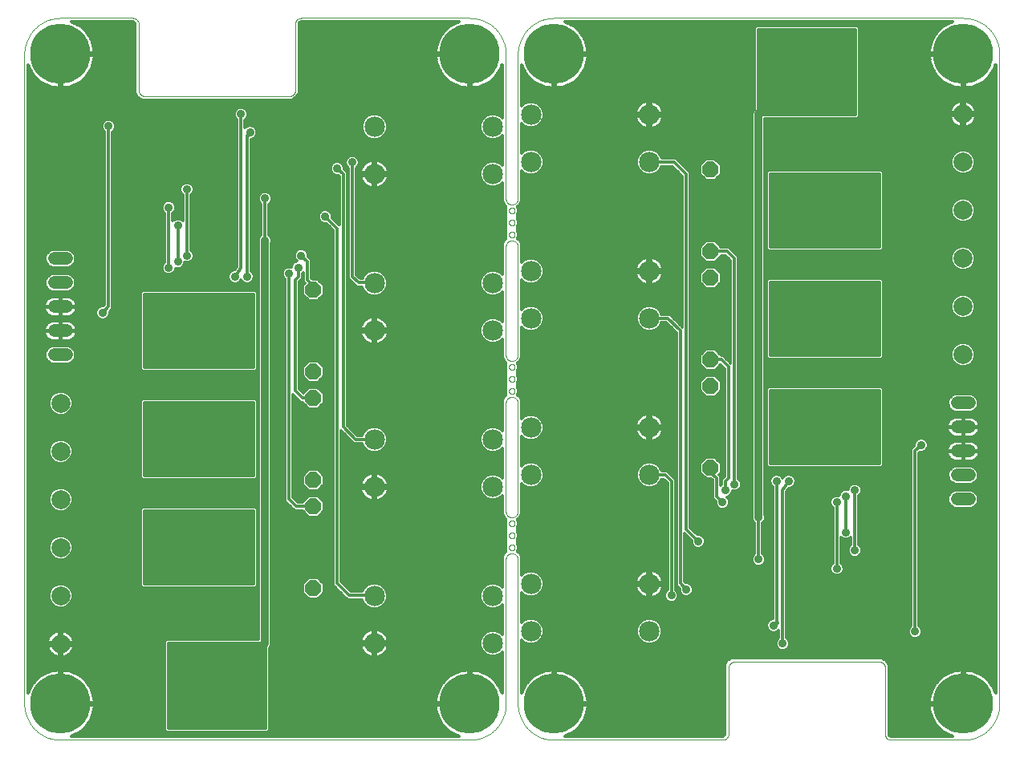
<source format=gbl>
G75*
%MOIN*%
%OFA0B0*%
%FSLAX25Y25*%
%IPPOS*%
%LPD*%
%AMOC8*
5,1,8,0,0,1.08239X$1,22.5*
%
%ADD10C,0.00000*%
%ADD11C,0.07874*%
%ADD12OC8,0.06600*%
%ADD13C,0.08500*%
%ADD14C,0.25000*%
%ADD15C,0.05200*%
%ADD16C,0.03562*%
%ADD17C,0.01200*%
%ADD18C,0.01600*%
%ADD19C,0.03200*%
D10*
X0021300Y0021600D02*
X0021300Y0291600D01*
X0021304Y0291962D01*
X0021318Y0292325D01*
X0021339Y0292687D01*
X0021370Y0293048D01*
X0021409Y0293408D01*
X0021457Y0293767D01*
X0021514Y0294125D01*
X0021579Y0294482D01*
X0021653Y0294837D01*
X0021736Y0295190D01*
X0021827Y0295541D01*
X0021926Y0295889D01*
X0022034Y0296235D01*
X0022150Y0296579D01*
X0022275Y0296919D01*
X0022407Y0297256D01*
X0022548Y0297590D01*
X0022697Y0297921D01*
X0022854Y0298248D01*
X0023018Y0298571D01*
X0023190Y0298890D01*
X0023370Y0299204D01*
X0023558Y0299515D01*
X0023753Y0299820D01*
X0023955Y0300121D01*
X0024165Y0300417D01*
X0024381Y0300707D01*
X0024605Y0300993D01*
X0024835Y0301273D01*
X0025072Y0301547D01*
X0025316Y0301815D01*
X0025566Y0302078D01*
X0025822Y0302334D01*
X0026085Y0302584D01*
X0026353Y0302828D01*
X0026627Y0303065D01*
X0026907Y0303295D01*
X0027193Y0303519D01*
X0027483Y0303735D01*
X0027779Y0303945D01*
X0028080Y0304147D01*
X0028385Y0304342D01*
X0028696Y0304530D01*
X0029010Y0304710D01*
X0029329Y0304882D01*
X0029652Y0305046D01*
X0029979Y0305203D01*
X0030310Y0305352D01*
X0030644Y0305493D01*
X0030981Y0305625D01*
X0031321Y0305750D01*
X0031665Y0305866D01*
X0032011Y0305974D01*
X0032359Y0306073D01*
X0032710Y0306164D01*
X0033063Y0306247D01*
X0033418Y0306321D01*
X0033775Y0306386D01*
X0034133Y0306443D01*
X0034492Y0306491D01*
X0034852Y0306530D01*
X0035213Y0306561D01*
X0035575Y0306582D01*
X0035938Y0306596D01*
X0036300Y0306600D01*
X0066300Y0306600D01*
X0066398Y0306598D01*
X0066496Y0306592D01*
X0066594Y0306583D01*
X0066691Y0306569D01*
X0066788Y0306552D01*
X0066884Y0306531D01*
X0066979Y0306506D01*
X0067073Y0306478D01*
X0067165Y0306445D01*
X0067257Y0306410D01*
X0067347Y0306370D01*
X0067435Y0306328D01*
X0067522Y0306281D01*
X0067606Y0306232D01*
X0067689Y0306179D01*
X0067769Y0306123D01*
X0067848Y0306063D01*
X0067924Y0306001D01*
X0067997Y0305936D01*
X0068068Y0305868D01*
X0068136Y0305797D01*
X0068201Y0305724D01*
X0068263Y0305648D01*
X0068323Y0305569D01*
X0068379Y0305489D01*
X0068432Y0305406D01*
X0068481Y0305322D01*
X0068528Y0305235D01*
X0068570Y0305147D01*
X0068610Y0305057D01*
X0068645Y0304965D01*
X0068678Y0304873D01*
X0068706Y0304779D01*
X0068731Y0304684D01*
X0068752Y0304588D01*
X0068769Y0304491D01*
X0068783Y0304394D01*
X0068792Y0304296D01*
X0068798Y0304198D01*
X0068800Y0304100D01*
X0068800Y0276600D01*
X0068802Y0276502D01*
X0068808Y0276404D01*
X0068817Y0276306D01*
X0068831Y0276209D01*
X0068848Y0276112D01*
X0068869Y0276016D01*
X0068894Y0275921D01*
X0068922Y0275827D01*
X0068955Y0275735D01*
X0068990Y0275643D01*
X0069030Y0275553D01*
X0069072Y0275465D01*
X0069119Y0275378D01*
X0069168Y0275294D01*
X0069221Y0275211D01*
X0069277Y0275131D01*
X0069337Y0275052D01*
X0069399Y0274976D01*
X0069464Y0274903D01*
X0069532Y0274832D01*
X0069603Y0274764D01*
X0069676Y0274699D01*
X0069752Y0274637D01*
X0069831Y0274577D01*
X0069911Y0274521D01*
X0069994Y0274468D01*
X0070078Y0274419D01*
X0070165Y0274372D01*
X0070253Y0274330D01*
X0070343Y0274290D01*
X0070435Y0274255D01*
X0070527Y0274222D01*
X0070621Y0274194D01*
X0070716Y0274169D01*
X0070812Y0274148D01*
X0070909Y0274131D01*
X0071006Y0274117D01*
X0071104Y0274108D01*
X0071202Y0274102D01*
X0071300Y0274100D01*
X0131300Y0274100D01*
X0131398Y0274102D01*
X0131496Y0274108D01*
X0131594Y0274117D01*
X0131691Y0274131D01*
X0131788Y0274148D01*
X0131884Y0274169D01*
X0131979Y0274194D01*
X0132073Y0274222D01*
X0132165Y0274255D01*
X0132257Y0274290D01*
X0132347Y0274330D01*
X0132435Y0274372D01*
X0132522Y0274419D01*
X0132606Y0274468D01*
X0132689Y0274521D01*
X0132769Y0274577D01*
X0132848Y0274637D01*
X0132924Y0274699D01*
X0132997Y0274764D01*
X0133068Y0274832D01*
X0133136Y0274903D01*
X0133201Y0274976D01*
X0133263Y0275052D01*
X0133323Y0275131D01*
X0133379Y0275211D01*
X0133432Y0275294D01*
X0133481Y0275378D01*
X0133528Y0275465D01*
X0133570Y0275553D01*
X0133610Y0275643D01*
X0133645Y0275735D01*
X0133678Y0275827D01*
X0133706Y0275921D01*
X0133731Y0276016D01*
X0133752Y0276112D01*
X0133769Y0276209D01*
X0133783Y0276306D01*
X0133792Y0276404D01*
X0133798Y0276502D01*
X0133800Y0276600D01*
X0133800Y0304100D01*
X0133802Y0304198D01*
X0133808Y0304296D01*
X0133817Y0304394D01*
X0133831Y0304491D01*
X0133848Y0304588D01*
X0133869Y0304684D01*
X0133894Y0304779D01*
X0133922Y0304873D01*
X0133955Y0304965D01*
X0133990Y0305057D01*
X0134030Y0305147D01*
X0134072Y0305235D01*
X0134119Y0305322D01*
X0134168Y0305406D01*
X0134221Y0305489D01*
X0134277Y0305569D01*
X0134337Y0305648D01*
X0134399Y0305724D01*
X0134464Y0305797D01*
X0134532Y0305868D01*
X0134603Y0305936D01*
X0134676Y0306001D01*
X0134752Y0306063D01*
X0134831Y0306123D01*
X0134911Y0306179D01*
X0134994Y0306232D01*
X0135078Y0306281D01*
X0135165Y0306328D01*
X0135253Y0306370D01*
X0135343Y0306410D01*
X0135435Y0306445D01*
X0135527Y0306478D01*
X0135621Y0306506D01*
X0135716Y0306531D01*
X0135812Y0306552D01*
X0135909Y0306569D01*
X0136006Y0306583D01*
X0136104Y0306592D01*
X0136202Y0306598D01*
X0136300Y0306600D01*
X0206300Y0306600D01*
X0206662Y0306596D01*
X0207025Y0306582D01*
X0207387Y0306561D01*
X0207748Y0306530D01*
X0208108Y0306491D01*
X0208467Y0306443D01*
X0208825Y0306386D01*
X0209182Y0306321D01*
X0209537Y0306247D01*
X0209890Y0306164D01*
X0210241Y0306073D01*
X0210589Y0305974D01*
X0210935Y0305866D01*
X0211279Y0305750D01*
X0211619Y0305625D01*
X0211956Y0305493D01*
X0212290Y0305352D01*
X0212621Y0305203D01*
X0212948Y0305046D01*
X0213271Y0304882D01*
X0213590Y0304710D01*
X0213904Y0304530D01*
X0214215Y0304342D01*
X0214520Y0304147D01*
X0214821Y0303945D01*
X0215117Y0303735D01*
X0215407Y0303519D01*
X0215693Y0303295D01*
X0215973Y0303065D01*
X0216247Y0302828D01*
X0216515Y0302584D01*
X0216778Y0302334D01*
X0217034Y0302078D01*
X0217284Y0301815D01*
X0217528Y0301547D01*
X0217765Y0301273D01*
X0217995Y0300993D01*
X0218219Y0300707D01*
X0218435Y0300417D01*
X0218645Y0300121D01*
X0218847Y0299820D01*
X0219042Y0299515D01*
X0219230Y0299204D01*
X0219410Y0298890D01*
X0219582Y0298571D01*
X0219746Y0298248D01*
X0219903Y0297921D01*
X0220052Y0297590D01*
X0220193Y0297256D01*
X0220325Y0296919D01*
X0220450Y0296579D01*
X0220566Y0296235D01*
X0220674Y0295889D01*
X0220773Y0295541D01*
X0220864Y0295190D01*
X0220947Y0294837D01*
X0221021Y0294482D01*
X0221086Y0294125D01*
X0221143Y0293767D01*
X0221191Y0293408D01*
X0221230Y0293048D01*
X0221261Y0292687D01*
X0221282Y0292325D01*
X0221296Y0291962D01*
X0221300Y0291600D01*
X0221300Y0231600D01*
X0221302Y0231502D01*
X0221308Y0231404D01*
X0221317Y0231306D01*
X0221331Y0231209D01*
X0221348Y0231112D01*
X0221369Y0231016D01*
X0221394Y0230921D01*
X0221422Y0230827D01*
X0221455Y0230735D01*
X0221490Y0230643D01*
X0221530Y0230553D01*
X0221572Y0230465D01*
X0221619Y0230378D01*
X0221668Y0230294D01*
X0221721Y0230211D01*
X0221777Y0230131D01*
X0221837Y0230052D01*
X0221899Y0229976D01*
X0221964Y0229903D01*
X0222032Y0229832D01*
X0222103Y0229764D01*
X0222176Y0229699D01*
X0222252Y0229637D01*
X0222331Y0229577D01*
X0222411Y0229521D01*
X0222494Y0229468D01*
X0222578Y0229419D01*
X0222665Y0229372D01*
X0222753Y0229330D01*
X0222843Y0229290D01*
X0222935Y0229255D01*
X0223027Y0229222D01*
X0223121Y0229194D01*
X0223216Y0229169D01*
X0223312Y0229148D01*
X0223409Y0229131D01*
X0223506Y0229117D01*
X0223604Y0229108D01*
X0223702Y0229102D01*
X0223800Y0229100D01*
X0223898Y0229102D01*
X0223996Y0229108D01*
X0224094Y0229117D01*
X0224191Y0229131D01*
X0224288Y0229148D01*
X0224384Y0229169D01*
X0224479Y0229194D01*
X0224573Y0229222D01*
X0224665Y0229255D01*
X0224757Y0229290D01*
X0224847Y0229330D01*
X0224935Y0229372D01*
X0225022Y0229419D01*
X0225106Y0229468D01*
X0225189Y0229521D01*
X0225269Y0229577D01*
X0225348Y0229637D01*
X0225424Y0229699D01*
X0225497Y0229764D01*
X0225568Y0229832D01*
X0225636Y0229903D01*
X0225701Y0229976D01*
X0225763Y0230052D01*
X0225823Y0230131D01*
X0225879Y0230211D01*
X0225932Y0230294D01*
X0225981Y0230378D01*
X0226028Y0230465D01*
X0226070Y0230553D01*
X0226110Y0230643D01*
X0226145Y0230735D01*
X0226178Y0230827D01*
X0226206Y0230921D01*
X0226231Y0231016D01*
X0226252Y0231112D01*
X0226269Y0231209D01*
X0226283Y0231306D01*
X0226292Y0231404D01*
X0226298Y0231502D01*
X0226300Y0231600D01*
X0226300Y0291600D01*
X0226304Y0291962D01*
X0226318Y0292325D01*
X0226339Y0292687D01*
X0226370Y0293048D01*
X0226409Y0293408D01*
X0226457Y0293767D01*
X0226514Y0294125D01*
X0226579Y0294482D01*
X0226653Y0294837D01*
X0226736Y0295190D01*
X0226827Y0295541D01*
X0226926Y0295889D01*
X0227034Y0296235D01*
X0227150Y0296579D01*
X0227275Y0296919D01*
X0227407Y0297256D01*
X0227548Y0297590D01*
X0227697Y0297921D01*
X0227854Y0298248D01*
X0228018Y0298571D01*
X0228190Y0298890D01*
X0228370Y0299204D01*
X0228558Y0299515D01*
X0228753Y0299820D01*
X0228955Y0300121D01*
X0229165Y0300417D01*
X0229381Y0300707D01*
X0229605Y0300993D01*
X0229835Y0301273D01*
X0230072Y0301547D01*
X0230316Y0301815D01*
X0230566Y0302078D01*
X0230822Y0302334D01*
X0231085Y0302584D01*
X0231353Y0302828D01*
X0231627Y0303065D01*
X0231907Y0303295D01*
X0232193Y0303519D01*
X0232483Y0303735D01*
X0232779Y0303945D01*
X0233080Y0304147D01*
X0233385Y0304342D01*
X0233696Y0304530D01*
X0234010Y0304710D01*
X0234329Y0304882D01*
X0234652Y0305046D01*
X0234979Y0305203D01*
X0235310Y0305352D01*
X0235644Y0305493D01*
X0235981Y0305625D01*
X0236321Y0305750D01*
X0236665Y0305866D01*
X0237011Y0305974D01*
X0237359Y0306073D01*
X0237710Y0306164D01*
X0238063Y0306247D01*
X0238418Y0306321D01*
X0238775Y0306386D01*
X0239133Y0306443D01*
X0239492Y0306491D01*
X0239852Y0306530D01*
X0240213Y0306561D01*
X0240575Y0306582D01*
X0240938Y0306596D01*
X0241300Y0306600D01*
X0411300Y0306600D01*
X0411662Y0306596D01*
X0412025Y0306582D01*
X0412387Y0306561D01*
X0412748Y0306530D01*
X0413108Y0306491D01*
X0413467Y0306443D01*
X0413825Y0306386D01*
X0414182Y0306321D01*
X0414537Y0306247D01*
X0414890Y0306164D01*
X0415241Y0306073D01*
X0415589Y0305974D01*
X0415935Y0305866D01*
X0416279Y0305750D01*
X0416619Y0305625D01*
X0416956Y0305493D01*
X0417290Y0305352D01*
X0417621Y0305203D01*
X0417948Y0305046D01*
X0418271Y0304882D01*
X0418590Y0304710D01*
X0418904Y0304530D01*
X0419215Y0304342D01*
X0419520Y0304147D01*
X0419821Y0303945D01*
X0420117Y0303735D01*
X0420407Y0303519D01*
X0420693Y0303295D01*
X0420973Y0303065D01*
X0421247Y0302828D01*
X0421515Y0302584D01*
X0421778Y0302334D01*
X0422034Y0302078D01*
X0422284Y0301815D01*
X0422528Y0301547D01*
X0422765Y0301273D01*
X0422995Y0300993D01*
X0423219Y0300707D01*
X0423435Y0300417D01*
X0423645Y0300121D01*
X0423847Y0299820D01*
X0424042Y0299515D01*
X0424230Y0299204D01*
X0424410Y0298890D01*
X0424582Y0298571D01*
X0424746Y0298248D01*
X0424903Y0297921D01*
X0425052Y0297590D01*
X0425193Y0297256D01*
X0425325Y0296919D01*
X0425450Y0296579D01*
X0425566Y0296235D01*
X0425674Y0295889D01*
X0425773Y0295541D01*
X0425864Y0295190D01*
X0425947Y0294837D01*
X0426021Y0294482D01*
X0426086Y0294125D01*
X0426143Y0293767D01*
X0426191Y0293408D01*
X0426230Y0293048D01*
X0426261Y0292687D01*
X0426282Y0292325D01*
X0426296Y0291962D01*
X0426300Y0291600D01*
X0426300Y0021600D01*
X0426296Y0021238D01*
X0426282Y0020875D01*
X0426261Y0020513D01*
X0426230Y0020152D01*
X0426191Y0019792D01*
X0426143Y0019433D01*
X0426086Y0019075D01*
X0426021Y0018718D01*
X0425947Y0018363D01*
X0425864Y0018010D01*
X0425773Y0017659D01*
X0425674Y0017311D01*
X0425566Y0016965D01*
X0425450Y0016621D01*
X0425325Y0016281D01*
X0425193Y0015944D01*
X0425052Y0015610D01*
X0424903Y0015279D01*
X0424746Y0014952D01*
X0424582Y0014629D01*
X0424410Y0014310D01*
X0424230Y0013996D01*
X0424042Y0013685D01*
X0423847Y0013380D01*
X0423645Y0013079D01*
X0423435Y0012783D01*
X0423219Y0012493D01*
X0422995Y0012207D01*
X0422765Y0011927D01*
X0422528Y0011653D01*
X0422284Y0011385D01*
X0422034Y0011122D01*
X0421778Y0010866D01*
X0421515Y0010616D01*
X0421247Y0010372D01*
X0420973Y0010135D01*
X0420693Y0009905D01*
X0420407Y0009681D01*
X0420117Y0009465D01*
X0419821Y0009255D01*
X0419520Y0009053D01*
X0419215Y0008858D01*
X0418904Y0008670D01*
X0418590Y0008490D01*
X0418271Y0008318D01*
X0417948Y0008154D01*
X0417621Y0007997D01*
X0417290Y0007848D01*
X0416956Y0007707D01*
X0416619Y0007575D01*
X0416279Y0007450D01*
X0415935Y0007334D01*
X0415589Y0007226D01*
X0415241Y0007127D01*
X0414890Y0007036D01*
X0414537Y0006953D01*
X0414182Y0006879D01*
X0413825Y0006814D01*
X0413467Y0006757D01*
X0413108Y0006709D01*
X0412748Y0006670D01*
X0412387Y0006639D01*
X0412025Y0006618D01*
X0411662Y0006604D01*
X0411300Y0006600D01*
X0381300Y0006600D01*
X0381202Y0006602D01*
X0381104Y0006608D01*
X0381006Y0006617D01*
X0380909Y0006631D01*
X0380812Y0006648D01*
X0380716Y0006669D01*
X0380621Y0006694D01*
X0380527Y0006722D01*
X0380435Y0006755D01*
X0380343Y0006790D01*
X0380253Y0006830D01*
X0380165Y0006872D01*
X0380078Y0006919D01*
X0379994Y0006968D01*
X0379911Y0007021D01*
X0379831Y0007077D01*
X0379752Y0007137D01*
X0379676Y0007199D01*
X0379603Y0007264D01*
X0379532Y0007332D01*
X0379464Y0007403D01*
X0379399Y0007476D01*
X0379337Y0007552D01*
X0379277Y0007631D01*
X0379221Y0007711D01*
X0379168Y0007794D01*
X0379119Y0007878D01*
X0379072Y0007965D01*
X0379030Y0008053D01*
X0378990Y0008143D01*
X0378955Y0008235D01*
X0378922Y0008327D01*
X0378894Y0008421D01*
X0378869Y0008516D01*
X0378848Y0008612D01*
X0378831Y0008709D01*
X0378817Y0008806D01*
X0378808Y0008904D01*
X0378802Y0009002D01*
X0378800Y0009100D01*
X0378800Y0036600D01*
X0378798Y0036698D01*
X0378792Y0036796D01*
X0378783Y0036894D01*
X0378769Y0036991D01*
X0378752Y0037088D01*
X0378731Y0037184D01*
X0378706Y0037279D01*
X0378678Y0037373D01*
X0378645Y0037465D01*
X0378610Y0037557D01*
X0378570Y0037647D01*
X0378528Y0037735D01*
X0378481Y0037822D01*
X0378432Y0037906D01*
X0378379Y0037989D01*
X0378323Y0038069D01*
X0378263Y0038148D01*
X0378201Y0038224D01*
X0378136Y0038297D01*
X0378068Y0038368D01*
X0377997Y0038436D01*
X0377924Y0038501D01*
X0377848Y0038563D01*
X0377769Y0038623D01*
X0377689Y0038679D01*
X0377606Y0038732D01*
X0377522Y0038781D01*
X0377435Y0038828D01*
X0377347Y0038870D01*
X0377257Y0038910D01*
X0377165Y0038945D01*
X0377073Y0038978D01*
X0376979Y0039006D01*
X0376884Y0039031D01*
X0376788Y0039052D01*
X0376691Y0039069D01*
X0376594Y0039083D01*
X0376496Y0039092D01*
X0376398Y0039098D01*
X0376300Y0039100D01*
X0316300Y0039100D01*
X0316202Y0039098D01*
X0316104Y0039092D01*
X0316006Y0039083D01*
X0315909Y0039069D01*
X0315812Y0039052D01*
X0315716Y0039031D01*
X0315621Y0039006D01*
X0315527Y0038978D01*
X0315435Y0038945D01*
X0315343Y0038910D01*
X0315253Y0038870D01*
X0315165Y0038828D01*
X0315078Y0038781D01*
X0314994Y0038732D01*
X0314911Y0038679D01*
X0314831Y0038623D01*
X0314752Y0038563D01*
X0314676Y0038501D01*
X0314603Y0038436D01*
X0314532Y0038368D01*
X0314464Y0038297D01*
X0314399Y0038224D01*
X0314337Y0038148D01*
X0314277Y0038069D01*
X0314221Y0037989D01*
X0314168Y0037906D01*
X0314119Y0037822D01*
X0314072Y0037735D01*
X0314030Y0037647D01*
X0313990Y0037557D01*
X0313955Y0037465D01*
X0313922Y0037373D01*
X0313894Y0037279D01*
X0313869Y0037184D01*
X0313848Y0037088D01*
X0313831Y0036991D01*
X0313817Y0036894D01*
X0313808Y0036796D01*
X0313802Y0036698D01*
X0313800Y0036600D01*
X0313800Y0009100D01*
X0313798Y0009002D01*
X0313792Y0008904D01*
X0313783Y0008806D01*
X0313769Y0008709D01*
X0313752Y0008612D01*
X0313731Y0008516D01*
X0313706Y0008421D01*
X0313678Y0008327D01*
X0313645Y0008235D01*
X0313610Y0008143D01*
X0313570Y0008053D01*
X0313528Y0007965D01*
X0313481Y0007878D01*
X0313432Y0007794D01*
X0313379Y0007711D01*
X0313323Y0007631D01*
X0313263Y0007552D01*
X0313201Y0007476D01*
X0313136Y0007403D01*
X0313068Y0007332D01*
X0312997Y0007264D01*
X0312924Y0007199D01*
X0312848Y0007137D01*
X0312769Y0007077D01*
X0312689Y0007021D01*
X0312606Y0006968D01*
X0312522Y0006919D01*
X0312435Y0006872D01*
X0312347Y0006830D01*
X0312257Y0006790D01*
X0312165Y0006755D01*
X0312073Y0006722D01*
X0311979Y0006694D01*
X0311884Y0006669D01*
X0311788Y0006648D01*
X0311691Y0006631D01*
X0311594Y0006617D01*
X0311496Y0006608D01*
X0311398Y0006602D01*
X0311300Y0006600D01*
X0241300Y0006600D01*
X0240938Y0006604D01*
X0240575Y0006618D01*
X0240213Y0006639D01*
X0239852Y0006670D01*
X0239492Y0006709D01*
X0239133Y0006757D01*
X0238775Y0006814D01*
X0238418Y0006879D01*
X0238063Y0006953D01*
X0237710Y0007036D01*
X0237359Y0007127D01*
X0237011Y0007226D01*
X0236665Y0007334D01*
X0236321Y0007450D01*
X0235981Y0007575D01*
X0235644Y0007707D01*
X0235310Y0007848D01*
X0234979Y0007997D01*
X0234652Y0008154D01*
X0234329Y0008318D01*
X0234010Y0008490D01*
X0233696Y0008670D01*
X0233385Y0008858D01*
X0233080Y0009053D01*
X0232779Y0009255D01*
X0232483Y0009465D01*
X0232193Y0009681D01*
X0231907Y0009905D01*
X0231627Y0010135D01*
X0231353Y0010372D01*
X0231085Y0010616D01*
X0230822Y0010866D01*
X0230566Y0011122D01*
X0230316Y0011385D01*
X0230072Y0011653D01*
X0229835Y0011927D01*
X0229605Y0012207D01*
X0229381Y0012493D01*
X0229165Y0012783D01*
X0228955Y0013079D01*
X0228753Y0013380D01*
X0228558Y0013685D01*
X0228370Y0013996D01*
X0228190Y0014310D01*
X0228018Y0014629D01*
X0227854Y0014952D01*
X0227697Y0015279D01*
X0227548Y0015610D01*
X0227407Y0015944D01*
X0227275Y0016281D01*
X0227150Y0016621D01*
X0227034Y0016965D01*
X0226926Y0017311D01*
X0226827Y0017659D01*
X0226736Y0018010D01*
X0226653Y0018363D01*
X0226579Y0018718D01*
X0226514Y0019075D01*
X0226457Y0019433D01*
X0226409Y0019792D01*
X0226370Y0020152D01*
X0226339Y0020513D01*
X0226318Y0020875D01*
X0226304Y0021238D01*
X0226300Y0021600D01*
X0226300Y0081600D01*
X0226298Y0081698D01*
X0226292Y0081796D01*
X0226283Y0081894D01*
X0226269Y0081991D01*
X0226252Y0082088D01*
X0226231Y0082184D01*
X0226206Y0082279D01*
X0226178Y0082373D01*
X0226145Y0082465D01*
X0226110Y0082557D01*
X0226070Y0082647D01*
X0226028Y0082735D01*
X0225981Y0082822D01*
X0225932Y0082906D01*
X0225879Y0082989D01*
X0225823Y0083069D01*
X0225763Y0083148D01*
X0225701Y0083224D01*
X0225636Y0083297D01*
X0225568Y0083368D01*
X0225497Y0083436D01*
X0225424Y0083501D01*
X0225348Y0083563D01*
X0225269Y0083623D01*
X0225189Y0083679D01*
X0225106Y0083732D01*
X0225022Y0083781D01*
X0224935Y0083828D01*
X0224847Y0083870D01*
X0224757Y0083910D01*
X0224665Y0083945D01*
X0224573Y0083978D01*
X0224479Y0084006D01*
X0224384Y0084031D01*
X0224288Y0084052D01*
X0224191Y0084069D01*
X0224094Y0084083D01*
X0223996Y0084092D01*
X0223898Y0084098D01*
X0223800Y0084100D01*
X0223702Y0084098D01*
X0223604Y0084092D01*
X0223506Y0084083D01*
X0223409Y0084069D01*
X0223312Y0084052D01*
X0223216Y0084031D01*
X0223121Y0084006D01*
X0223027Y0083978D01*
X0222935Y0083945D01*
X0222843Y0083910D01*
X0222753Y0083870D01*
X0222665Y0083828D01*
X0222578Y0083781D01*
X0222494Y0083732D01*
X0222411Y0083679D01*
X0222331Y0083623D01*
X0222252Y0083563D01*
X0222176Y0083501D01*
X0222103Y0083436D01*
X0222032Y0083368D01*
X0221964Y0083297D01*
X0221899Y0083224D01*
X0221837Y0083148D01*
X0221777Y0083069D01*
X0221721Y0082989D01*
X0221668Y0082906D01*
X0221619Y0082822D01*
X0221572Y0082735D01*
X0221530Y0082647D01*
X0221490Y0082557D01*
X0221455Y0082465D01*
X0221422Y0082373D01*
X0221394Y0082279D01*
X0221369Y0082184D01*
X0221348Y0082088D01*
X0221331Y0081991D01*
X0221317Y0081894D01*
X0221308Y0081796D01*
X0221302Y0081698D01*
X0221300Y0081600D01*
X0221300Y0021600D01*
X0221296Y0021238D01*
X0221282Y0020875D01*
X0221261Y0020513D01*
X0221230Y0020152D01*
X0221191Y0019792D01*
X0221143Y0019433D01*
X0221086Y0019075D01*
X0221021Y0018718D01*
X0220947Y0018363D01*
X0220864Y0018010D01*
X0220773Y0017659D01*
X0220674Y0017311D01*
X0220566Y0016965D01*
X0220450Y0016621D01*
X0220325Y0016281D01*
X0220193Y0015944D01*
X0220052Y0015610D01*
X0219903Y0015279D01*
X0219746Y0014952D01*
X0219582Y0014629D01*
X0219410Y0014310D01*
X0219230Y0013996D01*
X0219042Y0013685D01*
X0218847Y0013380D01*
X0218645Y0013079D01*
X0218435Y0012783D01*
X0218219Y0012493D01*
X0217995Y0012207D01*
X0217765Y0011927D01*
X0217528Y0011653D01*
X0217284Y0011385D01*
X0217034Y0011122D01*
X0216778Y0010866D01*
X0216515Y0010616D01*
X0216247Y0010372D01*
X0215973Y0010135D01*
X0215693Y0009905D01*
X0215407Y0009681D01*
X0215117Y0009465D01*
X0214821Y0009255D01*
X0214520Y0009053D01*
X0214215Y0008858D01*
X0213904Y0008670D01*
X0213590Y0008490D01*
X0213271Y0008318D01*
X0212948Y0008154D01*
X0212621Y0007997D01*
X0212290Y0007848D01*
X0211956Y0007707D01*
X0211619Y0007575D01*
X0211279Y0007450D01*
X0210935Y0007334D01*
X0210589Y0007226D01*
X0210241Y0007127D01*
X0209890Y0007036D01*
X0209537Y0006953D01*
X0209182Y0006879D01*
X0208825Y0006814D01*
X0208467Y0006757D01*
X0208108Y0006709D01*
X0207748Y0006670D01*
X0207387Y0006639D01*
X0207025Y0006618D01*
X0206662Y0006604D01*
X0206300Y0006600D01*
X0036300Y0006600D01*
X0035938Y0006604D01*
X0035575Y0006618D01*
X0035213Y0006639D01*
X0034852Y0006670D01*
X0034492Y0006709D01*
X0034133Y0006757D01*
X0033775Y0006814D01*
X0033418Y0006879D01*
X0033063Y0006953D01*
X0032710Y0007036D01*
X0032359Y0007127D01*
X0032011Y0007226D01*
X0031665Y0007334D01*
X0031321Y0007450D01*
X0030981Y0007575D01*
X0030644Y0007707D01*
X0030310Y0007848D01*
X0029979Y0007997D01*
X0029652Y0008154D01*
X0029329Y0008318D01*
X0029010Y0008490D01*
X0028696Y0008670D01*
X0028385Y0008858D01*
X0028080Y0009053D01*
X0027779Y0009255D01*
X0027483Y0009465D01*
X0027193Y0009681D01*
X0026907Y0009905D01*
X0026627Y0010135D01*
X0026353Y0010372D01*
X0026085Y0010616D01*
X0025822Y0010866D01*
X0025566Y0011122D01*
X0025316Y0011385D01*
X0025072Y0011653D01*
X0024835Y0011927D01*
X0024605Y0012207D01*
X0024381Y0012493D01*
X0024165Y0012783D01*
X0023955Y0013079D01*
X0023753Y0013380D01*
X0023558Y0013685D01*
X0023370Y0013996D01*
X0023190Y0014310D01*
X0023018Y0014629D01*
X0022854Y0014952D01*
X0022697Y0015279D01*
X0022548Y0015610D01*
X0022407Y0015944D01*
X0022275Y0016281D01*
X0022150Y0016621D01*
X0022034Y0016965D01*
X0021926Y0017311D01*
X0021827Y0017659D01*
X0021736Y0018010D01*
X0021653Y0018363D01*
X0021579Y0018718D01*
X0021514Y0019075D01*
X0021457Y0019433D01*
X0021409Y0019792D01*
X0021370Y0020152D01*
X0021339Y0020513D01*
X0021318Y0020875D01*
X0021304Y0021238D01*
X0021300Y0021600D01*
X0221300Y0101600D02*
X0221300Y0146600D01*
X0221302Y0146698D01*
X0221308Y0146796D01*
X0221317Y0146894D01*
X0221331Y0146991D01*
X0221348Y0147088D01*
X0221369Y0147184D01*
X0221394Y0147279D01*
X0221422Y0147373D01*
X0221455Y0147465D01*
X0221490Y0147557D01*
X0221530Y0147647D01*
X0221572Y0147735D01*
X0221619Y0147822D01*
X0221668Y0147906D01*
X0221721Y0147989D01*
X0221777Y0148069D01*
X0221837Y0148148D01*
X0221899Y0148224D01*
X0221964Y0148297D01*
X0222032Y0148368D01*
X0222103Y0148436D01*
X0222176Y0148501D01*
X0222252Y0148563D01*
X0222331Y0148623D01*
X0222411Y0148679D01*
X0222494Y0148732D01*
X0222578Y0148781D01*
X0222665Y0148828D01*
X0222753Y0148870D01*
X0222843Y0148910D01*
X0222935Y0148945D01*
X0223027Y0148978D01*
X0223121Y0149006D01*
X0223216Y0149031D01*
X0223312Y0149052D01*
X0223409Y0149069D01*
X0223506Y0149083D01*
X0223604Y0149092D01*
X0223702Y0149098D01*
X0223800Y0149100D01*
X0223898Y0149098D01*
X0223996Y0149092D01*
X0224094Y0149083D01*
X0224191Y0149069D01*
X0224288Y0149052D01*
X0224384Y0149031D01*
X0224479Y0149006D01*
X0224573Y0148978D01*
X0224665Y0148945D01*
X0224757Y0148910D01*
X0224847Y0148870D01*
X0224935Y0148828D01*
X0225022Y0148781D01*
X0225106Y0148732D01*
X0225189Y0148679D01*
X0225269Y0148623D01*
X0225348Y0148563D01*
X0225424Y0148501D01*
X0225497Y0148436D01*
X0225568Y0148368D01*
X0225636Y0148297D01*
X0225701Y0148224D01*
X0225763Y0148148D01*
X0225823Y0148069D01*
X0225879Y0147989D01*
X0225932Y0147906D01*
X0225981Y0147822D01*
X0226028Y0147735D01*
X0226070Y0147647D01*
X0226110Y0147557D01*
X0226145Y0147465D01*
X0226178Y0147373D01*
X0226206Y0147279D01*
X0226231Y0147184D01*
X0226252Y0147088D01*
X0226269Y0146991D01*
X0226283Y0146894D01*
X0226292Y0146796D01*
X0226298Y0146698D01*
X0226300Y0146600D01*
X0226300Y0101600D01*
X0226298Y0101502D01*
X0226292Y0101404D01*
X0226283Y0101306D01*
X0226269Y0101209D01*
X0226252Y0101112D01*
X0226231Y0101016D01*
X0226206Y0100921D01*
X0226178Y0100827D01*
X0226145Y0100735D01*
X0226110Y0100643D01*
X0226070Y0100553D01*
X0226028Y0100465D01*
X0225981Y0100378D01*
X0225932Y0100294D01*
X0225879Y0100211D01*
X0225823Y0100131D01*
X0225763Y0100052D01*
X0225701Y0099976D01*
X0225636Y0099903D01*
X0225568Y0099832D01*
X0225497Y0099764D01*
X0225424Y0099699D01*
X0225348Y0099637D01*
X0225269Y0099577D01*
X0225189Y0099521D01*
X0225106Y0099468D01*
X0225022Y0099419D01*
X0224935Y0099372D01*
X0224847Y0099330D01*
X0224757Y0099290D01*
X0224665Y0099255D01*
X0224573Y0099222D01*
X0224479Y0099194D01*
X0224384Y0099169D01*
X0224288Y0099148D01*
X0224191Y0099131D01*
X0224094Y0099117D01*
X0223996Y0099108D01*
X0223898Y0099102D01*
X0223800Y0099100D01*
X0223702Y0099102D01*
X0223604Y0099108D01*
X0223506Y0099117D01*
X0223409Y0099131D01*
X0223312Y0099148D01*
X0223216Y0099169D01*
X0223121Y0099194D01*
X0223027Y0099222D01*
X0222935Y0099255D01*
X0222843Y0099290D01*
X0222753Y0099330D01*
X0222665Y0099372D01*
X0222578Y0099419D01*
X0222494Y0099468D01*
X0222411Y0099521D01*
X0222331Y0099577D01*
X0222252Y0099637D01*
X0222176Y0099699D01*
X0222103Y0099764D01*
X0222032Y0099832D01*
X0221964Y0099903D01*
X0221899Y0099976D01*
X0221837Y0100052D01*
X0221777Y0100131D01*
X0221721Y0100211D01*
X0221668Y0100294D01*
X0221619Y0100378D01*
X0221572Y0100465D01*
X0221530Y0100553D01*
X0221490Y0100643D01*
X0221455Y0100735D01*
X0221422Y0100827D01*
X0221394Y0100921D01*
X0221369Y0101016D01*
X0221348Y0101112D01*
X0221331Y0101209D01*
X0221317Y0101306D01*
X0221308Y0101404D01*
X0221302Y0101502D01*
X0221300Y0101600D01*
X0222619Y0096600D02*
X0222621Y0096669D01*
X0222627Y0096737D01*
X0222637Y0096805D01*
X0222651Y0096872D01*
X0222669Y0096939D01*
X0222690Y0097004D01*
X0222716Y0097068D01*
X0222745Y0097130D01*
X0222777Y0097190D01*
X0222813Y0097249D01*
X0222853Y0097305D01*
X0222895Y0097359D01*
X0222941Y0097410D01*
X0222990Y0097459D01*
X0223041Y0097505D01*
X0223095Y0097547D01*
X0223151Y0097587D01*
X0223209Y0097623D01*
X0223270Y0097655D01*
X0223332Y0097684D01*
X0223396Y0097710D01*
X0223461Y0097731D01*
X0223528Y0097749D01*
X0223595Y0097763D01*
X0223663Y0097773D01*
X0223731Y0097779D01*
X0223800Y0097781D01*
X0223869Y0097779D01*
X0223937Y0097773D01*
X0224005Y0097763D01*
X0224072Y0097749D01*
X0224139Y0097731D01*
X0224204Y0097710D01*
X0224268Y0097684D01*
X0224330Y0097655D01*
X0224390Y0097623D01*
X0224449Y0097587D01*
X0224505Y0097547D01*
X0224559Y0097505D01*
X0224610Y0097459D01*
X0224659Y0097410D01*
X0224705Y0097359D01*
X0224747Y0097305D01*
X0224787Y0097249D01*
X0224823Y0097190D01*
X0224855Y0097130D01*
X0224884Y0097068D01*
X0224910Y0097004D01*
X0224931Y0096939D01*
X0224949Y0096872D01*
X0224963Y0096805D01*
X0224973Y0096737D01*
X0224979Y0096669D01*
X0224981Y0096600D01*
X0224979Y0096531D01*
X0224973Y0096463D01*
X0224963Y0096395D01*
X0224949Y0096328D01*
X0224931Y0096261D01*
X0224910Y0096196D01*
X0224884Y0096132D01*
X0224855Y0096070D01*
X0224823Y0096009D01*
X0224787Y0095951D01*
X0224747Y0095895D01*
X0224705Y0095841D01*
X0224659Y0095790D01*
X0224610Y0095741D01*
X0224559Y0095695D01*
X0224505Y0095653D01*
X0224449Y0095613D01*
X0224391Y0095577D01*
X0224330Y0095545D01*
X0224268Y0095516D01*
X0224204Y0095490D01*
X0224139Y0095469D01*
X0224072Y0095451D01*
X0224005Y0095437D01*
X0223937Y0095427D01*
X0223869Y0095421D01*
X0223800Y0095419D01*
X0223731Y0095421D01*
X0223663Y0095427D01*
X0223595Y0095437D01*
X0223528Y0095451D01*
X0223461Y0095469D01*
X0223396Y0095490D01*
X0223332Y0095516D01*
X0223270Y0095545D01*
X0223209Y0095577D01*
X0223151Y0095613D01*
X0223095Y0095653D01*
X0223041Y0095695D01*
X0222990Y0095741D01*
X0222941Y0095790D01*
X0222895Y0095841D01*
X0222853Y0095895D01*
X0222813Y0095951D01*
X0222777Y0096009D01*
X0222745Y0096070D01*
X0222716Y0096132D01*
X0222690Y0096196D01*
X0222669Y0096261D01*
X0222651Y0096328D01*
X0222637Y0096395D01*
X0222627Y0096463D01*
X0222621Y0096531D01*
X0222619Y0096600D01*
X0222619Y0091600D02*
X0222621Y0091669D01*
X0222627Y0091737D01*
X0222637Y0091805D01*
X0222651Y0091872D01*
X0222669Y0091939D01*
X0222690Y0092004D01*
X0222716Y0092068D01*
X0222745Y0092130D01*
X0222777Y0092190D01*
X0222813Y0092249D01*
X0222853Y0092305D01*
X0222895Y0092359D01*
X0222941Y0092410D01*
X0222990Y0092459D01*
X0223041Y0092505D01*
X0223095Y0092547D01*
X0223151Y0092587D01*
X0223209Y0092623D01*
X0223270Y0092655D01*
X0223332Y0092684D01*
X0223396Y0092710D01*
X0223461Y0092731D01*
X0223528Y0092749D01*
X0223595Y0092763D01*
X0223663Y0092773D01*
X0223731Y0092779D01*
X0223800Y0092781D01*
X0223869Y0092779D01*
X0223937Y0092773D01*
X0224005Y0092763D01*
X0224072Y0092749D01*
X0224139Y0092731D01*
X0224204Y0092710D01*
X0224268Y0092684D01*
X0224330Y0092655D01*
X0224390Y0092623D01*
X0224449Y0092587D01*
X0224505Y0092547D01*
X0224559Y0092505D01*
X0224610Y0092459D01*
X0224659Y0092410D01*
X0224705Y0092359D01*
X0224747Y0092305D01*
X0224787Y0092249D01*
X0224823Y0092190D01*
X0224855Y0092130D01*
X0224884Y0092068D01*
X0224910Y0092004D01*
X0224931Y0091939D01*
X0224949Y0091872D01*
X0224963Y0091805D01*
X0224973Y0091737D01*
X0224979Y0091669D01*
X0224981Y0091600D01*
X0224979Y0091531D01*
X0224973Y0091463D01*
X0224963Y0091395D01*
X0224949Y0091328D01*
X0224931Y0091261D01*
X0224910Y0091196D01*
X0224884Y0091132D01*
X0224855Y0091070D01*
X0224823Y0091009D01*
X0224787Y0090951D01*
X0224747Y0090895D01*
X0224705Y0090841D01*
X0224659Y0090790D01*
X0224610Y0090741D01*
X0224559Y0090695D01*
X0224505Y0090653D01*
X0224449Y0090613D01*
X0224391Y0090577D01*
X0224330Y0090545D01*
X0224268Y0090516D01*
X0224204Y0090490D01*
X0224139Y0090469D01*
X0224072Y0090451D01*
X0224005Y0090437D01*
X0223937Y0090427D01*
X0223869Y0090421D01*
X0223800Y0090419D01*
X0223731Y0090421D01*
X0223663Y0090427D01*
X0223595Y0090437D01*
X0223528Y0090451D01*
X0223461Y0090469D01*
X0223396Y0090490D01*
X0223332Y0090516D01*
X0223270Y0090545D01*
X0223209Y0090577D01*
X0223151Y0090613D01*
X0223095Y0090653D01*
X0223041Y0090695D01*
X0222990Y0090741D01*
X0222941Y0090790D01*
X0222895Y0090841D01*
X0222853Y0090895D01*
X0222813Y0090951D01*
X0222777Y0091009D01*
X0222745Y0091070D01*
X0222716Y0091132D01*
X0222690Y0091196D01*
X0222669Y0091261D01*
X0222651Y0091328D01*
X0222637Y0091395D01*
X0222627Y0091463D01*
X0222621Y0091531D01*
X0222619Y0091600D01*
X0222619Y0086600D02*
X0222621Y0086669D01*
X0222627Y0086737D01*
X0222637Y0086805D01*
X0222651Y0086872D01*
X0222669Y0086939D01*
X0222690Y0087004D01*
X0222716Y0087068D01*
X0222745Y0087130D01*
X0222777Y0087190D01*
X0222813Y0087249D01*
X0222853Y0087305D01*
X0222895Y0087359D01*
X0222941Y0087410D01*
X0222990Y0087459D01*
X0223041Y0087505D01*
X0223095Y0087547D01*
X0223151Y0087587D01*
X0223209Y0087623D01*
X0223270Y0087655D01*
X0223332Y0087684D01*
X0223396Y0087710D01*
X0223461Y0087731D01*
X0223528Y0087749D01*
X0223595Y0087763D01*
X0223663Y0087773D01*
X0223731Y0087779D01*
X0223800Y0087781D01*
X0223869Y0087779D01*
X0223937Y0087773D01*
X0224005Y0087763D01*
X0224072Y0087749D01*
X0224139Y0087731D01*
X0224204Y0087710D01*
X0224268Y0087684D01*
X0224330Y0087655D01*
X0224390Y0087623D01*
X0224449Y0087587D01*
X0224505Y0087547D01*
X0224559Y0087505D01*
X0224610Y0087459D01*
X0224659Y0087410D01*
X0224705Y0087359D01*
X0224747Y0087305D01*
X0224787Y0087249D01*
X0224823Y0087190D01*
X0224855Y0087130D01*
X0224884Y0087068D01*
X0224910Y0087004D01*
X0224931Y0086939D01*
X0224949Y0086872D01*
X0224963Y0086805D01*
X0224973Y0086737D01*
X0224979Y0086669D01*
X0224981Y0086600D01*
X0224979Y0086531D01*
X0224973Y0086463D01*
X0224963Y0086395D01*
X0224949Y0086328D01*
X0224931Y0086261D01*
X0224910Y0086196D01*
X0224884Y0086132D01*
X0224855Y0086070D01*
X0224823Y0086009D01*
X0224787Y0085951D01*
X0224747Y0085895D01*
X0224705Y0085841D01*
X0224659Y0085790D01*
X0224610Y0085741D01*
X0224559Y0085695D01*
X0224505Y0085653D01*
X0224449Y0085613D01*
X0224391Y0085577D01*
X0224330Y0085545D01*
X0224268Y0085516D01*
X0224204Y0085490D01*
X0224139Y0085469D01*
X0224072Y0085451D01*
X0224005Y0085437D01*
X0223937Y0085427D01*
X0223869Y0085421D01*
X0223800Y0085419D01*
X0223731Y0085421D01*
X0223663Y0085427D01*
X0223595Y0085437D01*
X0223528Y0085451D01*
X0223461Y0085469D01*
X0223396Y0085490D01*
X0223332Y0085516D01*
X0223270Y0085545D01*
X0223209Y0085577D01*
X0223151Y0085613D01*
X0223095Y0085653D01*
X0223041Y0085695D01*
X0222990Y0085741D01*
X0222941Y0085790D01*
X0222895Y0085841D01*
X0222853Y0085895D01*
X0222813Y0085951D01*
X0222777Y0086009D01*
X0222745Y0086070D01*
X0222716Y0086132D01*
X0222690Y0086196D01*
X0222669Y0086261D01*
X0222651Y0086328D01*
X0222637Y0086395D01*
X0222627Y0086463D01*
X0222621Y0086531D01*
X0222619Y0086600D01*
X0222619Y0151600D02*
X0222621Y0151669D01*
X0222627Y0151737D01*
X0222637Y0151805D01*
X0222651Y0151872D01*
X0222669Y0151939D01*
X0222690Y0152004D01*
X0222716Y0152068D01*
X0222745Y0152130D01*
X0222777Y0152190D01*
X0222813Y0152249D01*
X0222853Y0152305D01*
X0222895Y0152359D01*
X0222941Y0152410D01*
X0222990Y0152459D01*
X0223041Y0152505D01*
X0223095Y0152547D01*
X0223151Y0152587D01*
X0223209Y0152623D01*
X0223270Y0152655D01*
X0223332Y0152684D01*
X0223396Y0152710D01*
X0223461Y0152731D01*
X0223528Y0152749D01*
X0223595Y0152763D01*
X0223663Y0152773D01*
X0223731Y0152779D01*
X0223800Y0152781D01*
X0223869Y0152779D01*
X0223937Y0152773D01*
X0224005Y0152763D01*
X0224072Y0152749D01*
X0224139Y0152731D01*
X0224204Y0152710D01*
X0224268Y0152684D01*
X0224330Y0152655D01*
X0224390Y0152623D01*
X0224449Y0152587D01*
X0224505Y0152547D01*
X0224559Y0152505D01*
X0224610Y0152459D01*
X0224659Y0152410D01*
X0224705Y0152359D01*
X0224747Y0152305D01*
X0224787Y0152249D01*
X0224823Y0152190D01*
X0224855Y0152130D01*
X0224884Y0152068D01*
X0224910Y0152004D01*
X0224931Y0151939D01*
X0224949Y0151872D01*
X0224963Y0151805D01*
X0224973Y0151737D01*
X0224979Y0151669D01*
X0224981Y0151600D01*
X0224979Y0151531D01*
X0224973Y0151463D01*
X0224963Y0151395D01*
X0224949Y0151328D01*
X0224931Y0151261D01*
X0224910Y0151196D01*
X0224884Y0151132D01*
X0224855Y0151070D01*
X0224823Y0151009D01*
X0224787Y0150951D01*
X0224747Y0150895D01*
X0224705Y0150841D01*
X0224659Y0150790D01*
X0224610Y0150741D01*
X0224559Y0150695D01*
X0224505Y0150653D01*
X0224449Y0150613D01*
X0224391Y0150577D01*
X0224330Y0150545D01*
X0224268Y0150516D01*
X0224204Y0150490D01*
X0224139Y0150469D01*
X0224072Y0150451D01*
X0224005Y0150437D01*
X0223937Y0150427D01*
X0223869Y0150421D01*
X0223800Y0150419D01*
X0223731Y0150421D01*
X0223663Y0150427D01*
X0223595Y0150437D01*
X0223528Y0150451D01*
X0223461Y0150469D01*
X0223396Y0150490D01*
X0223332Y0150516D01*
X0223270Y0150545D01*
X0223209Y0150577D01*
X0223151Y0150613D01*
X0223095Y0150653D01*
X0223041Y0150695D01*
X0222990Y0150741D01*
X0222941Y0150790D01*
X0222895Y0150841D01*
X0222853Y0150895D01*
X0222813Y0150951D01*
X0222777Y0151009D01*
X0222745Y0151070D01*
X0222716Y0151132D01*
X0222690Y0151196D01*
X0222669Y0151261D01*
X0222651Y0151328D01*
X0222637Y0151395D01*
X0222627Y0151463D01*
X0222621Y0151531D01*
X0222619Y0151600D01*
X0222619Y0156600D02*
X0222621Y0156669D01*
X0222627Y0156737D01*
X0222637Y0156805D01*
X0222651Y0156872D01*
X0222669Y0156939D01*
X0222690Y0157004D01*
X0222716Y0157068D01*
X0222745Y0157130D01*
X0222777Y0157190D01*
X0222813Y0157249D01*
X0222853Y0157305D01*
X0222895Y0157359D01*
X0222941Y0157410D01*
X0222990Y0157459D01*
X0223041Y0157505D01*
X0223095Y0157547D01*
X0223151Y0157587D01*
X0223209Y0157623D01*
X0223270Y0157655D01*
X0223332Y0157684D01*
X0223396Y0157710D01*
X0223461Y0157731D01*
X0223528Y0157749D01*
X0223595Y0157763D01*
X0223663Y0157773D01*
X0223731Y0157779D01*
X0223800Y0157781D01*
X0223869Y0157779D01*
X0223937Y0157773D01*
X0224005Y0157763D01*
X0224072Y0157749D01*
X0224139Y0157731D01*
X0224204Y0157710D01*
X0224268Y0157684D01*
X0224330Y0157655D01*
X0224390Y0157623D01*
X0224449Y0157587D01*
X0224505Y0157547D01*
X0224559Y0157505D01*
X0224610Y0157459D01*
X0224659Y0157410D01*
X0224705Y0157359D01*
X0224747Y0157305D01*
X0224787Y0157249D01*
X0224823Y0157190D01*
X0224855Y0157130D01*
X0224884Y0157068D01*
X0224910Y0157004D01*
X0224931Y0156939D01*
X0224949Y0156872D01*
X0224963Y0156805D01*
X0224973Y0156737D01*
X0224979Y0156669D01*
X0224981Y0156600D01*
X0224979Y0156531D01*
X0224973Y0156463D01*
X0224963Y0156395D01*
X0224949Y0156328D01*
X0224931Y0156261D01*
X0224910Y0156196D01*
X0224884Y0156132D01*
X0224855Y0156070D01*
X0224823Y0156009D01*
X0224787Y0155951D01*
X0224747Y0155895D01*
X0224705Y0155841D01*
X0224659Y0155790D01*
X0224610Y0155741D01*
X0224559Y0155695D01*
X0224505Y0155653D01*
X0224449Y0155613D01*
X0224391Y0155577D01*
X0224330Y0155545D01*
X0224268Y0155516D01*
X0224204Y0155490D01*
X0224139Y0155469D01*
X0224072Y0155451D01*
X0224005Y0155437D01*
X0223937Y0155427D01*
X0223869Y0155421D01*
X0223800Y0155419D01*
X0223731Y0155421D01*
X0223663Y0155427D01*
X0223595Y0155437D01*
X0223528Y0155451D01*
X0223461Y0155469D01*
X0223396Y0155490D01*
X0223332Y0155516D01*
X0223270Y0155545D01*
X0223209Y0155577D01*
X0223151Y0155613D01*
X0223095Y0155653D01*
X0223041Y0155695D01*
X0222990Y0155741D01*
X0222941Y0155790D01*
X0222895Y0155841D01*
X0222853Y0155895D01*
X0222813Y0155951D01*
X0222777Y0156009D01*
X0222745Y0156070D01*
X0222716Y0156132D01*
X0222690Y0156196D01*
X0222669Y0156261D01*
X0222651Y0156328D01*
X0222637Y0156395D01*
X0222627Y0156463D01*
X0222621Y0156531D01*
X0222619Y0156600D01*
X0222619Y0161600D02*
X0222621Y0161669D01*
X0222627Y0161737D01*
X0222637Y0161805D01*
X0222651Y0161872D01*
X0222669Y0161939D01*
X0222690Y0162004D01*
X0222716Y0162068D01*
X0222745Y0162130D01*
X0222777Y0162190D01*
X0222813Y0162249D01*
X0222853Y0162305D01*
X0222895Y0162359D01*
X0222941Y0162410D01*
X0222990Y0162459D01*
X0223041Y0162505D01*
X0223095Y0162547D01*
X0223151Y0162587D01*
X0223209Y0162623D01*
X0223270Y0162655D01*
X0223332Y0162684D01*
X0223396Y0162710D01*
X0223461Y0162731D01*
X0223528Y0162749D01*
X0223595Y0162763D01*
X0223663Y0162773D01*
X0223731Y0162779D01*
X0223800Y0162781D01*
X0223869Y0162779D01*
X0223937Y0162773D01*
X0224005Y0162763D01*
X0224072Y0162749D01*
X0224139Y0162731D01*
X0224204Y0162710D01*
X0224268Y0162684D01*
X0224330Y0162655D01*
X0224390Y0162623D01*
X0224449Y0162587D01*
X0224505Y0162547D01*
X0224559Y0162505D01*
X0224610Y0162459D01*
X0224659Y0162410D01*
X0224705Y0162359D01*
X0224747Y0162305D01*
X0224787Y0162249D01*
X0224823Y0162190D01*
X0224855Y0162130D01*
X0224884Y0162068D01*
X0224910Y0162004D01*
X0224931Y0161939D01*
X0224949Y0161872D01*
X0224963Y0161805D01*
X0224973Y0161737D01*
X0224979Y0161669D01*
X0224981Y0161600D01*
X0224979Y0161531D01*
X0224973Y0161463D01*
X0224963Y0161395D01*
X0224949Y0161328D01*
X0224931Y0161261D01*
X0224910Y0161196D01*
X0224884Y0161132D01*
X0224855Y0161070D01*
X0224823Y0161009D01*
X0224787Y0160951D01*
X0224747Y0160895D01*
X0224705Y0160841D01*
X0224659Y0160790D01*
X0224610Y0160741D01*
X0224559Y0160695D01*
X0224505Y0160653D01*
X0224449Y0160613D01*
X0224391Y0160577D01*
X0224330Y0160545D01*
X0224268Y0160516D01*
X0224204Y0160490D01*
X0224139Y0160469D01*
X0224072Y0160451D01*
X0224005Y0160437D01*
X0223937Y0160427D01*
X0223869Y0160421D01*
X0223800Y0160419D01*
X0223731Y0160421D01*
X0223663Y0160427D01*
X0223595Y0160437D01*
X0223528Y0160451D01*
X0223461Y0160469D01*
X0223396Y0160490D01*
X0223332Y0160516D01*
X0223270Y0160545D01*
X0223209Y0160577D01*
X0223151Y0160613D01*
X0223095Y0160653D01*
X0223041Y0160695D01*
X0222990Y0160741D01*
X0222941Y0160790D01*
X0222895Y0160841D01*
X0222853Y0160895D01*
X0222813Y0160951D01*
X0222777Y0161009D01*
X0222745Y0161070D01*
X0222716Y0161132D01*
X0222690Y0161196D01*
X0222669Y0161261D01*
X0222651Y0161328D01*
X0222637Y0161395D01*
X0222627Y0161463D01*
X0222621Y0161531D01*
X0222619Y0161600D01*
X0221300Y0166600D02*
X0221302Y0166502D01*
X0221308Y0166404D01*
X0221317Y0166306D01*
X0221331Y0166209D01*
X0221348Y0166112D01*
X0221369Y0166016D01*
X0221394Y0165921D01*
X0221422Y0165827D01*
X0221455Y0165735D01*
X0221490Y0165643D01*
X0221530Y0165553D01*
X0221572Y0165465D01*
X0221619Y0165378D01*
X0221668Y0165294D01*
X0221721Y0165211D01*
X0221777Y0165131D01*
X0221837Y0165052D01*
X0221899Y0164976D01*
X0221964Y0164903D01*
X0222032Y0164832D01*
X0222103Y0164764D01*
X0222176Y0164699D01*
X0222252Y0164637D01*
X0222331Y0164577D01*
X0222411Y0164521D01*
X0222494Y0164468D01*
X0222578Y0164419D01*
X0222665Y0164372D01*
X0222753Y0164330D01*
X0222843Y0164290D01*
X0222935Y0164255D01*
X0223027Y0164222D01*
X0223121Y0164194D01*
X0223216Y0164169D01*
X0223312Y0164148D01*
X0223409Y0164131D01*
X0223506Y0164117D01*
X0223604Y0164108D01*
X0223702Y0164102D01*
X0223800Y0164100D01*
X0223898Y0164102D01*
X0223996Y0164108D01*
X0224094Y0164117D01*
X0224191Y0164131D01*
X0224288Y0164148D01*
X0224384Y0164169D01*
X0224479Y0164194D01*
X0224573Y0164222D01*
X0224665Y0164255D01*
X0224757Y0164290D01*
X0224847Y0164330D01*
X0224935Y0164372D01*
X0225022Y0164419D01*
X0225106Y0164468D01*
X0225189Y0164521D01*
X0225269Y0164577D01*
X0225348Y0164637D01*
X0225424Y0164699D01*
X0225497Y0164764D01*
X0225568Y0164832D01*
X0225636Y0164903D01*
X0225701Y0164976D01*
X0225763Y0165052D01*
X0225823Y0165131D01*
X0225879Y0165211D01*
X0225932Y0165294D01*
X0225981Y0165378D01*
X0226028Y0165465D01*
X0226070Y0165553D01*
X0226110Y0165643D01*
X0226145Y0165735D01*
X0226178Y0165827D01*
X0226206Y0165921D01*
X0226231Y0166016D01*
X0226252Y0166112D01*
X0226269Y0166209D01*
X0226283Y0166306D01*
X0226292Y0166404D01*
X0226298Y0166502D01*
X0226300Y0166600D01*
X0226300Y0211600D01*
X0226298Y0211698D01*
X0226292Y0211796D01*
X0226283Y0211894D01*
X0226269Y0211991D01*
X0226252Y0212088D01*
X0226231Y0212184D01*
X0226206Y0212279D01*
X0226178Y0212373D01*
X0226145Y0212465D01*
X0226110Y0212557D01*
X0226070Y0212647D01*
X0226028Y0212735D01*
X0225981Y0212822D01*
X0225932Y0212906D01*
X0225879Y0212989D01*
X0225823Y0213069D01*
X0225763Y0213148D01*
X0225701Y0213224D01*
X0225636Y0213297D01*
X0225568Y0213368D01*
X0225497Y0213436D01*
X0225424Y0213501D01*
X0225348Y0213563D01*
X0225269Y0213623D01*
X0225189Y0213679D01*
X0225106Y0213732D01*
X0225022Y0213781D01*
X0224935Y0213828D01*
X0224847Y0213870D01*
X0224757Y0213910D01*
X0224665Y0213945D01*
X0224573Y0213978D01*
X0224479Y0214006D01*
X0224384Y0214031D01*
X0224288Y0214052D01*
X0224191Y0214069D01*
X0224094Y0214083D01*
X0223996Y0214092D01*
X0223898Y0214098D01*
X0223800Y0214100D01*
X0223702Y0214098D01*
X0223604Y0214092D01*
X0223506Y0214083D01*
X0223409Y0214069D01*
X0223312Y0214052D01*
X0223216Y0214031D01*
X0223121Y0214006D01*
X0223027Y0213978D01*
X0222935Y0213945D01*
X0222843Y0213910D01*
X0222753Y0213870D01*
X0222665Y0213828D01*
X0222578Y0213781D01*
X0222494Y0213732D01*
X0222411Y0213679D01*
X0222331Y0213623D01*
X0222252Y0213563D01*
X0222176Y0213501D01*
X0222103Y0213436D01*
X0222032Y0213368D01*
X0221964Y0213297D01*
X0221899Y0213224D01*
X0221837Y0213148D01*
X0221777Y0213069D01*
X0221721Y0212989D01*
X0221668Y0212906D01*
X0221619Y0212822D01*
X0221572Y0212735D01*
X0221530Y0212647D01*
X0221490Y0212557D01*
X0221455Y0212465D01*
X0221422Y0212373D01*
X0221394Y0212279D01*
X0221369Y0212184D01*
X0221348Y0212088D01*
X0221331Y0211991D01*
X0221317Y0211894D01*
X0221308Y0211796D01*
X0221302Y0211698D01*
X0221300Y0211600D01*
X0221300Y0166600D01*
X0222619Y0216600D02*
X0222621Y0216669D01*
X0222627Y0216737D01*
X0222637Y0216805D01*
X0222651Y0216872D01*
X0222669Y0216939D01*
X0222690Y0217004D01*
X0222716Y0217068D01*
X0222745Y0217130D01*
X0222777Y0217190D01*
X0222813Y0217249D01*
X0222853Y0217305D01*
X0222895Y0217359D01*
X0222941Y0217410D01*
X0222990Y0217459D01*
X0223041Y0217505D01*
X0223095Y0217547D01*
X0223151Y0217587D01*
X0223209Y0217623D01*
X0223270Y0217655D01*
X0223332Y0217684D01*
X0223396Y0217710D01*
X0223461Y0217731D01*
X0223528Y0217749D01*
X0223595Y0217763D01*
X0223663Y0217773D01*
X0223731Y0217779D01*
X0223800Y0217781D01*
X0223869Y0217779D01*
X0223937Y0217773D01*
X0224005Y0217763D01*
X0224072Y0217749D01*
X0224139Y0217731D01*
X0224204Y0217710D01*
X0224268Y0217684D01*
X0224330Y0217655D01*
X0224390Y0217623D01*
X0224449Y0217587D01*
X0224505Y0217547D01*
X0224559Y0217505D01*
X0224610Y0217459D01*
X0224659Y0217410D01*
X0224705Y0217359D01*
X0224747Y0217305D01*
X0224787Y0217249D01*
X0224823Y0217190D01*
X0224855Y0217130D01*
X0224884Y0217068D01*
X0224910Y0217004D01*
X0224931Y0216939D01*
X0224949Y0216872D01*
X0224963Y0216805D01*
X0224973Y0216737D01*
X0224979Y0216669D01*
X0224981Y0216600D01*
X0224979Y0216531D01*
X0224973Y0216463D01*
X0224963Y0216395D01*
X0224949Y0216328D01*
X0224931Y0216261D01*
X0224910Y0216196D01*
X0224884Y0216132D01*
X0224855Y0216070D01*
X0224823Y0216009D01*
X0224787Y0215951D01*
X0224747Y0215895D01*
X0224705Y0215841D01*
X0224659Y0215790D01*
X0224610Y0215741D01*
X0224559Y0215695D01*
X0224505Y0215653D01*
X0224449Y0215613D01*
X0224391Y0215577D01*
X0224330Y0215545D01*
X0224268Y0215516D01*
X0224204Y0215490D01*
X0224139Y0215469D01*
X0224072Y0215451D01*
X0224005Y0215437D01*
X0223937Y0215427D01*
X0223869Y0215421D01*
X0223800Y0215419D01*
X0223731Y0215421D01*
X0223663Y0215427D01*
X0223595Y0215437D01*
X0223528Y0215451D01*
X0223461Y0215469D01*
X0223396Y0215490D01*
X0223332Y0215516D01*
X0223270Y0215545D01*
X0223209Y0215577D01*
X0223151Y0215613D01*
X0223095Y0215653D01*
X0223041Y0215695D01*
X0222990Y0215741D01*
X0222941Y0215790D01*
X0222895Y0215841D01*
X0222853Y0215895D01*
X0222813Y0215951D01*
X0222777Y0216009D01*
X0222745Y0216070D01*
X0222716Y0216132D01*
X0222690Y0216196D01*
X0222669Y0216261D01*
X0222651Y0216328D01*
X0222637Y0216395D01*
X0222627Y0216463D01*
X0222621Y0216531D01*
X0222619Y0216600D01*
X0222619Y0221600D02*
X0222621Y0221669D01*
X0222627Y0221737D01*
X0222637Y0221805D01*
X0222651Y0221872D01*
X0222669Y0221939D01*
X0222690Y0222004D01*
X0222716Y0222068D01*
X0222745Y0222130D01*
X0222777Y0222190D01*
X0222813Y0222249D01*
X0222853Y0222305D01*
X0222895Y0222359D01*
X0222941Y0222410D01*
X0222990Y0222459D01*
X0223041Y0222505D01*
X0223095Y0222547D01*
X0223151Y0222587D01*
X0223209Y0222623D01*
X0223270Y0222655D01*
X0223332Y0222684D01*
X0223396Y0222710D01*
X0223461Y0222731D01*
X0223528Y0222749D01*
X0223595Y0222763D01*
X0223663Y0222773D01*
X0223731Y0222779D01*
X0223800Y0222781D01*
X0223869Y0222779D01*
X0223937Y0222773D01*
X0224005Y0222763D01*
X0224072Y0222749D01*
X0224139Y0222731D01*
X0224204Y0222710D01*
X0224268Y0222684D01*
X0224330Y0222655D01*
X0224390Y0222623D01*
X0224449Y0222587D01*
X0224505Y0222547D01*
X0224559Y0222505D01*
X0224610Y0222459D01*
X0224659Y0222410D01*
X0224705Y0222359D01*
X0224747Y0222305D01*
X0224787Y0222249D01*
X0224823Y0222190D01*
X0224855Y0222130D01*
X0224884Y0222068D01*
X0224910Y0222004D01*
X0224931Y0221939D01*
X0224949Y0221872D01*
X0224963Y0221805D01*
X0224973Y0221737D01*
X0224979Y0221669D01*
X0224981Y0221600D01*
X0224979Y0221531D01*
X0224973Y0221463D01*
X0224963Y0221395D01*
X0224949Y0221328D01*
X0224931Y0221261D01*
X0224910Y0221196D01*
X0224884Y0221132D01*
X0224855Y0221070D01*
X0224823Y0221009D01*
X0224787Y0220951D01*
X0224747Y0220895D01*
X0224705Y0220841D01*
X0224659Y0220790D01*
X0224610Y0220741D01*
X0224559Y0220695D01*
X0224505Y0220653D01*
X0224449Y0220613D01*
X0224391Y0220577D01*
X0224330Y0220545D01*
X0224268Y0220516D01*
X0224204Y0220490D01*
X0224139Y0220469D01*
X0224072Y0220451D01*
X0224005Y0220437D01*
X0223937Y0220427D01*
X0223869Y0220421D01*
X0223800Y0220419D01*
X0223731Y0220421D01*
X0223663Y0220427D01*
X0223595Y0220437D01*
X0223528Y0220451D01*
X0223461Y0220469D01*
X0223396Y0220490D01*
X0223332Y0220516D01*
X0223270Y0220545D01*
X0223209Y0220577D01*
X0223151Y0220613D01*
X0223095Y0220653D01*
X0223041Y0220695D01*
X0222990Y0220741D01*
X0222941Y0220790D01*
X0222895Y0220841D01*
X0222853Y0220895D01*
X0222813Y0220951D01*
X0222777Y0221009D01*
X0222745Y0221070D01*
X0222716Y0221132D01*
X0222690Y0221196D01*
X0222669Y0221261D01*
X0222651Y0221328D01*
X0222637Y0221395D01*
X0222627Y0221463D01*
X0222621Y0221531D01*
X0222619Y0221600D01*
X0222619Y0226600D02*
X0222621Y0226669D01*
X0222627Y0226737D01*
X0222637Y0226805D01*
X0222651Y0226872D01*
X0222669Y0226939D01*
X0222690Y0227004D01*
X0222716Y0227068D01*
X0222745Y0227130D01*
X0222777Y0227190D01*
X0222813Y0227249D01*
X0222853Y0227305D01*
X0222895Y0227359D01*
X0222941Y0227410D01*
X0222990Y0227459D01*
X0223041Y0227505D01*
X0223095Y0227547D01*
X0223151Y0227587D01*
X0223209Y0227623D01*
X0223270Y0227655D01*
X0223332Y0227684D01*
X0223396Y0227710D01*
X0223461Y0227731D01*
X0223528Y0227749D01*
X0223595Y0227763D01*
X0223663Y0227773D01*
X0223731Y0227779D01*
X0223800Y0227781D01*
X0223869Y0227779D01*
X0223937Y0227773D01*
X0224005Y0227763D01*
X0224072Y0227749D01*
X0224139Y0227731D01*
X0224204Y0227710D01*
X0224268Y0227684D01*
X0224330Y0227655D01*
X0224390Y0227623D01*
X0224449Y0227587D01*
X0224505Y0227547D01*
X0224559Y0227505D01*
X0224610Y0227459D01*
X0224659Y0227410D01*
X0224705Y0227359D01*
X0224747Y0227305D01*
X0224787Y0227249D01*
X0224823Y0227190D01*
X0224855Y0227130D01*
X0224884Y0227068D01*
X0224910Y0227004D01*
X0224931Y0226939D01*
X0224949Y0226872D01*
X0224963Y0226805D01*
X0224973Y0226737D01*
X0224979Y0226669D01*
X0224981Y0226600D01*
X0224979Y0226531D01*
X0224973Y0226463D01*
X0224963Y0226395D01*
X0224949Y0226328D01*
X0224931Y0226261D01*
X0224910Y0226196D01*
X0224884Y0226132D01*
X0224855Y0226070D01*
X0224823Y0226009D01*
X0224787Y0225951D01*
X0224747Y0225895D01*
X0224705Y0225841D01*
X0224659Y0225790D01*
X0224610Y0225741D01*
X0224559Y0225695D01*
X0224505Y0225653D01*
X0224449Y0225613D01*
X0224391Y0225577D01*
X0224330Y0225545D01*
X0224268Y0225516D01*
X0224204Y0225490D01*
X0224139Y0225469D01*
X0224072Y0225451D01*
X0224005Y0225437D01*
X0223937Y0225427D01*
X0223869Y0225421D01*
X0223800Y0225419D01*
X0223731Y0225421D01*
X0223663Y0225427D01*
X0223595Y0225437D01*
X0223528Y0225451D01*
X0223461Y0225469D01*
X0223396Y0225490D01*
X0223332Y0225516D01*
X0223270Y0225545D01*
X0223209Y0225577D01*
X0223151Y0225613D01*
X0223095Y0225653D01*
X0223041Y0225695D01*
X0222990Y0225741D01*
X0222941Y0225790D01*
X0222895Y0225841D01*
X0222853Y0225895D01*
X0222813Y0225951D01*
X0222777Y0226009D01*
X0222745Y0226070D01*
X0222716Y0226132D01*
X0222690Y0226196D01*
X0222669Y0226261D01*
X0222651Y0226328D01*
X0222637Y0226395D01*
X0222627Y0226463D01*
X0222621Y0226531D01*
X0222619Y0226600D01*
D11*
X0036398Y0146517D03*
X0036398Y0126517D03*
X0036398Y0106517D03*
X0036398Y0086517D03*
X0036398Y0066517D03*
X0036398Y0046517D03*
X0411202Y0166683D03*
X0411202Y0186683D03*
X0411202Y0206683D03*
X0411202Y0226683D03*
X0411202Y0246683D03*
X0411202Y0266683D03*
D12*
X0306300Y0243600D03*
X0306300Y0209600D03*
X0306300Y0198600D03*
X0306300Y0164600D03*
X0306300Y0153600D03*
X0306300Y0119600D03*
X0141300Y0114600D03*
X0141300Y0103600D03*
X0141300Y0069600D03*
X0141300Y0148600D03*
X0141300Y0159600D03*
X0141300Y0193600D03*
D13*
X0166694Y0196443D03*
X0166694Y0176757D03*
X0215906Y0176757D03*
X0231694Y0181757D03*
X0215906Y0196443D03*
X0231694Y0201443D03*
X0280906Y0201443D03*
X0280906Y0181757D03*
X0280906Y0136443D03*
X0280906Y0116757D03*
X0231694Y0116757D03*
X0215906Y0111757D03*
X0215906Y0131443D03*
X0231694Y0136443D03*
X0166694Y0131443D03*
X0166694Y0111757D03*
X0166694Y0066443D03*
X0166694Y0046757D03*
X0215906Y0046757D03*
X0231694Y0051757D03*
X0215906Y0066443D03*
X0231694Y0071443D03*
X0280906Y0071443D03*
X0280906Y0051757D03*
X0215906Y0241757D03*
X0231694Y0246757D03*
X0215906Y0261443D03*
X0231694Y0266443D03*
X0280906Y0266443D03*
X0280906Y0246757D03*
X0166694Y0241757D03*
X0166694Y0261443D03*
D14*
X0206300Y0291600D03*
X0241300Y0291600D03*
X0411300Y0291600D03*
X0036300Y0291600D03*
X0036300Y0021600D03*
X0206300Y0021600D03*
X0241300Y0021600D03*
X0411300Y0021600D03*
D15*
X0408700Y0106600D02*
X0413900Y0106600D01*
X0413900Y0116600D02*
X0408700Y0116600D01*
X0408700Y0126600D02*
X0413900Y0126600D01*
X0413900Y0136600D02*
X0408700Y0136600D01*
X0408700Y0146600D02*
X0413900Y0146600D01*
X0038900Y0166600D02*
X0033700Y0166600D01*
X0033700Y0176600D02*
X0038900Y0176600D01*
X0038900Y0186600D02*
X0033700Y0186600D01*
X0033700Y0196600D02*
X0038900Y0196600D01*
X0038900Y0206600D02*
X0033700Y0206600D01*
D16*
X0053800Y0184100D03*
X0076300Y0181600D03*
X0076300Y0176600D03*
X0081300Y0176600D03*
X0081300Y0181600D03*
X0081300Y0186600D03*
X0076300Y0186600D03*
X0076300Y0171600D03*
X0076300Y0166600D03*
X0081300Y0166600D03*
X0081300Y0171600D03*
X0081300Y0141600D03*
X0076300Y0141600D03*
X0076300Y0136600D03*
X0076300Y0131600D03*
X0081300Y0131600D03*
X0081300Y0136600D03*
X0081300Y0126600D03*
X0076300Y0126600D03*
X0076300Y0121600D03*
X0081300Y0121600D03*
X0081300Y0096600D03*
X0081300Y0091600D03*
X0076300Y0091600D03*
X0076300Y0096600D03*
X0076300Y0086600D03*
X0076300Y0081600D03*
X0081300Y0081600D03*
X0081300Y0086600D03*
X0081300Y0076600D03*
X0076300Y0076600D03*
X0086300Y0041600D03*
X0091300Y0041600D03*
X0091300Y0036600D03*
X0091300Y0031600D03*
X0086300Y0031600D03*
X0086300Y0036600D03*
X0086300Y0026600D03*
X0091300Y0026600D03*
X0096300Y0026600D03*
X0101300Y0026600D03*
X0106300Y0026600D03*
X0111300Y0026600D03*
X0116300Y0026600D03*
X0116300Y0021600D03*
X0116300Y0016600D03*
X0111300Y0016600D03*
X0111300Y0021600D03*
X0106300Y0021600D03*
X0106300Y0016600D03*
X0101300Y0016600D03*
X0101300Y0021600D03*
X0096300Y0021600D03*
X0096300Y0016600D03*
X0091300Y0016600D03*
X0091300Y0021600D03*
X0086300Y0021600D03*
X0086300Y0016600D03*
X0111300Y0031600D03*
X0111300Y0036600D03*
X0116300Y0036600D03*
X0116300Y0031600D03*
X0116300Y0041600D03*
X0111300Y0041600D03*
X0290050Y0066600D03*
X0296300Y0069100D03*
X0301300Y0089100D03*
X0311300Y0105350D03*
X0312550Y0110350D03*
X0316300Y0112850D03*
X0333800Y0114100D03*
X0338800Y0114100D03*
X0326300Y0099100D03*
X0326300Y0081600D03*
X0358800Y0077850D03*
X0366300Y0085350D03*
X0362550Y0092850D03*
X0358800Y0105350D03*
X0362550Y0107850D03*
X0366300Y0110350D03*
X0366300Y0126600D03*
X0371300Y0126600D03*
X0371300Y0131600D03*
X0371300Y0136600D03*
X0366300Y0136600D03*
X0366300Y0131600D03*
X0366300Y0141600D03*
X0366300Y0146600D03*
X0371300Y0146600D03*
X0371300Y0141600D03*
X0393800Y0129100D03*
X0371300Y0171600D03*
X0366300Y0171600D03*
X0366300Y0176600D03*
X0366300Y0181600D03*
X0371300Y0181600D03*
X0371300Y0176600D03*
X0371300Y0186600D03*
X0366300Y0186600D03*
X0366300Y0191600D03*
X0371300Y0191600D03*
X0371300Y0216600D03*
X0371300Y0221600D03*
X0366300Y0221600D03*
X0366300Y0216600D03*
X0366300Y0226600D03*
X0366300Y0231600D03*
X0371300Y0231600D03*
X0371300Y0226600D03*
X0371300Y0236600D03*
X0366300Y0236600D03*
X0361300Y0271600D03*
X0356300Y0271600D03*
X0356300Y0276600D03*
X0356300Y0281600D03*
X0361300Y0281600D03*
X0361300Y0276600D03*
X0361300Y0286600D03*
X0356300Y0286600D03*
X0351300Y0286600D03*
X0346300Y0286600D03*
X0341300Y0286600D03*
X0336300Y0286600D03*
X0331300Y0286600D03*
X0331300Y0281600D03*
X0331300Y0276600D03*
X0336300Y0276600D03*
X0336300Y0281600D03*
X0336300Y0271600D03*
X0331300Y0271600D03*
X0331300Y0291600D03*
X0331300Y0296600D03*
X0336300Y0296600D03*
X0336300Y0291600D03*
X0341300Y0291600D03*
X0341300Y0296600D03*
X0346300Y0296600D03*
X0346300Y0291600D03*
X0351300Y0291600D03*
X0351300Y0296600D03*
X0356300Y0296600D03*
X0356300Y0291600D03*
X0361300Y0291600D03*
X0361300Y0296600D03*
X0157550Y0246600D03*
X0151300Y0244100D03*
X0146300Y0224100D03*
X0136300Y0207850D03*
X0135050Y0202850D03*
X0131300Y0200350D03*
X0113800Y0199100D03*
X0108800Y0199100D03*
X0121300Y0214100D03*
X0121300Y0231600D03*
X0088800Y0235350D03*
X0081300Y0227850D03*
X0085050Y0220350D03*
X0088800Y0207850D03*
X0085050Y0205350D03*
X0081300Y0202850D03*
X0115050Y0259100D03*
X0111300Y0266600D03*
X0056300Y0261600D03*
X0332550Y0054100D03*
X0336300Y0046600D03*
X0391300Y0051600D03*
D17*
X0391300Y0126600D01*
X0393800Y0129100D01*
X0394934Y0126451D02*
X0411100Y0126451D01*
X0411100Y0126400D02*
X0404500Y0126400D01*
X0404500Y0126269D01*
X0404603Y0125616D01*
X0404808Y0124988D01*
X0405108Y0124399D01*
X0405496Y0123864D01*
X0405964Y0123396D01*
X0406499Y0123008D01*
X0407088Y0122708D01*
X0407716Y0122503D01*
X0408369Y0122400D01*
X0411100Y0122400D01*
X0411100Y0126400D01*
X0411500Y0126400D01*
X0411500Y0126800D01*
X0411100Y0126800D01*
X0411100Y0130800D01*
X0408369Y0130800D01*
X0407716Y0130697D01*
X0407088Y0130492D01*
X0406499Y0130192D01*
X0405964Y0129804D01*
X0405496Y0129336D01*
X0405108Y0128801D01*
X0404808Y0128212D01*
X0404603Y0127584D01*
X0404500Y0126931D01*
X0404500Y0126800D01*
X0411100Y0126800D01*
X0411100Y0126400D01*
X0411500Y0126400D02*
X0411500Y0122400D01*
X0414231Y0122400D01*
X0414884Y0122503D01*
X0415512Y0122708D01*
X0416101Y0123008D01*
X0416636Y0123396D01*
X0417104Y0123864D01*
X0417492Y0124399D01*
X0417792Y0124988D01*
X0417997Y0125616D01*
X0418100Y0126269D01*
X0418100Y0126400D01*
X0411500Y0126400D01*
X0411500Y0126451D02*
X0424700Y0126451D01*
X0424700Y0125253D02*
X0417878Y0125253D01*
X0417242Y0124054D02*
X0424700Y0124054D01*
X0424700Y0122856D02*
X0415802Y0122856D01*
X0414636Y0120300D02*
X0407964Y0120300D01*
X0406604Y0119737D01*
X0405563Y0118696D01*
X0405000Y0117336D01*
X0405000Y0115864D01*
X0405563Y0114504D01*
X0406604Y0113463D01*
X0407964Y0112900D01*
X0414636Y0112900D01*
X0415996Y0113463D01*
X0417037Y0114504D01*
X0417600Y0115864D01*
X0417600Y0117336D01*
X0417037Y0118696D01*
X0415996Y0119737D01*
X0414636Y0120300D01*
X0416473Y0119260D02*
X0424700Y0119260D01*
X0424700Y0118062D02*
X0417299Y0118062D01*
X0417600Y0116863D02*
X0424700Y0116863D01*
X0424700Y0115665D02*
X0417517Y0115665D01*
X0416999Y0114466D02*
X0424700Y0114466D01*
X0424700Y0113268D02*
X0415523Y0113268D01*
X0414636Y0110300D02*
X0407964Y0110300D01*
X0406604Y0109737D01*
X0405563Y0108696D01*
X0405000Y0107336D01*
X0405000Y0105864D01*
X0405563Y0104504D01*
X0406604Y0103463D01*
X0407964Y0102900D01*
X0414636Y0102900D01*
X0415996Y0103463D01*
X0417037Y0104504D01*
X0417600Y0105864D01*
X0417600Y0107336D01*
X0417037Y0108696D01*
X0415996Y0109737D01*
X0414636Y0110300D01*
X0416061Y0109672D02*
X0424700Y0109672D01*
X0424700Y0110870D02*
X0393000Y0110870D01*
X0393000Y0109672D02*
X0406539Y0109672D01*
X0405471Y0108473D02*
X0393000Y0108473D01*
X0393000Y0107275D02*
X0405000Y0107275D01*
X0405000Y0106076D02*
X0393000Y0106076D01*
X0393000Y0104878D02*
X0405408Y0104878D01*
X0406388Y0103679D02*
X0393000Y0103679D01*
X0393000Y0102481D02*
X0424700Y0102481D01*
X0424700Y0103679D02*
X0416212Y0103679D01*
X0417192Y0104878D02*
X0424700Y0104878D01*
X0424700Y0106076D02*
X0417600Y0106076D01*
X0417600Y0107275D02*
X0424700Y0107275D01*
X0424700Y0108473D02*
X0417129Y0108473D01*
X0424700Y0112069D02*
X0393000Y0112069D01*
X0393000Y0113268D02*
X0407077Y0113268D01*
X0405601Y0114466D02*
X0393000Y0114466D01*
X0393000Y0115665D02*
X0405083Y0115665D01*
X0405000Y0116863D02*
X0393000Y0116863D01*
X0393000Y0118062D02*
X0405301Y0118062D01*
X0406127Y0119260D02*
X0393000Y0119260D01*
X0393000Y0120459D02*
X0424700Y0120459D01*
X0424700Y0121657D02*
X0393000Y0121657D01*
X0393000Y0122856D02*
X0406797Y0122856D01*
X0405358Y0124054D02*
X0393000Y0124054D01*
X0393000Y0125253D02*
X0404722Y0125253D01*
X0404625Y0127650D02*
X0396318Y0127650D01*
X0396242Y0127468D02*
X0396681Y0128527D01*
X0396681Y0129673D01*
X0396242Y0130732D01*
X0395432Y0131542D01*
X0394373Y0131981D01*
X0393227Y0131981D01*
X0392168Y0131542D01*
X0391358Y0130732D01*
X0390919Y0129673D01*
X0390919Y0128623D01*
X0389600Y0127304D01*
X0389600Y0053974D01*
X0388858Y0053232D01*
X0388419Y0052173D01*
X0388419Y0051027D01*
X0388858Y0049968D01*
X0389668Y0049158D01*
X0390727Y0048719D01*
X0391873Y0048719D01*
X0392932Y0049158D01*
X0393742Y0049968D01*
X0394181Y0051027D01*
X0394181Y0052173D01*
X0393742Y0053232D01*
X0393000Y0053974D01*
X0393000Y0125896D01*
X0393323Y0126219D01*
X0394373Y0126219D01*
X0395432Y0126658D01*
X0396242Y0127468D01*
X0396681Y0128848D02*
X0405142Y0128848D01*
X0406298Y0130047D02*
X0396526Y0130047D01*
X0395729Y0131245D02*
X0424700Y0131245D01*
X0424700Y0130047D02*
X0416302Y0130047D01*
X0416101Y0130192D02*
X0416636Y0129804D01*
X0417104Y0129336D01*
X0417492Y0128801D01*
X0417792Y0128212D01*
X0417997Y0127584D01*
X0418100Y0126931D01*
X0418100Y0126800D01*
X0411500Y0126800D01*
X0411500Y0130800D01*
X0414231Y0130800D01*
X0414884Y0130697D01*
X0415512Y0130492D01*
X0416101Y0130192D01*
X0417458Y0128848D02*
X0424700Y0128848D01*
X0424700Y0127650D02*
X0417975Y0127650D01*
X0415512Y0132708D02*
X0416101Y0133008D01*
X0416636Y0133396D01*
X0417104Y0133864D01*
X0417492Y0134399D01*
X0417792Y0134988D01*
X0417997Y0135616D01*
X0418100Y0136269D01*
X0418100Y0136400D01*
X0411500Y0136400D01*
X0411500Y0136800D01*
X0411100Y0136800D01*
X0411100Y0140800D01*
X0408369Y0140800D01*
X0407716Y0140697D01*
X0407088Y0140492D01*
X0406499Y0140192D01*
X0405964Y0139804D01*
X0405496Y0139336D01*
X0405108Y0138801D01*
X0404808Y0138212D01*
X0404603Y0137584D01*
X0404500Y0136931D01*
X0404500Y0136800D01*
X0411100Y0136800D01*
X0411100Y0136400D01*
X0411500Y0136400D01*
X0411500Y0132400D01*
X0414231Y0132400D01*
X0414884Y0132503D01*
X0415512Y0132708D01*
X0414506Y0132444D02*
X0424700Y0132444D01*
X0424700Y0133642D02*
X0416882Y0133642D01*
X0417717Y0134841D02*
X0424700Y0134841D01*
X0424700Y0136039D02*
X0418064Y0136039D01*
X0418100Y0136800D02*
X0418100Y0136931D01*
X0417997Y0137584D01*
X0417792Y0138212D01*
X0417492Y0138801D01*
X0417104Y0139336D01*
X0416636Y0139804D01*
X0416101Y0140192D01*
X0415512Y0140492D01*
X0414884Y0140697D01*
X0414231Y0140800D01*
X0411500Y0140800D01*
X0411500Y0136800D01*
X0418100Y0136800D01*
X0418051Y0137238D02*
X0424700Y0137238D01*
X0424700Y0138436D02*
X0417678Y0138436D01*
X0416805Y0139635D02*
X0424700Y0139635D01*
X0424700Y0140833D02*
X0378200Y0140833D01*
X0378200Y0139635D02*
X0405795Y0139635D01*
X0404922Y0138436D02*
X0378200Y0138436D01*
X0378200Y0137238D02*
X0404549Y0137238D01*
X0404500Y0136400D02*
X0404500Y0136269D01*
X0404603Y0135616D01*
X0404808Y0134988D01*
X0405108Y0134399D01*
X0405496Y0133864D01*
X0405964Y0133396D01*
X0406499Y0133008D01*
X0407088Y0132708D01*
X0407716Y0132503D01*
X0408369Y0132400D01*
X0411100Y0132400D01*
X0411100Y0136400D01*
X0404500Y0136400D01*
X0404536Y0136039D02*
X0378200Y0136039D01*
X0378200Y0134841D02*
X0404883Y0134841D01*
X0405718Y0133642D02*
X0378200Y0133642D01*
X0378200Y0132444D02*
X0408094Y0132444D01*
X0411100Y0132444D02*
X0411500Y0132444D01*
X0411500Y0133642D02*
X0411100Y0133642D01*
X0411100Y0134841D02*
X0411500Y0134841D01*
X0411500Y0136039D02*
X0411100Y0136039D01*
X0411100Y0137238D02*
X0411500Y0137238D01*
X0411500Y0138436D02*
X0411100Y0138436D01*
X0411100Y0139635D02*
X0411500Y0139635D01*
X0414636Y0142900D02*
X0407964Y0142900D01*
X0406604Y0143463D01*
X0405563Y0144504D01*
X0405000Y0145864D01*
X0405000Y0147336D01*
X0405563Y0148696D01*
X0406604Y0149737D01*
X0407964Y0150300D01*
X0414636Y0150300D01*
X0415996Y0149737D01*
X0417037Y0148696D01*
X0417600Y0147336D01*
X0417600Y0145864D01*
X0417037Y0144504D01*
X0415996Y0143463D01*
X0414636Y0142900D01*
X0415433Y0143230D02*
X0424700Y0143230D01*
X0424700Y0142032D02*
X0378200Y0142032D01*
X0378200Y0143230D02*
X0407167Y0143230D01*
X0405639Y0144429D02*
X0378200Y0144429D01*
X0378200Y0145627D02*
X0405098Y0145627D01*
X0405000Y0146826D02*
X0378200Y0146826D01*
X0378200Y0148024D02*
X0405285Y0148024D01*
X0406090Y0149223D02*
X0378200Y0149223D01*
X0378200Y0150421D02*
X0424700Y0150421D01*
X0424700Y0149223D02*
X0416510Y0149223D01*
X0417315Y0148024D02*
X0424700Y0148024D01*
X0424700Y0146826D02*
X0417600Y0146826D01*
X0417502Y0145627D02*
X0424700Y0145627D01*
X0424700Y0144429D02*
X0416961Y0144429D01*
X0424700Y0151620D02*
X0378200Y0151620D01*
X0378200Y0152387D02*
X0377087Y0153500D01*
X0375513Y0153500D01*
X0332087Y0153500D01*
X0330513Y0153500D01*
X0329400Y0152387D01*
X0329400Y0120813D01*
X0330513Y0119700D01*
X0377087Y0119700D01*
X0378200Y0120813D01*
X0378200Y0152387D01*
X0377769Y0152818D02*
X0424700Y0152818D01*
X0424700Y0154017D02*
X0329000Y0154017D01*
X0329000Y0155215D02*
X0424700Y0155215D01*
X0424700Y0156414D02*
X0329000Y0156414D01*
X0329000Y0157612D02*
X0424700Y0157612D01*
X0424700Y0158811D02*
X0329000Y0158811D01*
X0329000Y0160009D02*
X0424700Y0160009D01*
X0424700Y0161208D02*
X0329000Y0161208D01*
X0329000Y0162406D02*
X0408364Y0162406D01*
X0408348Y0162413D02*
X0410200Y0161646D01*
X0412203Y0161646D01*
X0414055Y0162413D01*
X0415472Y0163830D01*
X0416239Y0165681D01*
X0416239Y0167685D01*
X0415472Y0169536D01*
X0414055Y0170953D01*
X0412203Y0171720D01*
X0410200Y0171720D01*
X0408348Y0170953D01*
X0406931Y0169536D01*
X0406165Y0167685D01*
X0406165Y0165681D01*
X0406931Y0163830D01*
X0408348Y0162413D01*
X0407156Y0163605D02*
X0329000Y0163605D01*
X0329000Y0164803D02*
X0330409Y0164803D01*
X0330513Y0164700D02*
X0377087Y0164700D01*
X0378200Y0165813D01*
X0378200Y0197387D01*
X0377087Y0198500D01*
X0375513Y0198500D01*
X0332087Y0198500D01*
X0330513Y0198500D01*
X0329400Y0197387D01*
X0329400Y0165813D01*
X0330513Y0164700D01*
X0329400Y0166002D02*
X0329000Y0166002D01*
X0329000Y0167201D02*
X0329400Y0167201D01*
X0329400Y0168399D02*
X0329000Y0168399D01*
X0329000Y0169598D02*
X0329400Y0169598D01*
X0329400Y0170796D02*
X0329000Y0170796D01*
X0329000Y0171995D02*
X0329400Y0171995D01*
X0329400Y0173193D02*
X0329000Y0173193D01*
X0329000Y0174392D02*
X0329400Y0174392D01*
X0329400Y0175590D02*
X0329000Y0175590D01*
X0329000Y0176789D02*
X0329400Y0176789D01*
X0329400Y0177987D02*
X0329000Y0177987D01*
X0329000Y0179186D02*
X0329400Y0179186D01*
X0329400Y0180384D02*
X0329000Y0180384D01*
X0329000Y0181583D02*
X0329400Y0181583D01*
X0329400Y0182781D02*
X0329000Y0182781D01*
X0329000Y0183980D02*
X0329400Y0183980D01*
X0329400Y0185178D02*
X0329000Y0185178D01*
X0329000Y0186377D02*
X0329400Y0186377D01*
X0329400Y0187575D02*
X0329000Y0187575D01*
X0329000Y0188774D02*
X0329400Y0188774D01*
X0329400Y0189972D02*
X0329000Y0189972D01*
X0329000Y0191171D02*
X0329400Y0191171D01*
X0329400Y0192369D02*
X0329000Y0192369D01*
X0329000Y0193568D02*
X0329400Y0193568D01*
X0329400Y0194766D02*
X0329000Y0194766D01*
X0329000Y0195965D02*
X0329400Y0195965D01*
X0329400Y0197163D02*
X0329000Y0197163D01*
X0329000Y0198362D02*
X0330375Y0198362D01*
X0329000Y0199560D02*
X0424700Y0199560D01*
X0424700Y0198362D02*
X0377225Y0198362D01*
X0378200Y0197163D02*
X0424700Y0197163D01*
X0424700Y0195965D02*
X0378200Y0195965D01*
X0378200Y0194766D02*
X0424700Y0194766D01*
X0424700Y0193568D02*
X0378200Y0193568D01*
X0378200Y0192369D02*
X0424700Y0192369D01*
X0424700Y0191171D02*
X0413530Y0191171D01*
X0414055Y0190953D02*
X0412203Y0191720D01*
X0410200Y0191720D01*
X0408348Y0190953D01*
X0406931Y0189536D01*
X0406165Y0187685D01*
X0406165Y0185681D01*
X0406931Y0183830D01*
X0408348Y0182413D01*
X0410200Y0181646D01*
X0412203Y0181646D01*
X0414055Y0182413D01*
X0415472Y0183830D01*
X0416239Y0185681D01*
X0416239Y0187685D01*
X0415472Y0189536D01*
X0414055Y0190953D01*
X0415036Y0189972D02*
X0424700Y0189972D01*
X0424700Y0188774D02*
X0415788Y0188774D01*
X0416239Y0187575D02*
X0424700Y0187575D01*
X0424700Y0186377D02*
X0416239Y0186377D01*
X0416030Y0185178D02*
X0424700Y0185178D01*
X0424700Y0183980D02*
X0415534Y0183980D01*
X0414423Y0182781D02*
X0424700Y0182781D01*
X0424700Y0181583D02*
X0378200Y0181583D01*
X0378200Y0182781D02*
X0407980Y0182781D01*
X0406869Y0183980D02*
X0378200Y0183980D01*
X0378200Y0185178D02*
X0406373Y0185178D01*
X0406165Y0186377D02*
X0378200Y0186377D01*
X0378200Y0187575D02*
X0406165Y0187575D01*
X0406616Y0188774D02*
X0378200Y0188774D01*
X0378200Y0189972D02*
X0407367Y0189972D01*
X0408873Y0191171D02*
X0378200Y0191171D01*
X0378200Y0180384D02*
X0424700Y0180384D01*
X0424700Y0179186D02*
X0378200Y0179186D01*
X0378200Y0177987D02*
X0424700Y0177987D01*
X0424700Y0176789D02*
X0378200Y0176789D01*
X0378200Y0175590D02*
X0424700Y0175590D01*
X0424700Y0174392D02*
X0378200Y0174392D01*
X0378200Y0173193D02*
X0424700Y0173193D01*
X0424700Y0171995D02*
X0378200Y0171995D01*
X0378200Y0170796D02*
X0408191Y0170796D01*
X0406993Y0169598D02*
X0378200Y0169598D01*
X0378200Y0168399D02*
X0406460Y0168399D01*
X0406165Y0167201D02*
X0378200Y0167201D01*
X0378200Y0166002D02*
X0406165Y0166002D01*
X0406528Y0164803D02*
X0377190Y0164803D01*
X0414039Y0162406D02*
X0424700Y0162406D01*
X0424700Y0163605D02*
X0415247Y0163605D01*
X0415875Y0164803D02*
X0424700Y0164803D01*
X0424700Y0166002D02*
X0416239Y0166002D01*
X0416239Y0167201D02*
X0424700Y0167201D01*
X0424700Y0168399D02*
X0415943Y0168399D01*
X0415410Y0169598D02*
X0424700Y0169598D01*
X0424700Y0170796D02*
X0414212Y0170796D01*
X0412203Y0201646D02*
X0410200Y0201646D01*
X0408348Y0202413D01*
X0406931Y0203830D01*
X0406165Y0205681D01*
X0406165Y0207685D01*
X0406931Y0209536D01*
X0408348Y0210953D01*
X0410200Y0211720D01*
X0412203Y0211720D01*
X0414055Y0210953D01*
X0415472Y0209536D01*
X0416239Y0207685D01*
X0416239Y0205681D01*
X0415472Y0203830D01*
X0414055Y0202413D01*
X0412203Y0201646D01*
X0412955Y0201957D02*
X0424700Y0201957D01*
X0424700Y0200759D02*
X0329000Y0200759D01*
X0329000Y0201957D02*
X0409448Y0201957D01*
X0407605Y0203156D02*
X0329000Y0203156D01*
X0329000Y0204354D02*
X0406714Y0204354D01*
X0406218Y0205553D02*
X0329000Y0205553D01*
X0329000Y0206751D02*
X0406165Y0206751D01*
X0406274Y0207950D02*
X0329000Y0207950D01*
X0329000Y0209148D02*
X0406771Y0209148D01*
X0407742Y0210347D02*
X0377734Y0210347D01*
X0378200Y0210813D02*
X0378200Y0242387D01*
X0377087Y0243500D01*
X0375513Y0243500D01*
X0332087Y0243500D01*
X0330513Y0243500D01*
X0329400Y0242387D01*
X0329400Y0210813D01*
X0330513Y0209700D01*
X0377087Y0209700D01*
X0378200Y0210813D01*
X0378200Y0211545D02*
X0409778Y0211545D01*
X0412625Y0211545D02*
X0424700Y0211545D01*
X0424700Y0210347D02*
X0414661Y0210347D01*
X0415632Y0209148D02*
X0424700Y0209148D01*
X0424700Y0207950D02*
X0416129Y0207950D01*
X0416239Y0206751D02*
X0424700Y0206751D01*
X0424700Y0205553D02*
X0416185Y0205553D01*
X0415689Y0204354D02*
X0424700Y0204354D01*
X0424700Y0203156D02*
X0414798Y0203156D01*
X0424700Y0212744D02*
X0378200Y0212744D01*
X0378200Y0213942D02*
X0424700Y0213942D01*
X0424700Y0215141D02*
X0378200Y0215141D01*
X0378200Y0216339D02*
X0424700Y0216339D01*
X0424700Y0217538D02*
X0378200Y0217538D01*
X0378200Y0218737D02*
X0424700Y0218737D01*
X0424700Y0219935D02*
X0378200Y0219935D01*
X0378200Y0221134D02*
X0424700Y0221134D01*
X0424700Y0222332D02*
X0413860Y0222332D01*
X0414055Y0222413D02*
X0412203Y0221646D01*
X0410200Y0221646D01*
X0408348Y0222413D01*
X0406931Y0223830D01*
X0406165Y0225681D01*
X0406165Y0227685D01*
X0406931Y0229536D01*
X0408348Y0230953D01*
X0410200Y0231720D01*
X0412203Y0231720D01*
X0414055Y0230953D01*
X0415472Y0229536D01*
X0416239Y0227685D01*
X0416239Y0225681D01*
X0415472Y0223830D01*
X0414055Y0222413D01*
X0415172Y0223531D02*
X0424700Y0223531D01*
X0424700Y0224729D02*
X0415844Y0224729D01*
X0416239Y0225928D02*
X0424700Y0225928D01*
X0424700Y0227126D02*
X0416239Y0227126D01*
X0415974Y0228325D02*
X0424700Y0228325D01*
X0424700Y0229523D02*
X0415477Y0229523D01*
X0414286Y0230722D02*
X0424700Y0230722D01*
X0424700Y0231920D02*
X0378200Y0231920D01*
X0378200Y0230722D02*
X0408117Y0230722D01*
X0406926Y0229523D02*
X0378200Y0229523D01*
X0378200Y0228325D02*
X0406430Y0228325D01*
X0406165Y0227126D02*
X0378200Y0227126D01*
X0378200Y0225928D02*
X0406165Y0225928D01*
X0406559Y0224729D02*
X0378200Y0224729D01*
X0378200Y0223531D02*
X0407231Y0223531D01*
X0408544Y0222332D02*
X0378200Y0222332D01*
X0378200Y0233119D02*
X0424700Y0233119D01*
X0424700Y0234317D02*
X0378200Y0234317D01*
X0378200Y0235516D02*
X0424700Y0235516D01*
X0424700Y0236714D02*
X0378200Y0236714D01*
X0378200Y0237913D02*
X0424700Y0237913D01*
X0424700Y0239111D02*
X0378200Y0239111D01*
X0378200Y0240310D02*
X0424700Y0240310D01*
X0424700Y0241508D02*
X0378200Y0241508D01*
X0377880Y0242707D02*
X0408055Y0242707D01*
X0408348Y0242413D02*
X0410200Y0241646D01*
X0412203Y0241646D01*
X0414055Y0242413D01*
X0415472Y0243830D01*
X0416239Y0245681D01*
X0416239Y0247685D01*
X0415472Y0249536D01*
X0414055Y0250953D01*
X0412203Y0251720D01*
X0410200Y0251720D01*
X0408348Y0250953D01*
X0406931Y0249536D01*
X0406165Y0247685D01*
X0406165Y0245681D01*
X0406931Y0243830D01*
X0408348Y0242413D01*
X0406900Y0243905D02*
X0329000Y0243905D01*
X0329000Y0242707D02*
X0329720Y0242707D01*
X0329400Y0241508D02*
X0329000Y0241508D01*
X0329000Y0240310D02*
X0329400Y0240310D01*
X0329400Y0239111D02*
X0329000Y0239111D01*
X0329000Y0237913D02*
X0329400Y0237913D01*
X0329400Y0236714D02*
X0329000Y0236714D01*
X0329000Y0235516D02*
X0329400Y0235516D01*
X0329400Y0234317D02*
X0329000Y0234317D01*
X0329000Y0233119D02*
X0329400Y0233119D01*
X0329400Y0231920D02*
X0329000Y0231920D01*
X0329000Y0230722D02*
X0329400Y0230722D01*
X0329400Y0229523D02*
X0329000Y0229523D01*
X0329000Y0228325D02*
X0329400Y0228325D01*
X0329400Y0227126D02*
X0329000Y0227126D01*
X0329000Y0225928D02*
X0329400Y0225928D01*
X0329400Y0224729D02*
X0329000Y0224729D01*
X0329000Y0223531D02*
X0329400Y0223531D01*
X0329400Y0222332D02*
X0329000Y0222332D01*
X0329000Y0221134D02*
X0329400Y0221134D01*
X0329400Y0219935D02*
X0329000Y0219935D01*
X0329000Y0218737D02*
X0329400Y0218737D01*
X0329400Y0217538D02*
X0329000Y0217538D01*
X0329000Y0216339D02*
X0329400Y0216339D01*
X0329400Y0215141D02*
X0329000Y0215141D01*
X0329000Y0213942D02*
X0329400Y0213942D01*
X0329400Y0212744D02*
X0329000Y0212744D01*
X0329000Y0211545D02*
X0329400Y0211545D01*
X0329000Y0210347D02*
X0329866Y0210347D01*
X0323600Y0210347D02*
X0314957Y0210347D01*
X0314004Y0211300D02*
X0310700Y0211300D01*
X0310700Y0211423D01*
X0308123Y0214000D01*
X0304477Y0214000D01*
X0301900Y0211423D01*
X0301900Y0207777D01*
X0304477Y0205200D01*
X0308123Y0205200D01*
X0310700Y0207777D01*
X0310700Y0207900D01*
X0312596Y0207900D01*
X0314600Y0205896D01*
X0314600Y0163204D01*
X0314504Y0163300D01*
X0311504Y0166300D01*
X0310700Y0166300D01*
X0310700Y0166423D01*
X0308123Y0169000D01*
X0304477Y0169000D01*
X0301900Y0166423D01*
X0301900Y0162777D01*
X0304477Y0160200D01*
X0308123Y0160200D01*
X0310459Y0162537D01*
X0312100Y0160896D01*
X0312100Y0116054D01*
X0311846Y0115800D01*
X0310850Y0114804D01*
X0310850Y0112724D01*
X0310500Y0112374D01*
X0310500Y0116054D01*
X0309738Y0116816D01*
X0310700Y0117777D01*
X0310700Y0121423D01*
X0308123Y0124000D01*
X0304477Y0124000D01*
X0301900Y0121423D01*
X0301900Y0117777D01*
X0304477Y0115200D01*
X0306546Y0115200D01*
X0307100Y0114646D01*
X0307100Y0107146D01*
X0308419Y0105827D01*
X0308419Y0104777D01*
X0308858Y0103718D01*
X0309668Y0102908D01*
X0310727Y0102469D01*
X0311873Y0102469D01*
X0312932Y0102908D01*
X0313742Y0103718D01*
X0314181Y0104777D01*
X0314181Y0105923D01*
X0313742Y0106982D01*
X0313217Y0107508D01*
X0314182Y0107908D01*
X0314992Y0108718D01*
X0315431Y0109777D01*
X0315431Y0110091D01*
X0315727Y0109969D01*
X0316873Y0109969D01*
X0317932Y0110408D01*
X0318742Y0111218D01*
X0319181Y0112277D01*
X0319181Y0113423D01*
X0318742Y0114482D01*
X0318000Y0115224D01*
X0318000Y0207304D01*
X0314004Y0211300D01*
X0313300Y0209600D02*
X0316300Y0206600D01*
X0316300Y0112850D01*
X0318395Y0110870D02*
X0323600Y0110870D01*
X0323600Y0109672D02*
X0315388Y0109672D01*
X0314748Y0108473D02*
X0323600Y0108473D01*
X0323600Y0107275D02*
X0313450Y0107275D01*
X0314118Y0106076D02*
X0323600Y0106076D01*
X0323600Y0104878D02*
X0314181Y0104878D01*
X0313704Y0103679D02*
X0323600Y0103679D01*
X0323600Y0102481D02*
X0311902Y0102481D01*
X0310698Y0102481D02*
X0298000Y0102481D01*
X0298000Y0103679D02*
X0308896Y0103679D01*
X0308419Y0104878D02*
X0298000Y0104878D01*
X0298000Y0106076D02*
X0308169Y0106076D01*
X0307100Y0107275D02*
X0298000Y0107275D01*
X0298000Y0108473D02*
X0307100Y0108473D01*
X0307100Y0109672D02*
X0298000Y0109672D01*
X0298000Y0110870D02*
X0307100Y0110870D01*
X0307100Y0112069D02*
X0298000Y0112069D01*
X0298000Y0113268D02*
X0307100Y0113268D01*
X0307100Y0114466D02*
X0298000Y0114466D01*
X0298000Y0115665D02*
X0304013Y0115665D01*
X0302814Y0116863D02*
X0298000Y0116863D01*
X0298000Y0118062D02*
X0301900Y0118062D01*
X0301900Y0119260D02*
X0298000Y0119260D01*
X0298000Y0120459D02*
X0301900Y0120459D01*
X0302135Y0121657D02*
X0298000Y0121657D01*
X0298000Y0122856D02*
X0303333Y0122856D01*
X0306300Y0119600D02*
X0306300Y0117850D01*
X0308800Y0115350D01*
X0308800Y0107850D01*
X0311300Y0105350D01*
X0312550Y0110350D02*
X0312550Y0114100D01*
X0313800Y0115350D01*
X0313800Y0161600D01*
X0310800Y0164600D01*
X0306300Y0164600D01*
X0301900Y0164803D02*
X0298000Y0164803D01*
X0298000Y0163605D02*
X0301900Y0163605D01*
X0302271Y0162406D02*
X0298000Y0162406D01*
X0298000Y0161208D02*
X0303470Y0161208D01*
X0304477Y0158000D02*
X0301900Y0155423D01*
X0301900Y0151777D01*
X0304477Y0149200D01*
X0308123Y0149200D01*
X0310700Y0151777D01*
X0310700Y0155423D01*
X0308123Y0158000D01*
X0304477Y0158000D01*
X0304090Y0157612D02*
X0298000Y0157612D01*
X0298000Y0156414D02*
X0302891Y0156414D01*
X0301900Y0155215D02*
X0298000Y0155215D01*
X0298000Y0154017D02*
X0301900Y0154017D01*
X0301900Y0152818D02*
X0298000Y0152818D01*
X0298000Y0151620D02*
X0302058Y0151620D01*
X0303256Y0150421D02*
X0298000Y0150421D01*
X0298000Y0149223D02*
X0304455Y0149223D01*
X0308145Y0149223D02*
X0312100Y0149223D01*
X0312100Y0150421D02*
X0309344Y0150421D01*
X0310542Y0151620D02*
X0312100Y0151620D01*
X0312100Y0152818D02*
X0310700Y0152818D01*
X0310700Y0154017D02*
X0312100Y0154017D01*
X0312100Y0155215D02*
X0310700Y0155215D01*
X0309709Y0156414D02*
X0312100Y0156414D01*
X0312100Y0157612D02*
X0308510Y0157612D01*
X0309130Y0161208D02*
X0311788Y0161208D01*
X0312100Y0160009D02*
X0298000Y0160009D01*
X0298000Y0158811D02*
X0312100Y0158811D01*
X0310589Y0162406D02*
X0310329Y0162406D01*
X0313001Y0164803D02*
X0314600Y0164803D01*
X0314600Y0163605D02*
X0314199Y0163605D01*
X0314600Y0166002D02*
X0311802Y0166002D01*
X0309922Y0167201D02*
X0314600Y0167201D01*
X0314600Y0168399D02*
X0308723Y0168399D01*
X0303877Y0168399D02*
X0298000Y0168399D01*
X0298000Y0167201D02*
X0302678Y0167201D01*
X0301900Y0166002D02*
X0298000Y0166002D01*
X0298000Y0169598D02*
X0314600Y0169598D01*
X0314600Y0170796D02*
X0298000Y0170796D01*
X0298000Y0171995D02*
X0314600Y0171995D01*
X0314600Y0173193D02*
X0298000Y0173193D01*
X0298000Y0174392D02*
X0314600Y0174392D01*
X0314600Y0175590D02*
X0298000Y0175590D01*
X0298000Y0176789D02*
X0314600Y0176789D01*
X0314600Y0177987D02*
X0298000Y0177987D01*
X0298000Y0179186D02*
X0314600Y0179186D01*
X0314600Y0180384D02*
X0298000Y0180384D01*
X0298000Y0181583D02*
X0314600Y0181583D01*
X0314600Y0182781D02*
X0298000Y0182781D01*
X0298000Y0183980D02*
X0314600Y0183980D01*
X0314600Y0185178D02*
X0298000Y0185178D01*
X0298000Y0186377D02*
X0314600Y0186377D01*
X0314600Y0187575D02*
X0298000Y0187575D01*
X0298000Y0188774D02*
X0314600Y0188774D01*
X0314600Y0189972D02*
X0298000Y0189972D01*
X0298000Y0191171D02*
X0314600Y0191171D01*
X0314600Y0192369D02*
X0298000Y0192369D01*
X0298000Y0193568D02*
X0314600Y0193568D01*
X0314600Y0194766D02*
X0308689Y0194766D01*
X0308123Y0194200D02*
X0310700Y0196777D01*
X0310700Y0200423D01*
X0308123Y0203000D01*
X0304477Y0203000D01*
X0301900Y0200423D01*
X0301900Y0196777D01*
X0304477Y0194200D01*
X0308123Y0194200D01*
X0309887Y0195965D02*
X0314600Y0195965D01*
X0314600Y0197163D02*
X0310700Y0197163D01*
X0310700Y0198362D02*
X0314600Y0198362D01*
X0314600Y0199560D02*
X0310700Y0199560D01*
X0310364Y0200759D02*
X0314600Y0200759D01*
X0314600Y0201957D02*
X0309165Y0201957D01*
X0308475Y0205553D02*
X0314600Y0205553D01*
X0314600Y0204354D02*
X0298000Y0204354D01*
X0298000Y0203156D02*
X0314600Y0203156D01*
X0318000Y0203156D02*
X0323600Y0203156D01*
X0323600Y0204354D02*
X0318000Y0204354D01*
X0318000Y0205553D02*
X0323600Y0205553D01*
X0323600Y0206751D02*
X0318000Y0206751D01*
X0317354Y0207950D02*
X0323600Y0207950D01*
X0323600Y0209148D02*
X0316156Y0209148D01*
X0313300Y0209600D02*
X0306300Y0209600D01*
X0309379Y0212744D02*
X0323600Y0212744D01*
X0323600Y0213942D02*
X0308180Y0213942D01*
X0310577Y0211545D02*
X0323600Y0211545D01*
X0323600Y0215141D02*
X0298000Y0215141D01*
X0298000Y0216339D02*
X0323600Y0216339D01*
X0323600Y0217538D02*
X0298000Y0217538D01*
X0298000Y0218737D02*
X0323600Y0218737D01*
X0323600Y0219935D02*
X0298000Y0219935D01*
X0298000Y0221134D02*
X0323600Y0221134D01*
X0323600Y0222332D02*
X0298000Y0222332D01*
X0298000Y0223531D02*
X0323600Y0223531D01*
X0323600Y0224729D02*
X0298000Y0224729D01*
X0298000Y0225928D02*
X0323600Y0225928D01*
X0323600Y0227126D02*
X0298000Y0227126D01*
X0298000Y0228325D02*
X0323600Y0228325D01*
X0323600Y0229523D02*
X0298000Y0229523D01*
X0298000Y0230722D02*
X0323600Y0230722D01*
X0323600Y0231920D02*
X0298000Y0231920D01*
X0298000Y0233119D02*
X0323600Y0233119D01*
X0323600Y0234317D02*
X0298000Y0234317D01*
X0298000Y0235516D02*
X0323600Y0235516D01*
X0323600Y0236714D02*
X0298000Y0236714D01*
X0298000Y0237913D02*
X0323600Y0237913D01*
X0323600Y0239111D02*
X0298000Y0239111D01*
X0298000Y0240310D02*
X0303368Y0240310D01*
X0304477Y0239200D02*
X0301900Y0241777D01*
X0301900Y0245423D01*
X0304477Y0248000D01*
X0308123Y0248000D01*
X0310700Y0245423D01*
X0310700Y0241777D01*
X0308123Y0239200D01*
X0304477Y0239200D01*
X0302169Y0241508D02*
X0298000Y0241508D01*
X0298000Y0242304D02*
X0293000Y0247304D01*
X0293000Y0247304D01*
X0292004Y0248300D01*
X0286058Y0248300D01*
X0285442Y0249788D01*
X0283937Y0251293D01*
X0281970Y0252107D01*
X0279842Y0252107D01*
X0277876Y0251293D01*
X0276371Y0249788D01*
X0275556Y0247822D01*
X0275556Y0245693D01*
X0276371Y0243727D01*
X0277876Y0242222D01*
X0279842Y0241407D01*
X0281970Y0241407D01*
X0283937Y0242222D01*
X0285442Y0243727D01*
X0285928Y0244900D01*
X0290596Y0244900D01*
X0294600Y0240896D01*
X0294600Y0178204D01*
X0294504Y0178300D01*
X0289347Y0183457D01*
X0285993Y0183457D01*
X0285442Y0184788D01*
X0283937Y0186293D01*
X0281970Y0187107D01*
X0279842Y0187107D01*
X0277876Y0186293D01*
X0276371Y0184788D01*
X0275556Y0182822D01*
X0275556Y0180693D01*
X0276371Y0178727D01*
X0277876Y0177222D01*
X0279842Y0176407D01*
X0281970Y0176407D01*
X0283937Y0177222D01*
X0285442Y0178727D01*
X0285993Y0180057D01*
X0287938Y0180057D01*
X0292100Y0175896D01*
X0292100Y0070896D01*
X0293419Y0069577D01*
X0293419Y0068527D01*
X0293858Y0067468D01*
X0294668Y0066658D01*
X0295727Y0066219D01*
X0296873Y0066219D01*
X0297932Y0066658D01*
X0298742Y0067468D01*
X0299181Y0068527D01*
X0299181Y0069673D01*
X0298742Y0070732D01*
X0297932Y0071542D01*
X0296873Y0071981D01*
X0295823Y0071981D01*
X0295500Y0072304D01*
X0295500Y0092496D01*
X0298419Y0089577D01*
X0298419Y0088527D01*
X0298858Y0087468D01*
X0299668Y0086658D01*
X0300727Y0086219D01*
X0301873Y0086219D01*
X0302932Y0086658D01*
X0303742Y0087468D01*
X0304181Y0088527D01*
X0304181Y0089673D01*
X0303742Y0090732D01*
X0302932Y0091542D01*
X0301873Y0091981D01*
X0300823Y0091981D01*
X0298000Y0094804D01*
X0298000Y0242304D01*
X0297597Y0242707D02*
X0301900Y0242707D01*
X0301900Y0243905D02*
X0296399Y0243905D01*
X0295200Y0245104D02*
X0301900Y0245104D01*
X0302780Y0246302D02*
X0294002Y0246302D01*
X0292803Y0247501D02*
X0303978Y0247501D01*
X0308622Y0247501D02*
X0323600Y0247501D01*
X0323600Y0248699D02*
X0285893Y0248699D01*
X0285332Y0249898D02*
X0323600Y0249898D01*
X0323600Y0251096D02*
X0284133Y0251096D01*
X0277679Y0251096D02*
X0234921Y0251096D01*
X0234724Y0251293D02*
X0232758Y0252107D01*
X0230630Y0252107D01*
X0228663Y0251293D01*
X0227900Y0250530D01*
X0227900Y0262670D01*
X0228663Y0261907D01*
X0230630Y0261093D01*
X0232758Y0261093D01*
X0234724Y0261907D01*
X0236229Y0263412D01*
X0237044Y0265378D01*
X0237044Y0267507D01*
X0236229Y0269473D01*
X0234724Y0270978D01*
X0232758Y0271793D01*
X0230630Y0271793D01*
X0228663Y0270978D01*
X0227900Y0270215D01*
X0227900Y0287201D01*
X0228008Y0286844D01*
X0228538Y0285564D01*
X0229191Y0284342D01*
X0229961Y0283191D01*
X0230840Y0282120D01*
X0231820Y0281140D01*
X0232891Y0280261D01*
X0234042Y0279491D01*
X0235264Y0278838D01*
X0236544Y0278308D01*
X0237870Y0277906D01*
X0239229Y0277636D01*
X0240607Y0277500D01*
X0240700Y0277500D01*
X0240700Y0291000D01*
X0241900Y0291000D01*
X0241900Y0292200D01*
X0255400Y0292200D01*
X0255400Y0292293D01*
X0255264Y0293671D01*
X0254994Y0295030D01*
X0254592Y0296356D01*
X0254062Y0297636D01*
X0253409Y0298858D01*
X0252639Y0300009D01*
X0251760Y0301080D01*
X0250780Y0302060D01*
X0249709Y0302939D01*
X0248558Y0303709D01*
X0247336Y0304362D01*
X0246056Y0304892D01*
X0245699Y0305000D01*
X0406901Y0305000D01*
X0406544Y0304892D01*
X0405264Y0304362D01*
X0404042Y0303709D01*
X0402891Y0302939D01*
X0401820Y0302060D01*
X0400840Y0301080D01*
X0399961Y0300009D01*
X0399191Y0298858D01*
X0398538Y0297636D01*
X0398008Y0296356D01*
X0397606Y0295030D01*
X0397336Y0293671D01*
X0397200Y0292293D01*
X0397200Y0292200D01*
X0410700Y0292200D01*
X0410700Y0291000D01*
X0411900Y0291000D01*
X0411900Y0277500D01*
X0411993Y0277500D01*
X0413371Y0277636D01*
X0414730Y0277906D01*
X0416056Y0278308D01*
X0417336Y0278838D01*
X0418558Y0279491D01*
X0419709Y0280261D01*
X0420780Y0281140D01*
X0421760Y0282120D01*
X0422639Y0283191D01*
X0423409Y0284342D01*
X0424062Y0285564D01*
X0424592Y0286844D01*
X0424700Y0287201D01*
X0424700Y0025999D01*
X0424592Y0026356D01*
X0424062Y0027636D01*
X0423409Y0028858D01*
X0422639Y0030009D01*
X0421760Y0031080D01*
X0420780Y0032060D01*
X0419709Y0032939D01*
X0418558Y0033709D01*
X0417336Y0034362D01*
X0416056Y0034892D01*
X0414730Y0035294D01*
X0413371Y0035564D01*
X0411993Y0035700D01*
X0411900Y0035700D01*
X0411900Y0022200D01*
X0410700Y0022200D01*
X0410700Y0035700D01*
X0410607Y0035700D01*
X0409229Y0035564D01*
X0407870Y0035294D01*
X0406544Y0034892D01*
X0405264Y0034362D01*
X0404042Y0033709D01*
X0402891Y0032939D01*
X0401820Y0032060D01*
X0400840Y0031080D01*
X0399961Y0030009D01*
X0399191Y0028858D01*
X0398538Y0027636D01*
X0398008Y0026356D01*
X0397606Y0025030D01*
X0397336Y0023671D01*
X0397200Y0022293D01*
X0397200Y0022200D01*
X0410700Y0022200D01*
X0410700Y0021000D01*
X0397200Y0021000D01*
X0397200Y0020907D01*
X0397336Y0019529D01*
X0397606Y0018170D01*
X0398008Y0016844D01*
X0398538Y0015564D01*
X0399191Y0014342D01*
X0399961Y0013191D01*
X0400840Y0012120D01*
X0401820Y0011140D01*
X0402891Y0010261D01*
X0404042Y0009491D01*
X0405264Y0008838D01*
X0406544Y0008308D01*
X0406901Y0008200D01*
X0381300Y0008200D01*
X0381067Y0008231D01*
X0380664Y0008464D01*
X0380431Y0008867D01*
X0380400Y0009100D01*
X0380400Y0037699D01*
X0379301Y0039601D01*
X0377399Y0040700D01*
X0315201Y0040700D01*
X0313299Y0039601D01*
X0312200Y0037699D01*
X0312200Y0009100D01*
X0312169Y0008867D01*
X0311936Y0008464D01*
X0311533Y0008231D01*
X0311300Y0008200D01*
X0245699Y0008200D01*
X0246056Y0008308D01*
X0247336Y0008838D01*
X0248558Y0009491D01*
X0249709Y0010261D01*
X0250780Y0011140D01*
X0251760Y0012120D01*
X0252639Y0013191D01*
X0253409Y0014342D01*
X0254062Y0015564D01*
X0254592Y0016844D01*
X0254994Y0018170D01*
X0255264Y0019529D01*
X0255400Y0020907D01*
X0255400Y0021000D01*
X0241900Y0021000D01*
X0241900Y0022200D01*
X0240700Y0022200D01*
X0240700Y0035700D01*
X0240607Y0035700D01*
X0239229Y0035564D01*
X0237870Y0035294D01*
X0236544Y0034892D01*
X0235264Y0034362D01*
X0234042Y0033709D01*
X0232891Y0032939D01*
X0231820Y0032060D01*
X0230840Y0031080D01*
X0229961Y0030009D01*
X0229191Y0028858D01*
X0228538Y0027636D01*
X0228008Y0026356D01*
X0227900Y0025999D01*
X0227900Y0047985D01*
X0228663Y0047222D01*
X0230630Y0046407D01*
X0232758Y0046407D01*
X0234724Y0047222D01*
X0236229Y0048727D01*
X0237044Y0050693D01*
X0237044Y0052822D01*
X0236229Y0054788D01*
X0234724Y0056293D01*
X0232758Y0057107D01*
X0230630Y0057107D01*
X0228663Y0056293D01*
X0227900Y0055530D01*
X0227900Y0067670D01*
X0228663Y0066907D01*
X0230630Y0066093D01*
X0232758Y0066093D01*
X0234724Y0066907D01*
X0236229Y0068412D01*
X0237044Y0070378D01*
X0237044Y0072507D01*
X0236229Y0074473D01*
X0234724Y0075978D01*
X0232758Y0076793D01*
X0230630Y0076793D01*
X0228663Y0075978D01*
X0227900Y0075215D01*
X0227900Y0082699D01*
X0226801Y0084601D01*
X0226300Y0084891D01*
X0226300Y0085368D01*
X0226581Y0086047D01*
X0226581Y0087153D01*
X0226300Y0087832D01*
X0226300Y0090368D01*
X0226581Y0091047D01*
X0226581Y0092153D01*
X0226300Y0092832D01*
X0226300Y0095368D01*
X0226581Y0096047D01*
X0226581Y0097153D01*
X0226300Y0097832D01*
X0226300Y0098309D01*
X0226801Y0098599D01*
X0227900Y0100501D01*
X0227900Y0112985D01*
X0228663Y0112222D01*
X0230630Y0111407D01*
X0232758Y0111407D01*
X0234724Y0112222D01*
X0236229Y0113727D01*
X0237044Y0115693D01*
X0237044Y0117822D01*
X0236229Y0119788D01*
X0234724Y0121293D01*
X0232758Y0122107D01*
X0230630Y0122107D01*
X0228663Y0121293D01*
X0227900Y0120530D01*
X0227900Y0132670D01*
X0228663Y0131907D01*
X0230630Y0131093D01*
X0232758Y0131093D01*
X0234724Y0131907D01*
X0236229Y0133412D01*
X0237044Y0135378D01*
X0237044Y0137507D01*
X0236229Y0139473D01*
X0234724Y0140978D01*
X0232758Y0141793D01*
X0230630Y0141793D01*
X0228663Y0140978D01*
X0227900Y0140215D01*
X0227900Y0147699D01*
X0226801Y0149601D01*
X0226300Y0149891D01*
X0226300Y0150368D01*
X0226581Y0151047D01*
X0226581Y0152153D01*
X0226300Y0152832D01*
X0226300Y0155368D01*
X0226581Y0156047D01*
X0226581Y0157153D01*
X0226300Y0157832D01*
X0226300Y0160368D01*
X0226581Y0161047D01*
X0226581Y0162153D01*
X0226300Y0162832D01*
X0226300Y0163309D01*
X0226801Y0163599D01*
X0227900Y0165501D01*
X0227900Y0177985D01*
X0228663Y0177222D01*
X0230630Y0176407D01*
X0232758Y0176407D01*
X0234724Y0177222D01*
X0236229Y0178727D01*
X0237044Y0180693D01*
X0237044Y0182822D01*
X0236229Y0184788D01*
X0234724Y0186293D01*
X0232758Y0187107D01*
X0230630Y0187107D01*
X0228663Y0186293D01*
X0227900Y0185530D01*
X0227900Y0197670D01*
X0228663Y0196907D01*
X0230630Y0196093D01*
X0232758Y0196093D01*
X0234724Y0196907D01*
X0236229Y0198412D01*
X0237044Y0200378D01*
X0237044Y0202507D01*
X0236229Y0204473D01*
X0234724Y0205978D01*
X0232758Y0206793D01*
X0230630Y0206793D01*
X0228663Y0205978D01*
X0227900Y0205215D01*
X0227900Y0212699D01*
X0226801Y0214601D01*
X0226300Y0214891D01*
X0226300Y0215368D01*
X0226581Y0216047D01*
X0226581Y0217153D01*
X0226300Y0217832D01*
X0226300Y0220368D01*
X0226581Y0221047D01*
X0226581Y0222153D01*
X0226300Y0222832D01*
X0226300Y0225368D01*
X0226581Y0226047D01*
X0226581Y0227153D01*
X0226300Y0227832D01*
X0226300Y0228309D01*
X0226801Y0228599D01*
X0227900Y0230501D01*
X0227900Y0242985D01*
X0228663Y0242222D01*
X0230630Y0241407D01*
X0232758Y0241407D01*
X0234724Y0242222D01*
X0236229Y0243727D01*
X0237044Y0245693D01*
X0237044Y0247822D01*
X0236229Y0249788D01*
X0234724Y0251293D01*
X0236119Y0249898D02*
X0276481Y0249898D01*
X0275920Y0248699D02*
X0236680Y0248699D01*
X0237044Y0247501D02*
X0275556Y0247501D01*
X0275556Y0246302D02*
X0237044Y0246302D01*
X0236799Y0245104D02*
X0275800Y0245104D01*
X0276297Y0243905D02*
X0236303Y0243905D01*
X0235209Y0242707D02*
X0277391Y0242707D01*
X0279599Y0241508D02*
X0233001Y0241508D01*
X0230386Y0241508D02*
X0227900Y0241508D01*
X0227900Y0240310D02*
X0294600Y0240310D01*
X0294600Y0239111D02*
X0227900Y0239111D01*
X0227900Y0237913D02*
X0294600Y0237913D01*
X0294600Y0236714D02*
X0227900Y0236714D01*
X0227900Y0235516D02*
X0294600Y0235516D01*
X0294600Y0234317D02*
X0227900Y0234317D01*
X0227900Y0233119D02*
X0294600Y0233119D01*
X0294600Y0231920D02*
X0227900Y0231920D01*
X0227900Y0230722D02*
X0294600Y0230722D01*
X0294600Y0229523D02*
X0227335Y0229523D01*
X0226801Y0228599D02*
X0226801Y0228599D01*
X0226801Y0228599D01*
X0226327Y0228325D02*
X0294600Y0228325D01*
X0294600Y0227126D02*
X0226581Y0227126D01*
X0226532Y0225928D02*
X0294600Y0225928D01*
X0294600Y0224729D02*
X0226300Y0224729D01*
X0226300Y0223531D02*
X0294600Y0223531D01*
X0294600Y0222332D02*
X0226507Y0222332D01*
X0226581Y0221134D02*
X0294600Y0221134D01*
X0294600Y0219935D02*
X0226300Y0219935D01*
X0226300Y0218737D02*
X0294600Y0218737D01*
X0294600Y0217538D02*
X0226422Y0217538D01*
X0226581Y0216339D02*
X0294600Y0216339D01*
X0294600Y0215141D02*
X0226300Y0215141D01*
X0226801Y0214601D02*
X0226801Y0214601D01*
X0226801Y0214601D01*
X0227182Y0213942D02*
X0294600Y0213942D01*
X0294600Y0212744D02*
X0227874Y0212744D01*
X0227900Y0211545D02*
X0294600Y0211545D01*
X0294600Y0210347D02*
X0227900Y0210347D01*
X0227900Y0209148D02*
X0294600Y0209148D01*
X0294600Y0207950D02*
X0227900Y0207950D01*
X0227900Y0206751D02*
X0230530Y0206751D01*
X0232857Y0206751D02*
X0278440Y0206751D01*
X0278661Y0206864D02*
X0277840Y0206446D01*
X0277095Y0205905D01*
X0276444Y0205254D01*
X0275903Y0204509D01*
X0275485Y0203688D01*
X0275200Y0202812D01*
X0275075Y0202024D01*
X0280325Y0202024D01*
X0280325Y0207273D01*
X0279536Y0207148D01*
X0278661Y0206864D01*
X0280325Y0206751D02*
X0281487Y0206751D01*
X0281487Y0207273D02*
X0282276Y0207148D01*
X0283152Y0206864D01*
X0283972Y0206446D01*
X0284717Y0205905D01*
X0285368Y0205254D01*
X0285910Y0204509D01*
X0286328Y0203688D01*
X0286612Y0202812D01*
X0286737Y0202024D01*
X0281487Y0202024D01*
X0280325Y0202024D01*
X0280325Y0200861D01*
X0281487Y0200861D01*
X0281487Y0195612D01*
X0282276Y0195737D01*
X0283152Y0196021D01*
X0283972Y0196439D01*
X0284717Y0196980D01*
X0285368Y0197631D01*
X0285910Y0198376D01*
X0286328Y0199197D01*
X0286612Y0200073D01*
X0286737Y0200861D01*
X0281487Y0200861D01*
X0281487Y0202024D01*
X0281487Y0207273D01*
X0281487Y0205553D02*
X0280325Y0205553D01*
X0280325Y0204354D02*
X0281487Y0204354D01*
X0281487Y0203156D02*
X0280325Y0203156D01*
X0280325Y0201957D02*
X0237044Y0201957D01*
X0237044Y0200759D02*
X0275092Y0200759D01*
X0275075Y0200861D02*
X0275200Y0200073D01*
X0275485Y0199197D01*
X0275903Y0198376D01*
X0276444Y0197631D01*
X0277095Y0196980D01*
X0277840Y0196439D01*
X0278661Y0196021D01*
X0279536Y0195737D01*
X0280325Y0195612D01*
X0280325Y0200861D01*
X0275075Y0200861D01*
X0275367Y0199560D02*
X0236705Y0199560D01*
X0236179Y0198362D02*
X0275914Y0198362D01*
X0276912Y0197163D02*
X0234981Y0197163D01*
X0228407Y0197163D02*
X0227900Y0197163D01*
X0227900Y0195965D02*
X0278834Y0195965D01*
X0280325Y0195965D02*
X0281487Y0195965D01*
X0281487Y0197163D02*
X0280325Y0197163D01*
X0280325Y0198362D02*
X0281487Y0198362D01*
X0281487Y0199560D02*
X0280325Y0199560D01*
X0280325Y0200759D02*
X0281487Y0200759D01*
X0281487Y0201957D02*
X0294600Y0201957D01*
X0294600Y0200759D02*
X0286721Y0200759D01*
X0286446Y0199560D02*
X0294600Y0199560D01*
X0294600Y0198362D02*
X0285899Y0198362D01*
X0284900Y0197163D02*
X0294600Y0197163D01*
X0294600Y0195965D02*
X0282979Y0195965D01*
X0286501Y0203156D02*
X0294600Y0203156D01*
X0294600Y0204354D02*
X0285988Y0204354D01*
X0285069Y0205553D02*
X0294600Y0205553D01*
X0294600Y0206751D02*
X0283373Y0206751D01*
X0276744Y0205553D02*
X0235149Y0205553D01*
X0236278Y0204354D02*
X0275824Y0204354D01*
X0275312Y0203156D02*
X0236775Y0203156D01*
X0228238Y0205553D02*
X0227900Y0205553D01*
X0219700Y0205553D02*
X0159250Y0205553D01*
X0159250Y0206751D02*
X0219700Y0206751D01*
X0219700Y0207950D02*
X0159250Y0207950D01*
X0159250Y0209148D02*
X0219700Y0209148D01*
X0219700Y0210347D02*
X0159250Y0210347D01*
X0159250Y0211545D02*
X0219700Y0211545D01*
X0219700Y0212699D02*
X0219700Y0200215D01*
X0218937Y0200978D01*
X0216970Y0201793D01*
X0214842Y0201793D01*
X0212876Y0200978D01*
X0211371Y0199473D01*
X0210556Y0197507D01*
X0210556Y0195378D01*
X0211371Y0193412D01*
X0212876Y0191907D01*
X0214842Y0191093D01*
X0216970Y0191093D01*
X0218937Y0191907D01*
X0219700Y0192670D01*
X0219700Y0180530D01*
X0218937Y0181293D01*
X0216970Y0182107D01*
X0214842Y0182107D01*
X0212876Y0181293D01*
X0211371Y0179788D01*
X0210556Y0177822D01*
X0210556Y0175693D01*
X0211371Y0173727D01*
X0212876Y0172222D01*
X0214842Y0171407D01*
X0216970Y0171407D01*
X0218937Y0172222D01*
X0219700Y0172985D01*
X0219700Y0165501D01*
X0220799Y0163599D01*
X0221300Y0163309D01*
X0221300Y0162832D01*
X0221019Y0162153D01*
X0221019Y0161047D01*
X0221300Y0160368D01*
X0221300Y0157832D01*
X0221019Y0157153D01*
X0221019Y0156047D01*
X0221300Y0155368D01*
X0221300Y0152832D01*
X0221019Y0152153D01*
X0221019Y0151047D01*
X0221300Y0150368D01*
X0221300Y0149891D01*
X0220799Y0149601D01*
X0219700Y0147699D01*
X0219700Y0135215D01*
X0218937Y0135978D01*
X0216970Y0136793D01*
X0214842Y0136793D01*
X0212876Y0135978D01*
X0211371Y0134473D01*
X0210556Y0132507D01*
X0210556Y0130378D01*
X0211371Y0128412D01*
X0212876Y0126907D01*
X0214842Y0126093D01*
X0216970Y0126093D01*
X0218937Y0126907D01*
X0219700Y0127670D01*
X0219700Y0115530D01*
X0218937Y0116293D01*
X0216970Y0117107D01*
X0214842Y0117107D01*
X0212876Y0116293D01*
X0211371Y0114788D01*
X0210556Y0112822D01*
X0210556Y0110693D01*
X0211371Y0108727D01*
X0212876Y0107222D01*
X0214842Y0106407D01*
X0216970Y0106407D01*
X0218937Y0107222D01*
X0219700Y0107985D01*
X0219700Y0100501D01*
X0220799Y0098599D01*
X0221300Y0098309D01*
X0221300Y0097832D01*
X0221019Y0097153D01*
X0221019Y0096047D01*
X0221300Y0095368D01*
X0221300Y0092832D01*
X0221019Y0092153D01*
X0221019Y0091047D01*
X0221300Y0090368D01*
X0221300Y0087832D01*
X0221019Y0087153D01*
X0221019Y0086047D01*
X0221300Y0085368D01*
X0221300Y0084891D01*
X0220799Y0084601D01*
X0219700Y0082699D01*
X0219700Y0070215D01*
X0218937Y0070978D01*
X0216970Y0071793D01*
X0214842Y0071793D01*
X0212876Y0070978D01*
X0211371Y0069473D01*
X0210556Y0067507D01*
X0210556Y0065378D01*
X0211371Y0063412D01*
X0212876Y0061907D01*
X0214842Y0061093D01*
X0216970Y0061093D01*
X0218937Y0061907D01*
X0219700Y0062670D01*
X0219700Y0050530D01*
X0218937Y0051293D01*
X0216970Y0052107D01*
X0214842Y0052107D01*
X0212876Y0051293D01*
X0211371Y0049788D01*
X0210556Y0047822D01*
X0210556Y0045693D01*
X0211371Y0043727D01*
X0212876Y0042222D01*
X0214842Y0041407D01*
X0216970Y0041407D01*
X0218937Y0042222D01*
X0219700Y0042985D01*
X0219700Y0025999D01*
X0219592Y0026356D01*
X0219062Y0027636D01*
X0218409Y0028858D01*
X0217639Y0030009D01*
X0216760Y0031080D01*
X0215780Y0032060D01*
X0214709Y0032939D01*
X0213558Y0033709D01*
X0212336Y0034362D01*
X0211056Y0034892D01*
X0209730Y0035294D01*
X0208371Y0035564D01*
X0206993Y0035700D01*
X0206900Y0035700D01*
X0206900Y0022200D01*
X0205700Y0022200D01*
X0205700Y0035700D01*
X0205607Y0035700D01*
X0204229Y0035564D01*
X0202870Y0035294D01*
X0201544Y0034892D01*
X0200264Y0034362D01*
X0199042Y0033709D01*
X0197891Y0032939D01*
X0196820Y0032060D01*
X0195840Y0031080D01*
X0194961Y0030009D01*
X0194191Y0028858D01*
X0193538Y0027636D01*
X0193008Y0026356D01*
X0192606Y0025030D01*
X0192336Y0023671D01*
X0192200Y0022293D01*
X0192200Y0022200D01*
X0205700Y0022200D01*
X0205700Y0021000D01*
X0192200Y0021000D01*
X0192200Y0020907D01*
X0192336Y0019529D01*
X0192606Y0018170D01*
X0193008Y0016844D01*
X0193538Y0015564D01*
X0194191Y0014342D01*
X0194961Y0013191D01*
X0195840Y0012120D01*
X0196820Y0011140D01*
X0197891Y0010261D01*
X0199042Y0009491D01*
X0200264Y0008838D01*
X0201544Y0008308D01*
X0201901Y0008200D01*
X0040699Y0008200D01*
X0041056Y0008308D01*
X0042336Y0008838D01*
X0043558Y0009491D01*
X0044709Y0010261D01*
X0045780Y0011140D01*
X0046760Y0012120D01*
X0047639Y0013191D01*
X0048409Y0014342D01*
X0049062Y0015564D01*
X0049592Y0016844D01*
X0049994Y0018170D01*
X0050264Y0019529D01*
X0050400Y0020907D01*
X0050400Y0021000D01*
X0036900Y0021000D01*
X0036900Y0022200D01*
X0050400Y0022200D01*
X0050400Y0022293D01*
X0050264Y0023671D01*
X0049994Y0025030D01*
X0049592Y0026356D01*
X0049062Y0027636D01*
X0048409Y0028858D01*
X0047639Y0030009D01*
X0046760Y0031080D01*
X0045780Y0032060D01*
X0044709Y0032939D01*
X0043558Y0033709D01*
X0042336Y0034362D01*
X0041056Y0034892D01*
X0039730Y0035294D01*
X0038371Y0035564D01*
X0036993Y0035700D01*
X0036900Y0035700D01*
X0036900Y0022200D01*
X0035700Y0022200D01*
X0035700Y0035700D01*
X0035607Y0035700D01*
X0034229Y0035564D01*
X0032870Y0035294D01*
X0031544Y0034892D01*
X0030264Y0034362D01*
X0029042Y0033709D01*
X0027891Y0032939D01*
X0026820Y0032060D01*
X0025840Y0031080D01*
X0024961Y0030009D01*
X0024191Y0028858D01*
X0023538Y0027636D01*
X0023008Y0026356D01*
X0022900Y0025999D01*
X0022900Y0287201D01*
X0023008Y0286844D01*
X0023538Y0285564D01*
X0024191Y0284342D01*
X0024961Y0283191D01*
X0025840Y0282120D01*
X0026820Y0281140D01*
X0027891Y0280261D01*
X0029042Y0279491D01*
X0030264Y0278838D01*
X0031544Y0278308D01*
X0032870Y0277906D01*
X0034229Y0277636D01*
X0035607Y0277500D01*
X0035700Y0277500D01*
X0035700Y0291000D01*
X0036900Y0291000D01*
X0036900Y0292200D01*
X0050400Y0292200D01*
X0050400Y0292293D01*
X0050264Y0293671D01*
X0049994Y0295030D01*
X0049592Y0296356D01*
X0049062Y0297636D01*
X0048409Y0298858D01*
X0047639Y0300009D01*
X0046760Y0301080D01*
X0045780Y0302060D01*
X0044709Y0302939D01*
X0043558Y0303709D01*
X0042336Y0304362D01*
X0041056Y0304892D01*
X0040699Y0305000D01*
X0066300Y0305000D01*
X0066533Y0304969D01*
X0066936Y0304736D01*
X0067169Y0304333D01*
X0067200Y0304100D01*
X0067200Y0275501D01*
X0068299Y0273599D01*
X0070201Y0272500D01*
X0132399Y0272500D01*
X0134301Y0273599D01*
X0135400Y0275501D01*
X0135400Y0304100D01*
X0135431Y0304333D01*
X0135664Y0304736D01*
X0136067Y0304969D01*
X0136300Y0305000D01*
X0201901Y0305000D01*
X0201544Y0304892D01*
X0200264Y0304362D01*
X0199042Y0303709D01*
X0197891Y0302939D01*
X0196820Y0302060D01*
X0195840Y0301080D01*
X0194961Y0300009D01*
X0194191Y0298858D01*
X0193538Y0297636D01*
X0193008Y0296356D01*
X0192606Y0295030D01*
X0192336Y0293671D01*
X0192200Y0292293D01*
X0192200Y0292200D01*
X0205700Y0292200D01*
X0205700Y0291000D01*
X0206900Y0291000D01*
X0206900Y0277500D01*
X0206993Y0277500D01*
X0208371Y0277636D01*
X0209730Y0277906D01*
X0211056Y0278308D01*
X0212336Y0278838D01*
X0213558Y0279491D01*
X0214709Y0280261D01*
X0215780Y0281140D01*
X0216760Y0282120D01*
X0217639Y0283191D01*
X0218409Y0284342D01*
X0219062Y0285564D01*
X0219592Y0286844D01*
X0219700Y0287201D01*
X0219700Y0265215D01*
X0218937Y0265978D01*
X0216970Y0266793D01*
X0214842Y0266793D01*
X0212876Y0265978D01*
X0211371Y0264473D01*
X0210556Y0262507D01*
X0210556Y0260378D01*
X0211371Y0258412D01*
X0212876Y0256907D01*
X0214842Y0256093D01*
X0216970Y0256093D01*
X0218937Y0256907D01*
X0219700Y0257670D01*
X0219700Y0245530D01*
X0218937Y0246293D01*
X0216970Y0247107D01*
X0214842Y0247107D01*
X0212876Y0246293D01*
X0211371Y0244788D01*
X0210556Y0242822D01*
X0210556Y0240693D01*
X0211371Y0238727D01*
X0212876Y0237222D01*
X0214842Y0236407D01*
X0216970Y0236407D01*
X0218937Y0237222D01*
X0219700Y0237985D01*
X0219700Y0230501D01*
X0220799Y0228599D01*
X0220799Y0228599D01*
X0221300Y0228309D01*
X0221300Y0227832D01*
X0221019Y0227153D01*
X0221019Y0226047D01*
X0221300Y0225368D01*
X0221300Y0222832D01*
X0221019Y0222153D01*
X0221019Y0221047D01*
X0221300Y0220368D01*
X0221300Y0217832D01*
X0221019Y0217153D01*
X0221019Y0216047D01*
X0221300Y0215368D01*
X0221300Y0214891D01*
X0220799Y0214601D01*
X0220799Y0214601D01*
X0219700Y0212699D01*
X0219726Y0212744D02*
X0159250Y0212744D01*
X0159250Y0213942D02*
X0220418Y0213942D01*
X0221300Y0215141D02*
X0159250Y0215141D01*
X0159250Y0216339D02*
X0221019Y0216339D01*
X0221178Y0217538D02*
X0159250Y0217538D01*
X0159250Y0218737D02*
X0221300Y0218737D01*
X0221300Y0219935D02*
X0159250Y0219935D01*
X0159250Y0221134D02*
X0221019Y0221134D01*
X0221093Y0222332D02*
X0159250Y0222332D01*
X0159250Y0223531D02*
X0221300Y0223531D01*
X0221300Y0224729D02*
X0159250Y0224729D01*
X0159250Y0225928D02*
X0221068Y0225928D01*
X0221019Y0227126D02*
X0159250Y0227126D01*
X0159250Y0228325D02*
X0221273Y0228325D01*
X0220265Y0229523D02*
X0159250Y0229523D01*
X0159250Y0230722D02*
X0219700Y0230722D01*
X0219700Y0231920D02*
X0159250Y0231920D01*
X0159250Y0233119D02*
X0219700Y0233119D01*
X0219700Y0234317D02*
X0159250Y0234317D01*
X0159250Y0235516D02*
X0219700Y0235516D01*
X0219700Y0236714D02*
X0217711Y0236714D01*
X0219628Y0237913D02*
X0219700Y0237913D01*
X0214102Y0236714D02*
X0169681Y0236714D01*
X0169760Y0236754D02*
X0170505Y0237295D01*
X0171156Y0237946D01*
X0171697Y0238691D01*
X0172115Y0239512D01*
X0172400Y0240388D01*
X0172525Y0241176D01*
X0167275Y0241176D01*
X0167275Y0235927D01*
X0168064Y0236052D01*
X0168939Y0236336D01*
X0169760Y0236754D01*
X0171122Y0237913D02*
X0212185Y0237913D01*
X0211212Y0239111D02*
X0171911Y0239111D01*
X0172374Y0240310D02*
X0210715Y0240310D01*
X0210556Y0241508D02*
X0167275Y0241508D01*
X0167275Y0241176D02*
X0167275Y0242339D01*
X0166113Y0242339D01*
X0166113Y0247588D01*
X0165324Y0247463D01*
X0164448Y0247179D01*
X0163628Y0246761D01*
X0162883Y0246220D01*
X0162232Y0245568D01*
X0161690Y0244824D01*
X0161272Y0244003D01*
X0160988Y0243127D01*
X0160863Y0242339D01*
X0166113Y0242339D01*
X0166113Y0241176D01*
X0167275Y0241176D01*
X0167275Y0240310D02*
X0166113Y0240310D01*
X0166113Y0241176D02*
X0166113Y0235927D01*
X0165324Y0236052D01*
X0164448Y0236336D01*
X0163628Y0236754D01*
X0162883Y0237295D01*
X0162232Y0237946D01*
X0161690Y0238691D01*
X0161272Y0239512D01*
X0160988Y0240388D01*
X0160863Y0241176D01*
X0166113Y0241176D01*
X0166113Y0241508D02*
X0159250Y0241508D01*
X0159250Y0240310D02*
X0161013Y0240310D01*
X0161476Y0239111D02*
X0159250Y0239111D01*
X0159250Y0237913D02*
X0162265Y0237913D01*
X0163706Y0236714D02*
X0159250Y0236714D01*
X0155850Y0236714D02*
X0155500Y0236714D01*
X0155500Y0235516D02*
X0155850Y0235516D01*
X0155850Y0234317D02*
X0155500Y0234317D01*
X0155500Y0233119D02*
X0155850Y0233119D01*
X0155850Y0231920D02*
X0155500Y0231920D01*
X0155500Y0230722D02*
X0155850Y0230722D01*
X0155850Y0229523D02*
X0155500Y0229523D01*
X0155500Y0228325D02*
X0155850Y0228325D01*
X0155850Y0227126D02*
X0155500Y0227126D01*
X0155500Y0225928D02*
X0155850Y0225928D01*
X0155850Y0224729D02*
X0155500Y0224729D01*
X0155500Y0223531D02*
X0155850Y0223531D01*
X0155850Y0222332D02*
X0155500Y0222332D01*
X0155500Y0221134D02*
X0155850Y0221134D01*
X0155850Y0219935D02*
X0155500Y0219935D01*
X0155500Y0218737D02*
X0155850Y0218737D01*
X0155850Y0217538D02*
X0155500Y0217538D01*
X0155500Y0216339D02*
X0155850Y0216339D01*
X0155850Y0215141D02*
X0155500Y0215141D01*
X0155500Y0213942D02*
X0155850Y0213942D01*
X0155850Y0212744D02*
X0155500Y0212744D01*
X0155500Y0211545D02*
X0155850Y0211545D01*
X0155850Y0210347D02*
X0155500Y0210347D01*
X0155500Y0209148D02*
X0155850Y0209148D01*
X0155850Y0207950D02*
X0155500Y0207950D01*
X0155500Y0206751D02*
X0155850Y0206751D01*
X0155850Y0205553D02*
X0155500Y0205553D01*
X0155500Y0204354D02*
X0155850Y0204354D01*
X0155850Y0203156D02*
X0155500Y0203156D01*
X0155500Y0201957D02*
X0155850Y0201957D01*
X0155850Y0200759D02*
X0155500Y0200759D01*
X0155500Y0199560D02*
X0155850Y0199560D01*
X0155850Y0198396D02*
X0158350Y0195896D01*
X0159346Y0194900D01*
X0161542Y0194900D01*
X0162158Y0193412D01*
X0163663Y0191907D01*
X0165630Y0191093D01*
X0167758Y0191093D01*
X0169724Y0191907D01*
X0171229Y0193412D01*
X0172044Y0195378D01*
X0172044Y0197507D01*
X0171229Y0199473D01*
X0169724Y0200978D01*
X0167758Y0201793D01*
X0165630Y0201793D01*
X0163663Y0200978D01*
X0162158Y0199473D01*
X0161672Y0198300D01*
X0160754Y0198300D01*
X0159250Y0199804D01*
X0159250Y0244226D01*
X0159992Y0244968D01*
X0160431Y0246027D01*
X0160431Y0247173D01*
X0159992Y0248232D01*
X0159182Y0249042D01*
X0158123Y0249481D01*
X0156977Y0249481D01*
X0155918Y0249042D01*
X0155108Y0248232D01*
X0154669Y0247173D01*
X0154669Y0246027D01*
X0155108Y0244968D01*
X0155850Y0244226D01*
X0155850Y0198396D01*
X0155884Y0198362D02*
X0155500Y0198362D01*
X0155500Y0197163D02*
X0157083Y0197163D01*
X0158281Y0195965D02*
X0155500Y0195965D01*
X0155500Y0194766D02*
X0161597Y0194766D01*
X0162094Y0193568D02*
X0155500Y0193568D01*
X0155500Y0192369D02*
X0163201Y0192369D01*
X0165441Y0191171D02*
X0155500Y0191171D01*
X0155500Y0189972D02*
X0219700Y0189972D01*
X0219700Y0188774D02*
X0155500Y0188774D01*
X0155500Y0187575D02*
X0219700Y0187575D01*
X0219700Y0186377D02*
X0155500Y0186377D01*
X0155500Y0185178D02*
X0219700Y0185178D01*
X0219700Y0183980D02*
X0155500Y0183980D01*
X0155500Y0182781D02*
X0219700Y0182781D01*
X0219700Y0181583D02*
X0218237Y0181583D01*
X0213575Y0181583D02*
X0170005Y0181583D01*
X0169760Y0181761D02*
X0168939Y0182179D01*
X0168064Y0182463D01*
X0167275Y0182588D01*
X0167275Y0177339D01*
X0166113Y0177339D01*
X0166113Y0182588D01*
X0165324Y0182463D01*
X0164448Y0182179D01*
X0163628Y0181761D01*
X0162883Y0181220D01*
X0162232Y0180568D01*
X0161690Y0179824D01*
X0161272Y0179003D01*
X0160988Y0178127D01*
X0160863Y0177339D01*
X0166113Y0177339D01*
X0166113Y0176176D01*
X0167275Y0176176D01*
X0167275Y0170927D01*
X0168064Y0171052D01*
X0168939Y0171336D01*
X0169760Y0171754D01*
X0170505Y0172295D01*
X0171156Y0172946D01*
X0171697Y0173691D01*
X0172115Y0174512D01*
X0172400Y0175388D01*
X0172525Y0176176D01*
X0167275Y0176176D01*
X0167275Y0177339D01*
X0172525Y0177339D01*
X0172400Y0178127D01*
X0172115Y0179003D01*
X0171697Y0179824D01*
X0171156Y0180568D01*
X0170505Y0181220D01*
X0169760Y0181761D01*
X0171290Y0180384D02*
X0211967Y0180384D01*
X0211121Y0179186D02*
X0172022Y0179186D01*
X0172422Y0177987D02*
X0210625Y0177987D01*
X0210556Y0176789D02*
X0167275Y0176789D01*
X0166113Y0176789D02*
X0155500Y0176789D01*
X0155500Y0177987D02*
X0160966Y0177987D01*
X0161365Y0179186D02*
X0155500Y0179186D01*
X0155500Y0180384D02*
X0162098Y0180384D01*
X0163382Y0181583D02*
X0155500Y0181583D01*
X0149600Y0181583D02*
X0135500Y0181583D01*
X0135500Y0182781D02*
X0149600Y0182781D01*
X0149600Y0183980D02*
X0135500Y0183980D01*
X0135500Y0185178D02*
X0149600Y0185178D01*
X0149600Y0186377D02*
X0135500Y0186377D01*
X0135500Y0187575D02*
X0149600Y0187575D01*
X0149600Y0188774D02*
X0135500Y0188774D01*
X0135500Y0189972D02*
X0138705Y0189972D01*
X0139477Y0189200D02*
X0136900Y0191777D01*
X0136900Y0195423D01*
X0137862Y0196384D01*
X0137100Y0197146D01*
X0137100Y0200826D01*
X0136750Y0200476D01*
X0136750Y0198396D01*
X0135754Y0197400D01*
X0135500Y0197146D01*
X0135500Y0152304D01*
X0137141Y0150663D01*
X0139477Y0153000D01*
X0143123Y0153000D01*
X0145700Y0150423D01*
X0145700Y0146777D01*
X0143123Y0144200D01*
X0139477Y0144200D01*
X0136900Y0146777D01*
X0136900Y0146900D01*
X0136096Y0146900D01*
X0133096Y0149900D01*
X0133000Y0149996D01*
X0133000Y0107304D01*
X0135004Y0105300D01*
X0136900Y0105300D01*
X0136900Y0105423D01*
X0139477Y0108000D01*
X0143123Y0108000D01*
X0145700Y0105423D01*
X0145700Y0101777D01*
X0143123Y0099200D01*
X0139477Y0099200D01*
X0136900Y0101777D01*
X0136900Y0101900D01*
X0133596Y0101900D01*
X0130596Y0104900D01*
X0129600Y0105896D01*
X0129600Y0197976D01*
X0128858Y0198718D01*
X0128419Y0199777D01*
X0128419Y0200923D01*
X0128858Y0201982D01*
X0129668Y0202792D01*
X0130727Y0203231D01*
X0131873Y0203231D01*
X0132169Y0203109D01*
X0132169Y0203423D01*
X0132608Y0204482D01*
X0133418Y0205292D01*
X0134383Y0205692D01*
X0133858Y0206218D01*
X0133419Y0207277D01*
X0133419Y0208423D01*
X0133858Y0209482D01*
X0134668Y0210292D01*
X0135727Y0210731D01*
X0136873Y0210731D01*
X0137932Y0210292D01*
X0138742Y0209482D01*
X0139181Y0208423D01*
X0139181Y0207373D01*
X0140500Y0206054D01*
X0140500Y0198554D01*
X0141054Y0198000D01*
X0143123Y0198000D01*
X0145700Y0195423D01*
X0145700Y0191777D01*
X0143123Y0189200D01*
X0139477Y0189200D01*
X0137507Y0191171D02*
X0135500Y0191171D01*
X0135500Y0192369D02*
X0136900Y0192369D01*
X0136900Y0193568D02*
X0135500Y0193568D01*
X0135500Y0194766D02*
X0136900Y0194766D01*
X0137442Y0195965D02*
X0135500Y0195965D01*
X0135517Y0197163D02*
X0137100Y0197163D01*
X0137100Y0198362D02*
X0136716Y0198362D01*
X0136750Y0199560D02*
X0137100Y0199560D01*
X0137100Y0200759D02*
X0137033Y0200759D01*
X0135050Y0199100D02*
X0135050Y0202850D01*
X0134047Y0205553D02*
X0124000Y0205553D01*
X0124000Y0206751D02*
X0133637Y0206751D01*
X0133419Y0207950D02*
X0124000Y0207950D01*
X0124000Y0209148D02*
X0133719Y0209148D01*
X0134799Y0210347D02*
X0124000Y0210347D01*
X0124000Y0211545D02*
X0149600Y0211545D01*
X0149600Y0210347D02*
X0137801Y0210347D01*
X0138881Y0209148D02*
X0149600Y0209148D01*
X0149600Y0207950D02*
X0139181Y0207950D01*
X0139803Y0206751D02*
X0149600Y0206751D01*
X0149600Y0205553D02*
X0140500Y0205553D01*
X0140500Y0204354D02*
X0149600Y0204354D01*
X0149600Y0203156D02*
X0140500Y0203156D01*
X0140500Y0201957D02*
X0149600Y0201957D01*
X0149600Y0200759D02*
X0140500Y0200759D01*
X0140500Y0199560D02*
X0149600Y0199560D01*
X0149600Y0198362D02*
X0140692Y0198362D01*
X0138800Y0197850D02*
X0138800Y0205350D01*
X0136300Y0207850D01*
X0132555Y0204354D02*
X0124000Y0204354D01*
X0124000Y0203156D02*
X0130545Y0203156D01*
X0132055Y0203156D02*
X0132169Y0203156D01*
X0131300Y0200350D02*
X0131300Y0106600D01*
X0134300Y0103600D01*
X0141300Y0103600D01*
X0145700Y0103679D02*
X0149600Y0103679D01*
X0149600Y0102481D02*
X0145700Y0102481D01*
X0145205Y0101282D02*
X0149600Y0101282D01*
X0149600Y0100084D02*
X0144006Y0100084D01*
X0149600Y0098885D02*
X0124000Y0098885D01*
X0124000Y0097687D02*
X0149600Y0097687D01*
X0149600Y0096488D02*
X0124000Y0096488D01*
X0124000Y0095290D02*
X0149600Y0095290D01*
X0149600Y0094091D02*
X0124000Y0094091D01*
X0124000Y0092893D02*
X0149600Y0092893D01*
X0149600Y0091694D02*
X0124000Y0091694D01*
X0124000Y0090496D02*
X0149600Y0090496D01*
X0149600Y0089297D02*
X0124000Y0089297D01*
X0124000Y0088099D02*
X0149600Y0088099D01*
X0149600Y0086900D02*
X0124000Y0086900D01*
X0124000Y0085702D02*
X0149600Y0085702D01*
X0149600Y0084503D02*
X0124000Y0084503D01*
X0124000Y0083305D02*
X0149600Y0083305D01*
X0149600Y0082106D02*
X0124000Y0082106D01*
X0124000Y0080908D02*
X0149600Y0080908D01*
X0149600Y0079709D02*
X0124000Y0079709D01*
X0124000Y0078511D02*
X0149600Y0078511D01*
X0149600Y0077312D02*
X0124000Y0077312D01*
X0124000Y0076114D02*
X0149600Y0076114D01*
X0149600Y0074915D02*
X0124000Y0074915D01*
X0124000Y0073717D02*
X0139194Y0073717D01*
X0139477Y0074000D02*
X0136900Y0071423D01*
X0136900Y0067777D01*
X0139477Y0065200D01*
X0143123Y0065200D01*
X0145700Y0067777D01*
X0145700Y0071423D01*
X0143123Y0074000D01*
X0139477Y0074000D01*
X0137996Y0072518D02*
X0124000Y0072518D01*
X0124000Y0071320D02*
X0136900Y0071320D01*
X0136900Y0070121D02*
X0124000Y0070121D01*
X0124000Y0068923D02*
X0136900Y0068923D01*
X0136953Y0067724D02*
X0124000Y0067724D01*
X0124000Y0066526D02*
X0138152Y0066526D01*
X0139350Y0065327D02*
X0124000Y0065327D01*
X0124000Y0064129D02*
X0161861Y0064129D01*
X0162158Y0063412D02*
X0163663Y0061907D01*
X0165630Y0061093D01*
X0167758Y0061093D01*
X0169724Y0061907D01*
X0171229Y0063412D01*
X0172044Y0065378D01*
X0172044Y0067507D01*
X0171229Y0069473D01*
X0169724Y0070978D01*
X0167758Y0071793D01*
X0165630Y0071793D01*
X0163663Y0070978D01*
X0162158Y0069473D01*
X0161672Y0068300D01*
X0157004Y0068300D01*
X0153000Y0072304D01*
X0153000Y0134996D01*
X0153096Y0134900D01*
X0158253Y0129743D01*
X0161607Y0129743D01*
X0162158Y0128412D01*
X0163663Y0126907D01*
X0165630Y0126093D01*
X0167758Y0126093D01*
X0169724Y0126907D01*
X0171229Y0128412D01*
X0172044Y0130378D01*
X0172044Y0132507D01*
X0171229Y0134473D01*
X0169724Y0135978D01*
X0167758Y0136793D01*
X0165630Y0136793D01*
X0163663Y0135978D01*
X0162158Y0134473D01*
X0161607Y0133143D01*
X0159662Y0133143D01*
X0155500Y0137304D01*
X0155500Y0242304D01*
X0154181Y0243623D01*
X0154181Y0244673D01*
X0153742Y0245732D01*
X0152932Y0246542D01*
X0151873Y0246981D01*
X0150727Y0246981D01*
X0149668Y0246542D01*
X0148858Y0245732D01*
X0148419Y0244673D01*
X0148419Y0243527D01*
X0148858Y0242468D01*
X0149668Y0241658D01*
X0150727Y0241219D01*
X0151777Y0241219D01*
X0152100Y0240896D01*
X0152100Y0220704D01*
X0152004Y0220800D01*
X0149181Y0223623D01*
X0149181Y0224673D01*
X0148742Y0225732D01*
X0147932Y0226542D01*
X0146873Y0226981D01*
X0145727Y0226981D01*
X0144668Y0226542D01*
X0143858Y0225732D01*
X0143419Y0224673D01*
X0143419Y0223527D01*
X0143858Y0222468D01*
X0144668Y0221658D01*
X0145727Y0221219D01*
X0146777Y0221219D01*
X0149600Y0218396D01*
X0149600Y0070896D01*
X0154600Y0065896D01*
X0155596Y0064900D01*
X0161542Y0064900D01*
X0162158Y0063412D01*
X0162640Y0062930D02*
X0124000Y0062930D01*
X0124000Y0061732D02*
X0164087Y0061732D01*
X0169301Y0061732D02*
X0213299Y0061732D01*
X0211853Y0062930D02*
X0170747Y0062930D01*
X0171526Y0064129D02*
X0211074Y0064129D01*
X0210578Y0065327D02*
X0172022Y0065327D01*
X0172044Y0066526D02*
X0210556Y0066526D01*
X0210646Y0067724D02*
X0171954Y0067724D01*
X0171457Y0068923D02*
X0211143Y0068923D01*
X0212019Y0070121D02*
X0170581Y0070121D01*
X0168900Y0071320D02*
X0213700Y0071320D01*
X0218112Y0071320D02*
X0219700Y0071320D01*
X0219700Y0072518D02*
X0153000Y0072518D01*
X0153000Y0073717D02*
X0219700Y0073717D01*
X0219700Y0074915D02*
X0153000Y0074915D01*
X0153000Y0076114D02*
X0219700Y0076114D01*
X0219700Y0077312D02*
X0153000Y0077312D01*
X0153000Y0078511D02*
X0219700Y0078511D01*
X0219700Y0079709D02*
X0153000Y0079709D01*
X0153000Y0080908D02*
X0219700Y0080908D01*
X0219700Y0082106D02*
X0153000Y0082106D01*
X0153000Y0083305D02*
X0220050Y0083305D01*
X0220742Y0084503D02*
X0153000Y0084503D01*
X0153000Y0085702D02*
X0221162Y0085702D01*
X0220799Y0084601D02*
X0220799Y0084601D01*
X0220799Y0084601D01*
X0221019Y0086900D02*
X0153000Y0086900D01*
X0153000Y0088099D02*
X0221300Y0088099D01*
X0221300Y0089297D02*
X0153000Y0089297D01*
X0153000Y0090496D02*
X0221247Y0090496D01*
X0221019Y0091694D02*
X0153000Y0091694D01*
X0153000Y0092893D02*
X0221300Y0092893D01*
X0221300Y0094091D02*
X0153000Y0094091D01*
X0153000Y0095290D02*
X0221300Y0095290D01*
X0221019Y0096488D02*
X0153000Y0096488D01*
X0153000Y0097687D02*
X0221240Y0097687D01*
X0220799Y0098599D02*
X0220799Y0098599D01*
X0220799Y0098599D01*
X0220633Y0098885D02*
X0153000Y0098885D01*
X0153000Y0100084D02*
X0219941Y0100084D01*
X0219700Y0101282D02*
X0153000Y0101282D01*
X0153000Y0102481D02*
X0219700Y0102481D01*
X0219700Y0103679D02*
X0153000Y0103679D01*
X0153000Y0104878D02*
X0219700Y0104878D01*
X0219700Y0106076D02*
X0168140Y0106076D01*
X0168064Y0106052D02*
X0168939Y0106336D01*
X0169760Y0106754D01*
X0170505Y0107295D01*
X0171156Y0107946D01*
X0171697Y0108691D01*
X0172115Y0109512D01*
X0172400Y0110388D01*
X0172525Y0111176D01*
X0167275Y0111176D01*
X0167275Y0105927D01*
X0168064Y0106052D01*
X0167275Y0106076D02*
X0166113Y0106076D01*
X0166113Y0105927D02*
X0166113Y0111176D01*
X0167275Y0111176D01*
X0167275Y0112339D01*
X0166113Y0112339D01*
X0166113Y0117588D01*
X0165324Y0117463D01*
X0164448Y0117179D01*
X0163628Y0116761D01*
X0162883Y0116220D01*
X0162232Y0115568D01*
X0161690Y0114824D01*
X0161272Y0114003D01*
X0160988Y0113127D01*
X0160863Y0112339D01*
X0166113Y0112339D01*
X0166113Y0111176D01*
X0160863Y0111176D01*
X0160988Y0110388D01*
X0161272Y0109512D01*
X0161690Y0108691D01*
X0162232Y0107946D01*
X0162883Y0107295D01*
X0163628Y0106754D01*
X0164448Y0106336D01*
X0165324Y0106052D01*
X0166113Y0105927D01*
X0165247Y0106076D02*
X0153000Y0106076D01*
X0153000Y0107275D02*
X0162911Y0107275D01*
X0161849Y0108473D02*
X0153000Y0108473D01*
X0153000Y0109672D02*
X0161220Y0109672D01*
X0160911Y0110870D02*
X0153000Y0110870D01*
X0153000Y0112069D02*
X0166113Y0112069D01*
X0167275Y0112069D02*
X0210556Y0112069D01*
X0210556Y0110870D02*
X0172476Y0110870D01*
X0172167Y0109672D02*
X0210979Y0109672D01*
X0211624Y0108473D02*
X0171539Y0108473D01*
X0170477Y0107275D02*
X0212823Y0107275D01*
X0218990Y0107275D02*
X0219700Y0107275D01*
X0227900Y0107275D02*
X0288350Y0107275D01*
X0288350Y0108473D02*
X0227900Y0108473D01*
X0227900Y0109672D02*
X0288350Y0109672D01*
X0288350Y0110870D02*
X0227900Y0110870D01*
X0227900Y0112069D02*
X0229032Y0112069D01*
X0234355Y0112069D02*
X0278245Y0112069D01*
X0277876Y0112222D02*
X0279842Y0111407D01*
X0281970Y0111407D01*
X0283937Y0112222D01*
X0285442Y0113727D01*
X0285928Y0114900D01*
X0286846Y0114900D01*
X0288350Y0113396D01*
X0288350Y0068974D01*
X0287608Y0068232D01*
X0287169Y0067173D01*
X0287169Y0066027D01*
X0287608Y0064968D01*
X0288418Y0064158D01*
X0289477Y0063719D01*
X0290623Y0063719D01*
X0291682Y0064158D01*
X0292492Y0064968D01*
X0292931Y0066027D01*
X0292931Y0067173D01*
X0292492Y0068232D01*
X0291750Y0068974D01*
X0291750Y0114804D01*
X0289250Y0117304D01*
X0288254Y0118300D01*
X0286058Y0118300D01*
X0285442Y0119788D01*
X0283937Y0121293D01*
X0281970Y0122107D01*
X0279842Y0122107D01*
X0277876Y0121293D01*
X0276371Y0119788D01*
X0275556Y0117822D01*
X0275556Y0115693D01*
X0276371Y0113727D01*
X0277876Y0112222D01*
X0276830Y0113268D02*
X0235770Y0113268D01*
X0236535Y0114466D02*
X0276065Y0114466D01*
X0275568Y0115665D02*
X0237032Y0115665D01*
X0237044Y0116863D02*
X0275556Y0116863D01*
X0275656Y0118062D02*
X0236944Y0118062D01*
X0236448Y0119260D02*
X0276152Y0119260D01*
X0277041Y0120459D02*
X0235559Y0120459D01*
X0233845Y0121657D02*
X0278755Y0121657D01*
X0283058Y0121657D02*
X0292100Y0121657D01*
X0292100Y0120459D02*
X0284771Y0120459D01*
X0285660Y0119260D02*
X0292100Y0119260D01*
X0292100Y0118062D02*
X0288493Y0118062D01*
X0289691Y0116863D02*
X0292100Y0116863D01*
X0292100Y0115665D02*
X0290890Y0115665D01*
X0291750Y0114466D02*
X0292100Y0114466D01*
X0292100Y0113268D02*
X0291750Y0113268D01*
X0291750Y0112069D02*
X0292100Y0112069D01*
X0292100Y0110870D02*
X0291750Y0110870D01*
X0291750Y0109672D02*
X0292100Y0109672D01*
X0292100Y0108473D02*
X0291750Y0108473D01*
X0291750Y0107275D02*
X0292100Y0107275D01*
X0292100Y0106076D02*
X0291750Y0106076D01*
X0291750Y0104878D02*
X0292100Y0104878D01*
X0292100Y0103679D02*
X0291750Y0103679D01*
X0291750Y0102481D02*
X0292100Y0102481D01*
X0292100Y0101282D02*
X0291750Y0101282D01*
X0291750Y0100084D02*
X0292100Y0100084D01*
X0292100Y0098885D02*
X0291750Y0098885D01*
X0291750Y0097687D02*
X0292100Y0097687D01*
X0292100Y0096488D02*
X0291750Y0096488D01*
X0291750Y0095290D02*
X0292100Y0095290D01*
X0292100Y0094091D02*
X0291750Y0094091D01*
X0291750Y0092893D02*
X0292100Y0092893D01*
X0292100Y0091694D02*
X0291750Y0091694D01*
X0291750Y0090496D02*
X0292100Y0090496D01*
X0292100Y0089297D02*
X0291750Y0089297D01*
X0291750Y0088099D02*
X0292100Y0088099D01*
X0292100Y0086900D02*
X0291750Y0086900D01*
X0291750Y0085702D02*
X0292100Y0085702D01*
X0292100Y0084503D02*
X0291750Y0084503D01*
X0291750Y0083305D02*
X0292100Y0083305D01*
X0292100Y0082106D02*
X0291750Y0082106D01*
X0291750Y0080908D02*
X0292100Y0080908D01*
X0292100Y0079709D02*
X0291750Y0079709D01*
X0291750Y0078511D02*
X0292100Y0078511D01*
X0292100Y0077312D02*
X0291750Y0077312D01*
X0291750Y0076114D02*
X0292100Y0076114D01*
X0292100Y0074915D02*
X0291750Y0074915D01*
X0291750Y0073717D02*
X0292100Y0073717D01*
X0292100Y0072518D02*
X0291750Y0072518D01*
X0291750Y0071320D02*
X0292100Y0071320D01*
X0291750Y0070121D02*
X0292875Y0070121D01*
X0293419Y0068923D02*
X0291802Y0068923D01*
X0292703Y0067724D02*
X0293751Y0067724D01*
X0292931Y0066526D02*
X0294987Y0066526D01*
X0297613Y0066526D02*
X0332100Y0066526D01*
X0332100Y0067724D02*
X0298849Y0067724D01*
X0299181Y0068923D02*
X0332100Y0068923D01*
X0332100Y0070121D02*
X0298996Y0070121D01*
X0298155Y0071320D02*
X0332100Y0071320D01*
X0332100Y0072518D02*
X0295500Y0072518D01*
X0295500Y0073717D02*
X0332100Y0073717D01*
X0332100Y0074915D02*
X0295500Y0074915D01*
X0295500Y0076114D02*
X0332100Y0076114D01*
X0332100Y0077312D02*
X0295500Y0077312D01*
X0295500Y0078511D02*
X0332100Y0078511D01*
X0332100Y0079709D02*
X0328484Y0079709D01*
X0328742Y0079968D02*
X0329181Y0081027D01*
X0329181Y0082173D01*
X0328742Y0083232D01*
X0328000Y0083974D01*
X0328000Y0096726D01*
X0328742Y0097468D01*
X0329181Y0098527D01*
X0329181Y0099673D01*
X0329000Y0100110D01*
X0329000Y0264700D01*
X0367087Y0264700D01*
X0368200Y0265813D01*
X0368200Y0302387D01*
X0367087Y0303500D01*
X0325513Y0303500D01*
X0324400Y0302387D01*
X0324400Y0268518D01*
X0324011Y0268129D01*
X0323600Y0267137D01*
X0323600Y0100110D01*
X0323419Y0099673D01*
X0323419Y0098527D01*
X0323858Y0097468D01*
X0324600Y0096726D01*
X0324600Y0083974D01*
X0323858Y0083232D01*
X0323419Y0082173D01*
X0323419Y0081027D01*
X0323858Y0079968D01*
X0324668Y0079158D01*
X0325727Y0078719D01*
X0326873Y0078719D01*
X0327932Y0079158D01*
X0328742Y0079968D01*
X0329132Y0080908D02*
X0332100Y0080908D01*
X0332100Y0082106D02*
X0329181Y0082106D01*
X0328670Y0083305D02*
X0332100Y0083305D01*
X0332100Y0084503D02*
X0328000Y0084503D01*
X0328000Y0085702D02*
X0332100Y0085702D01*
X0332100Y0086900D02*
X0328000Y0086900D01*
X0328000Y0088099D02*
X0332100Y0088099D01*
X0332100Y0089297D02*
X0328000Y0089297D01*
X0328000Y0090496D02*
X0332100Y0090496D01*
X0332100Y0091694D02*
X0328000Y0091694D01*
X0328000Y0092893D02*
X0332100Y0092893D01*
X0332100Y0094091D02*
X0328000Y0094091D01*
X0328000Y0095290D02*
X0332100Y0095290D01*
X0332100Y0096488D02*
X0328000Y0096488D01*
X0328833Y0097687D02*
X0332100Y0097687D01*
X0332100Y0098885D02*
X0329181Y0098885D01*
X0329011Y0100084D02*
X0332100Y0100084D01*
X0332100Y0101282D02*
X0329000Y0101282D01*
X0329000Y0102481D02*
X0332100Y0102481D01*
X0332100Y0103679D02*
X0329000Y0103679D01*
X0329000Y0104878D02*
X0332100Y0104878D01*
X0332100Y0106076D02*
X0329000Y0106076D01*
X0329000Y0107275D02*
X0332100Y0107275D01*
X0332100Y0108473D02*
X0329000Y0108473D01*
X0329000Y0109672D02*
X0332100Y0109672D01*
X0332100Y0110870D02*
X0329000Y0110870D01*
X0329000Y0112069D02*
X0331757Y0112069D01*
X0332100Y0111726D02*
X0332100Y0056981D01*
X0331977Y0056981D01*
X0330918Y0056542D01*
X0330108Y0055732D01*
X0329669Y0054673D01*
X0329669Y0053527D01*
X0330108Y0052468D01*
X0330918Y0051658D01*
X0331977Y0051219D01*
X0333123Y0051219D01*
X0334182Y0051658D01*
X0334600Y0052076D01*
X0334600Y0048974D01*
X0333858Y0048232D01*
X0333419Y0047173D01*
X0333419Y0046027D01*
X0333858Y0044968D01*
X0334668Y0044158D01*
X0335727Y0043719D01*
X0336873Y0043719D01*
X0337932Y0044158D01*
X0338742Y0044968D01*
X0339181Y0046027D01*
X0339181Y0047173D01*
X0338742Y0048232D01*
X0338000Y0048974D01*
X0338000Y0109835D01*
X0338922Y0111219D01*
X0339373Y0111219D01*
X0340432Y0111658D01*
X0341242Y0112468D01*
X0341681Y0113527D01*
X0341681Y0114673D01*
X0341242Y0115732D01*
X0340432Y0116542D01*
X0339373Y0116981D01*
X0338227Y0116981D01*
X0337168Y0116542D01*
X0336358Y0115732D01*
X0336300Y0115593D01*
X0336242Y0115732D01*
X0335432Y0116542D01*
X0334373Y0116981D01*
X0333227Y0116981D01*
X0332168Y0116542D01*
X0331358Y0115732D01*
X0330919Y0114673D01*
X0330919Y0113527D01*
X0331358Y0112468D01*
X0332100Y0111726D01*
X0331026Y0113268D02*
X0329000Y0113268D01*
X0329000Y0114466D02*
X0330919Y0114466D01*
X0331330Y0115665D02*
X0329000Y0115665D01*
X0329000Y0116863D02*
X0332942Y0116863D01*
X0334658Y0116863D02*
X0337942Y0116863D01*
X0339658Y0116863D02*
X0389600Y0116863D01*
X0389600Y0115665D02*
X0341270Y0115665D01*
X0341681Y0114466D02*
X0389600Y0114466D01*
X0389600Y0113268D02*
X0341574Y0113268D01*
X0340843Y0112069D02*
X0363945Y0112069D01*
X0363858Y0111982D02*
X0363419Y0110923D01*
X0363419Y0110609D01*
X0363123Y0110731D01*
X0361977Y0110731D01*
X0360918Y0110292D01*
X0360108Y0109482D01*
X0359669Y0108423D01*
X0359669Y0108109D01*
X0359373Y0108231D01*
X0358227Y0108231D01*
X0357168Y0107792D01*
X0356358Y0106982D01*
X0355919Y0105923D01*
X0355919Y0104777D01*
X0356358Y0103718D01*
X0357100Y0102976D01*
X0357100Y0080224D01*
X0356358Y0079482D01*
X0355919Y0078423D01*
X0355919Y0077277D01*
X0356358Y0076218D01*
X0357168Y0075408D01*
X0358227Y0074969D01*
X0359373Y0074969D01*
X0360432Y0075408D01*
X0361242Y0076218D01*
X0361681Y0077277D01*
X0361681Y0078423D01*
X0361242Y0079482D01*
X0360500Y0080224D01*
X0360500Y0090826D01*
X0360918Y0090408D01*
X0361977Y0089969D01*
X0363123Y0089969D01*
X0364182Y0090408D01*
X0364600Y0090826D01*
X0364600Y0087724D01*
X0363858Y0086982D01*
X0363419Y0085923D01*
X0363419Y0084777D01*
X0363858Y0083718D01*
X0364668Y0082908D01*
X0365727Y0082469D01*
X0366873Y0082469D01*
X0367932Y0082908D01*
X0368742Y0083718D01*
X0369181Y0084777D01*
X0369181Y0085923D01*
X0368742Y0086982D01*
X0368000Y0087724D01*
X0368000Y0107976D01*
X0368742Y0108718D01*
X0369181Y0109777D01*
X0369181Y0110923D01*
X0368742Y0111982D01*
X0367932Y0112792D01*
X0366873Y0113231D01*
X0365727Y0113231D01*
X0364668Y0112792D01*
X0363858Y0111982D01*
X0363419Y0110870D02*
X0338690Y0110870D01*
X0338000Y0109672D02*
X0360297Y0109672D01*
X0359690Y0108473D02*
X0338000Y0108473D01*
X0338000Y0107275D02*
X0356650Y0107275D01*
X0355982Y0106076D02*
X0338000Y0106076D01*
X0338000Y0104878D02*
X0355919Y0104878D01*
X0356396Y0103679D02*
X0338000Y0103679D01*
X0338000Y0102481D02*
X0357100Y0102481D01*
X0357100Y0101282D02*
X0338000Y0101282D01*
X0338000Y0100084D02*
X0357100Y0100084D01*
X0357100Y0098885D02*
X0338000Y0098885D01*
X0338000Y0097687D02*
X0357100Y0097687D01*
X0357100Y0096488D02*
X0338000Y0096488D01*
X0338000Y0095290D02*
X0357100Y0095290D01*
X0357100Y0094091D02*
X0338000Y0094091D01*
X0338000Y0092893D02*
X0357100Y0092893D01*
X0357100Y0091694D02*
X0338000Y0091694D01*
X0338000Y0090496D02*
X0357100Y0090496D01*
X0357100Y0089297D02*
X0338000Y0089297D01*
X0338000Y0088099D02*
X0357100Y0088099D01*
X0357100Y0086900D02*
X0338000Y0086900D01*
X0338000Y0085702D02*
X0357100Y0085702D01*
X0357100Y0084503D02*
X0338000Y0084503D01*
X0338000Y0083305D02*
X0357100Y0083305D01*
X0357100Y0082106D02*
X0338000Y0082106D01*
X0338000Y0080908D02*
X0357100Y0080908D01*
X0356585Y0079709D02*
X0338000Y0079709D01*
X0338000Y0078511D02*
X0355955Y0078511D01*
X0355919Y0077312D02*
X0338000Y0077312D01*
X0338000Y0076114D02*
X0356462Y0076114D01*
X0358800Y0077850D02*
X0358800Y0105350D01*
X0362550Y0107850D02*
X0362550Y0092850D01*
X0364270Y0090496D02*
X0364600Y0090496D01*
X0364600Y0089297D02*
X0360500Y0089297D01*
X0360500Y0088099D02*
X0364600Y0088099D01*
X0363824Y0086900D02*
X0360500Y0086900D01*
X0360500Y0085702D02*
X0363419Y0085702D01*
X0363532Y0084503D02*
X0360500Y0084503D01*
X0360500Y0083305D02*
X0364271Y0083305D01*
X0366300Y0085350D02*
X0366300Y0110350D01*
X0368498Y0108473D02*
X0389600Y0108473D01*
X0389600Y0107275D02*
X0368000Y0107275D01*
X0368000Y0106076D02*
X0389600Y0106076D01*
X0389600Y0104878D02*
X0368000Y0104878D01*
X0368000Y0103679D02*
X0389600Y0103679D01*
X0389600Y0102481D02*
X0368000Y0102481D01*
X0368000Y0101282D02*
X0389600Y0101282D01*
X0389600Y0100084D02*
X0368000Y0100084D01*
X0368000Y0098885D02*
X0389600Y0098885D01*
X0389600Y0097687D02*
X0368000Y0097687D01*
X0368000Y0096488D02*
X0389600Y0096488D01*
X0389600Y0095290D02*
X0368000Y0095290D01*
X0368000Y0094091D02*
X0389600Y0094091D01*
X0389600Y0092893D02*
X0368000Y0092893D01*
X0368000Y0091694D02*
X0389600Y0091694D01*
X0389600Y0090496D02*
X0368000Y0090496D01*
X0368000Y0089297D02*
X0389600Y0089297D01*
X0389600Y0088099D02*
X0368000Y0088099D01*
X0368776Y0086900D02*
X0389600Y0086900D01*
X0389600Y0085702D02*
X0369181Y0085702D01*
X0369068Y0084503D02*
X0389600Y0084503D01*
X0389600Y0083305D02*
X0368329Y0083305D01*
X0360500Y0082106D02*
X0389600Y0082106D01*
X0389600Y0080908D02*
X0360500Y0080908D01*
X0361015Y0079709D02*
X0389600Y0079709D01*
X0389600Y0078511D02*
X0361645Y0078511D01*
X0361681Y0077312D02*
X0389600Y0077312D01*
X0389600Y0076114D02*
X0361138Y0076114D01*
X0360830Y0090496D02*
X0360500Y0090496D01*
X0338000Y0074915D02*
X0389600Y0074915D01*
X0389600Y0073717D02*
X0338000Y0073717D01*
X0338000Y0072518D02*
X0389600Y0072518D01*
X0389600Y0071320D02*
X0338000Y0071320D01*
X0338000Y0070121D02*
X0389600Y0070121D01*
X0389600Y0068923D02*
X0338000Y0068923D01*
X0338000Y0067724D02*
X0389600Y0067724D01*
X0389600Y0066526D02*
X0338000Y0066526D01*
X0338000Y0065327D02*
X0389600Y0065327D01*
X0389600Y0064129D02*
X0338000Y0064129D01*
X0338000Y0062930D02*
X0389600Y0062930D01*
X0389600Y0061732D02*
X0338000Y0061732D01*
X0338000Y0060533D02*
X0389600Y0060533D01*
X0389600Y0059334D02*
X0338000Y0059334D01*
X0338000Y0058136D02*
X0389600Y0058136D01*
X0389600Y0056937D02*
X0338000Y0056937D01*
X0338000Y0055739D02*
X0389600Y0055739D01*
X0389600Y0054540D02*
X0338000Y0054540D01*
X0338000Y0053342D02*
X0388967Y0053342D01*
X0388419Y0052143D02*
X0338000Y0052143D01*
X0338000Y0050945D02*
X0388453Y0050945D01*
X0389079Y0049746D02*
X0338000Y0049746D01*
X0338427Y0048548D02*
X0424700Y0048548D01*
X0424700Y0049746D02*
X0393521Y0049746D01*
X0394147Y0050945D02*
X0424700Y0050945D01*
X0424700Y0052143D02*
X0394181Y0052143D01*
X0393633Y0053342D02*
X0424700Y0053342D01*
X0424700Y0054540D02*
X0393000Y0054540D01*
X0393000Y0055739D02*
X0424700Y0055739D01*
X0424700Y0056937D02*
X0393000Y0056937D01*
X0393000Y0058136D02*
X0424700Y0058136D01*
X0424700Y0059334D02*
X0393000Y0059334D01*
X0393000Y0060533D02*
X0424700Y0060533D01*
X0424700Y0061732D02*
X0393000Y0061732D01*
X0393000Y0062930D02*
X0424700Y0062930D01*
X0424700Y0064129D02*
X0393000Y0064129D01*
X0393000Y0065327D02*
X0424700Y0065327D01*
X0424700Y0066526D02*
X0393000Y0066526D01*
X0393000Y0067724D02*
X0424700Y0067724D01*
X0424700Y0068923D02*
X0393000Y0068923D01*
X0393000Y0070121D02*
X0424700Y0070121D01*
X0424700Y0071320D02*
X0393000Y0071320D01*
X0393000Y0072518D02*
X0424700Y0072518D01*
X0424700Y0073717D02*
X0393000Y0073717D01*
X0393000Y0074915D02*
X0424700Y0074915D01*
X0424700Y0076114D02*
X0393000Y0076114D01*
X0393000Y0077312D02*
X0424700Y0077312D01*
X0424700Y0078511D02*
X0393000Y0078511D01*
X0393000Y0079709D02*
X0424700Y0079709D01*
X0424700Y0080908D02*
X0393000Y0080908D01*
X0393000Y0082106D02*
X0424700Y0082106D01*
X0424700Y0083305D02*
X0393000Y0083305D01*
X0393000Y0084503D02*
X0424700Y0084503D01*
X0424700Y0085702D02*
X0393000Y0085702D01*
X0393000Y0086900D02*
X0424700Y0086900D01*
X0424700Y0088099D02*
X0393000Y0088099D01*
X0393000Y0089297D02*
X0424700Y0089297D01*
X0424700Y0090496D02*
X0393000Y0090496D01*
X0393000Y0091694D02*
X0424700Y0091694D01*
X0424700Y0092893D02*
X0393000Y0092893D01*
X0393000Y0094091D02*
X0424700Y0094091D01*
X0424700Y0095290D02*
X0393000Y0095290D01*
X0393000Y0096488D02*
X0424700Y0096488D01*
X0424700Y0097687D02*
X0393000Y0097687D01*
X0393000Y0098885D02*
X0424700Y0098885D01*
X0424700Y0100084D02*
X0393000Y0100084D01*
X0393000Y0101282D02*
X0424700Y0101282D01*
X0411500Y0122856D02*
X0411100Y0122856D01*
X0411100Y0124054D02*
X0411500Y0124054D01*
X0411500Y0125253D02*
X0411100Y0125253D01*
X0411100Y0127650D02*
X0411500Y0127650D01*
X0411500Y0128848D02*
X0411100Y0128848D01*
X0411100Y0130047D02*
X0411500Y0130047D01*
X0391871Y0131245D02*
X0378200Y0131245D01*
X0378200Y0130047D02*
X0391074Y0130047D01*
X0390919Y0128848D02*
X0378200Y0128848D01*
X0378200Y0127650D02*
X0389945Y0127650D01*
X0389600Y0126451D02*
X0378200Y0126451D01*
X0378200Y0125253D02*
X0389600Y0125253D01*
X0389600Y0124054D02*
X0378200Y0124054D01*
X0378200Y0122856D02*
X0389600Y0122856D01*
X0389600Y0121657D02*
X0378200Y0121657D01*
X0377846Y0120459D02*
X0389600Y0120459D01*
X0389600Y0119260D02*
X0329000Y0119260D01*
X0329000Y0118062D02*
X0389600Y0118062D01*
X0389600Y0112069D02*
X0368655Y0112069D01*
X0369181Y0110870D02*
X0389600Y0110870D01*
X0389600Y0109672D02*
X0369138Y0109672D01*
X0338800Y0114100D02*
X0336300Y0110350D01*
X0336300Y0046600D01*
X0334173Y0048548D02*
X0285263Y0048548D01*
X0285442Y0048727D02*
X0286256Y0050693D01*
X0286256Y0052822D01*
X0285442Y0054788D01*
X0283937Y0056293D01*
X0281970Y0057107D01*
X0279842Y0057107D01*
X0277876Y0056293D01*
X0276371Y0054788D01*
X0275556Y0052822D01*
X0275556Y0050693D01*
X0276371Y0048727D01*
X0277876Y0047222D01*
X0279842Y0046407D01*
X0281970Y0046407D01*
X0283937Y0047222D01*
X0285442Y0048727D01*
X0285864Y0049746D02*
X0334600Y0049746D01*
X0334600Y0050945D02*
X0286256Y0050945D01*
X0286256Y0052143D02*
X0330432Y0052143D01*
X0329746Y0053342D02*
X0286041Y0053342D01*
X0285544Y0054540D02*
X0329669Y0054540D01*
X0330114Y0055739D02*
X0284491Y0055739D01*
X0282381Y0056937D02*
X0331872Y0056937D01*
X0332100Y0058136D02*
X0227900Y0058136D01*
X0227900Y0059334D02*
X0332100Y0059334D01*
X0332100Y0060533D02*
X0227900Y0060533D01*
X0227900Y0061732D02*
X0332100Y0061732D01*
X0332100Y0062930D02*
X0227900Y0062930D01*
X0227900Y0064129D02*
X0288488Y0064129D01*
X0287459Y0065327D02*
X0227900Y0065327D01*
X0227900Y0066526D02*
X0229584Y0066526D01*
X0233803Y0066526D02*
X0277721Y0066526D01*
X0277840Y0066439D02*
X0278661Y0066021D01*
X0279536Y0065737D01*
X0280325Y0065612D01*
X0280325Y0070861D01*
X0281487Y0070861D01*
X0281487Y0065612D01*
X0282276Y0065737D01*
X0283152Y0066021D01*
X0283972Y0066439D01*
X0284717Y0066980D01*
X0285368Y0067631D01*
X0285910Y0068376D01*
X0286328Y0069197D01*
X0286612Y0070073D01*
X0286737Y0070861D01*
X0281487Y0070861D01*
X0281487Y0072024D01*
X0280325Y0072024D01*
X0280325Y0077273D01*
X0279536Y0077148D01*
X0278661Y0076864D01*
X0277840Y0076446D01*
X0277095Y0075905D01*
X0276444Y0075254D01*
X0275903Y0074509D01*
X0275485Y0073688D01*
X0275200Y0072812D01*
X0275075Y0072024D01*
X0280325Y0072024D01*
X0280325Y0070861D01*
X0275075Y0070861D01*
X0275200Y0070073D01*
X0275485Y0069197D01*
X0275903Y0068376D01*
X0276444Y0067631D01*
X0277095Y0066980D01*
X0277840Y0066439D01*
X0276377Y0067724D02*
X0235541Y0067724D01*
X0236441Y0068923D02*
X0275625Y0068923D01*
X0275193Y0070121D02*
X0236937Y0070121D01*
X0237044Y0071320D02*
X0280325Y0071320D01*
X0281487Y0071320D02*
X0288350Y0071320D01*
X0288350Y0072518D02*
X0286659Y0072518D01*
X0286612Y0072812D02*
X0286328Y0073688D01*
X0285910Y0074509D01*
X0285368Y0075254D01*
X0284717Y0075905D01*
X0283972Y0076446D01*
X0283152Y0076864D01*
X0282276Y0077148D01*
X0281487Y0077273D01*
X0281487Y0072024D01*
X0286737Y0072024D01*
X0286612Y0072812D01*
X0286313Y0073717D02*
X0288350Y0073717D01*
X0288350Y0074915D02*
X0285614Y0074915D01*
X0284430Y0076114D02*
X0288350Y0076114D01*
X0288350Y0077312D02*
X0227900Y0077312D01*
X0227900Y0076114D02*
X0228991Y0076114D01*
X0227900Y0078511D02*
X0288350Y0078511D01*
X0288350Y0079709D02*
X0227900Y0079709D01*
X0227900Y0080908D02*
X0288350Y0080908D01*
X0288350Y0082106D02*
X0227900Y0082106D01*
X0227550Y0083305D02*
X0288350Y0083305D01*
X0288350Y0084503D02*
X0226858Y0084503D01*
X0226801Y0084601D02*
X0226801Y0084601D01*
X0226801Y0084601D01*
X0226438Y0085702D02*
X0288350Y0085702D01*
X0288350Y0086900D02*
X0226581Y0086900D01*
X0226300Y0088099D02*
X0288350Y0088099D01*
X0288350Y0089297D02*
X0226300Y0089297D01*
X0226353Y0090496D02*
X0288350Y0090496D01*
X0288350Y0091694D02*
X0226581Y0091694D01*
X0226300Y0092893D02*
X0288350Y0092893D01*
X0288350Y0094091D02*
X0226300Y0094091D01*
X0226300Y0095290D02*
X0288350Y0095290D01*
X0288350Y0096488D02*
X0226581Y0096488D01*
X0226360Y0097687D02*
X0288350Y0097687D01*
X0288350Y0098885D02*
X0226967Y0098885D01*
X0226801Y0098599D02*
X0226801Y0098599D01*
X0226801Y0098599D01*
X0227659Y0100084D02*
X0288350Y0100084D01*
X0288350Y0101282D02*
X0227900Y0101282D01*
X0227900Y0102481D02*
X0288350Y0102481D01*
X0288350Y0103679D02*
X0227900Y0103679D01*
X0227900Y0104878D02*
X0288350Y0104878D01*
X0288350Y0106076D02*
X0227900Y0106076D01*
X0219700Y0115665D02*
X0219565Y0115665D01*
X0219700Y0116863D02*
X0217561Y0116863D01*
X0219700Y0118062D02*
X0153000Y0118062D01*
X0153000Y0119260D02*
X0219700Y0119260D01*
X0219700Y0120459D02*
X0153000Y0120459D01*
X0153000Y0121657D02*
X0219700Y0121657D01*
X0219700Y0122856D02*
X0153000Y0122856D01*
X0153000Y0124054D02*
X0219700Y0124054D01*
X0219700Y0125253D02*
X0153000Y0125253D01*
X0153000Y0126451D02*
X0164764Y0126451D01*
X0162921Y0127650D02*
X0153000Y0127650D01*
X0153000Y0128848D02*
X0161978Y0128848D01*
X0158957Y0131443D02*
X0153800Y0136600D01*
X0153800Y0241600D01*
X0151300Y0244100D01*
X0148597Y0245104D02*
X0115500Y0245104D01*
X0115500Y0246302D02*
X0149428Y0246302D01*
X0148419Y0243905D02*
X0115500Y0243905D01*
X0115500Y0242707D02*
X0148759Y0242707D01*
X0150028Y0241508D02*
X0115500Y0241508D01*
X0115500Y0240310D02*
X0152100Y0240310D01*
X0152100Y0239111D02*
X0115500Y0239111D01*
X0115500Y0237913D02*
X0152100Y0237913D01*
X0152100Y0236714D02*
X0115500Y0236714D01*
X0115500Y0235516D02*
X0152100Y0235516D01*
X0152100Y0234317D02*
X0122269Y0234317D01*
X0121873Y0234481D02*
X0120727Y0234481D01*
X0119668Y0234042D01*
X0118858Y0233232D01*
X0118419Y0232173D01*
X0118419Y0231027D01*
X0118858Y0229968D01*
X0119600Y0229226D01*
X0119600Y0216474D01*
X0118858Y0215732D01*
X0118419Y0214673D01*
X0118419Y0213527D01*
X0118600Y0213090D01*
X0118600Y0048500D01*
X0080513Y0048500D01*
X0079400Y0047387D01*
X0079400Y0010813D01*
X0080513Y0009700D01*
X0122087Y0009700D01*
X0123200Y0010813D01*
X0123200Y0044682D01*
X0123589Y0045071D01*
X0124000Y0046063D01*
X0124000Y0213090D01*
X0124181Y0213527D01*
X0124181Y0214673D01*
X0123742Y0215732D01*
X0123000Y0216474D01*
X0123000Y0229226D01*
X0123742Y0229968D01*
X0124181Y0231027D01*
X0124181Y0232173D01*
X0123742Y0233232D01*
X0122932Y0234042D01*
X0121873Y0234481D01*
X0120331Y0234317D02*
X0115500Y0234317D01*
X0115500Y0233119D02*
X0118811Y0233119D01*
X0118419Y0231920D02*
X0115500Y0231920D01*
X0115500Y0230722D02*
X0118545Y0230722D01*
X0119302Y0229523D02*
X0115500Y0229523D01*
X0115500Y0228325D02*
X0119600Y0228325D01*
X0119600Y0227126D02*
X0115500Y0227126D01*
X0115500Y0225928D02*
X0119600Y0225928D01*
X0119600Y0224729D02*
X0115500Y0224729D01*
X0115500Y0223531D02*
X0119600Y0223531D01*
X0119600Y0222332D02*
X0115500Y0222332D01*
X0115500Y0221134D02*
X0119600Y0221134D01*
X0119600Y0219935D02*
X0115500Y0219935D01*
X0115500Y0218737D02*
X0119600Y0218737D01*
X0119600Y0217538D02*
X0115500Y0217538D01*
X0115500Y0216339D02*
X0119465Y0216339D01*
X0118613Y0215141D02*
X0115500Y0215141D01*
X0115500Y0213942D02*
X0118419Y0213942D01*
X0118600Y0212744D02*
X0115500Y0212744D01*
X0115500Y0211545D02*
X0118600Y0211545D01*
X0118600Y0210347D02*
X0115500Y0210347D01*
X0115500Y0209148D02*
X0118600Y0209148D01*
X0118600Y0207950D02*
X0115500Y0207950D01*
X0115500Y0206751D02*
X0118600Y0206751D01*
X0118600Y0205553D02*
X0115500Y0205553D01*
X0115500Y0204354D02*
X0118600Y0204354D01*
X0118600Y0203156D02*
X0115500Y0203156D01*
X0115500Y0201957D02*
X0118600Y0201957D01*
X0118600Y0200759D02*
X0116216Y0200759D01*
X0116242Y0200732D02*
X0115500Y0201474D01*
X0115500Y0256219D01*
X0115623Y0256219D01*
X0116682Y0256658D01*
X0117492Y0257468D01*
X0117931Y0258527D01*
X0117931Y0259673D01*
X0117492Y0260732D01*
X0116682Y0261542D01*
X0115623Y0261981D01*
X0114477Y0261981D01*
X0113418Y0261542D01*
X0113000Y0261124D01*
X0113000Y0264226D01*
X0113742Y0264968D01*
X0114181Y0266027D01*
X0114181Y0267173D01*
X0113742Y0268232D01*
X0112932Y0269042D01*
X0111873Y0269481D01*
X0110727Y0269481D01*
X0109668Y0269042D01*
X0108858Y0268232D01*
X0108419Y0267173D01*
X0108419Y0266027D01*
X0108858Y0264968D01*
X0109600Y0264226D01*
X0109600Y0203365D01*
X0108678Y0201981D01*
X0108227Y0201981D01*
X0107168Y0201542D01*
X0106358Y0200732D01*
X0105919Y0199673D01*
X0105919Y0198527D01*
X0106358Y0197468D01*
X0107168Y0196658D01*
X0108227Y0196219D01*
X0109373Y0196219D01*
X0110432Y0196658D01*
X0111242Y0197468D01*
X0111300Y0197607D01*
X0111358Y0197468D01*
X0112168Y0196658D01*
X0113227Y0196219D01*
X0114373Y0196219D01*
X0115432Y0196658D01*
X0116242Y0197468D01*
X0116681Y0198527D01*
X0116681Y0199673D01*
X0116242Y0200732D01*
X0116681Y0199560D02*
X0118600Y0199560D01*
X0118600Y0198362D02*
X0116613Y0198362D01*
X0115938Y0197163D02*
X0118600Y0197163D01*
X0118600Y0195965D02*
X0058000Y0195965D01*
X0058000Y0197163D02*
X0106662Y0197163D01*
X0105987Y0198362D02*
X0058000Y0198362D01*
X0058000Y0199560D02*
X0105919Y0199560D01*
X0106384Y0200759D02*
X0083283Y0200759D01*
X0082932Y0200408D02*
X0083742Y0201218D01*
X0084181Y0202277D01*
X0084181Y0202591D01*
X0084477Y0202469D01*
X0085623Y0202469D01*
X0086682Y0202908D01*
X0087492Y0203718D01*
X0087931Y0204777D01*
X0087931Y0205091D01*
X0088227Y0204969D01*
X0089373Y0204969D01*
X0090432Y0205408D01*
X0091242Y0206218D01*
X0091681Y0207277D01*
X0091681Y0208423D01*
X0091242Y0209482D01*
X0090500Y0210224D01*
X0090500Y0232976D01*
X0091242Y0233718D01*
X0091681Y0234777D01*
X0091681Y0235923D01*
X0091242Y0236982D01*
X0090432Y0237792D01*
X0089373Y0238231D01*
X0088227Y0238231D01*
X0087168Y0237792D01*
X0086358Y0236982D01*
X0085919Y0235923D01*
X0085919Y0234777D01*
X0086358Y0233718D01*
X0087100Y0232976D01*
X0087100Y0222374D01*
X0086682Y0222792D01*
X0085623Y0223231D01*
X0084477Y0223231D01*
X0083418Y0222792D01*
X0083000Y0222374D01*
X0083000Y0225476D01*
X0083742Y0226218D01*
X0084181Y0227277D01*
X0084181Y0228423D01*
X0083742Y0229482D01*
X0082932Y0230292D01*
X0081873Y0230731D01*
X0080727Y0230731D01*
X0079668Y0230292D01*
X0078858Y0229482D01*
X0078419Y0228423D01*
X0078419Y0227277D01*
X0078858Y0226218D01*
X0079600Y0225476D01*
X0079600Y0205224D01*
X0078858Y0204482D01*
X0078419Y0203423D01*
X0078419Y0202277D01*
X0078858Y0201218D01*
X0079668Y0200408D01*
X0080727Y0199969D01*
X0081873Y0199969D01*
X0082932Y0200408D01*
X0084049Y0201957D02*
X0108170Y0201957D01*
X0109461Y0203156D02*
X0086930Y0203156D01*
X0087756Y0204354D02*
X0109600Y0204354D01*
X0109600Y0205553D02*
X0090577Y0205553D01*
X0091463Y0206751D02*
X0109600Y0206751D01*
X0109600Y0207950D02*
X0091681Y0207950D01*
X0091381Y0209148D02*
X0109600Y0209148D01*
X0109600Y0210347D02*
X0090500Y0210347D01*
X0090500Y0211545D02*
X0109600Y0211545D01*
X0109600Y0212744D02*
X0090500Y0212744D01*
X0090500Y0213942D02*
X0109600Y0213942D01*
X0109600Y0215141D02*
X0090500Y0215141D01*
X0090500Y0216339D02*
X0109600Y0216339D01*
X0109600Y0217538D02*
X0090500Y0217538D01*
X0090500Y0218737D02*
X0109600Y0218737D01*
X0109600Y0219935D02*
X0090500Y0219935D01*
X0090500Y0221134D02*
X0109600Y0221134D01*
X0109600Y0222332D02*
X0090500Y0222332D01*
X0090500Y0223531D02*
X0109600Y0223531D01*
X0109600Y0224729D02*
X0090500Y0224729D01*
X0090500Y0225928D02*
X0109600Y0225928D01*
X0109600Y0227126D02*
X0090500Y0227126D01*
X0090500Y0228325D02*
X0109600Y0228325D01*
X0109600Y0229523D02*
X0090500Y0229523D01*
X0090500Y0230722D02*
X0109600Y0230722D01*
X0109600Y0231920D02*
X0090500Y0231920D01*
X0090643Y0233119D02*
X0109600Y0233119D01*
X0109600Y0234317D02*
X0091491Y0234317D01*
X0091681Y0235516D02*
X0109600Y0235516D01*
X0109600Y0236714D02*
X0091353Y0236714D01*
X0090142Y0237913D02*
X0109600Y0237913D01*
X0109600Y0239111D02*
X0058000Y0239111D01*
X0058000Y0237913D02*
X0087458Y0237913D01*
X0086247Y0236714D02*
X0058000Y0236714D01*
X0058000Y0235516D02*
X0085919Y0235516D01*
X0086109Y0234317D02*
X0058000Y0234317D01*
X0058000Y0233119D02*
X0086957Y0233119D01*
X0087100Y0231920D02*
X0058000Y0231920D01*
X0058000Y0230722D02*
X0080704Y0230722D01*
X0081896Y0230722D02*
X0087100Y0230722D01*
X0087100Y0229523D02*
X0083701Y0229523D01*
X0084181Y0228325D02*
X0087100Y0228325D01*
X0087100Y0227126D02*
X0084119Y0227126D01*
X0083452Y0225928D02*
X0087100Y0225928D01*
X0087100Y0224729D02*
X0083000Y0224729D01*
X0083000Y0223531D02*
X0087100Y0223531D01*
X0085050Y0220350D02*
X0085050Y0205350D01*
X0081300Y0202850D02*
X0081300Y0227850D01*
X0079148Y0225928D02*
X0058000Y0225928D01*
X0058000Y0227126D02*
X0078481Y0227126D01*
X0078419Y0228325D02*
X0058000Y0228325D01*
X0058000Y0229523D02*
X0078899Y0229523D01*
X0079600Y0224729D02*
X0058000Y0224729D01*
X0058000Y0223531D02*
X0079600Y0223531D01*
X0079600Y0222332D02*
X0058000Y0222332D01*
X0058000Y0221134D02*
X0079600Y0221134D01*
X0079600Y0219935D02*
X0058000Y0219935D01*
X0058000Y0218737D02*
X0079600Y0218737D01*
X0079600Y0217538D02*
X0058000Y0217538D01*
X0058000Y0216339D02*
X0079600Y0216339D01*
X0079600Y0215141D02*
X0058000Y0215141D01*
X0058000Y0213942D02*
X0079600Y0213942D01*
X0079600Y0212744D02*
X0058000Y0212744D01*
X0058000Y0211545D02*
X0079600Y0211545D01*
X0079600Y0210347D02*
X0058000Y0210347D01*
X0058000Y0209148D02*
X0079600Y0209148D01*
X0079600Y0207950D02*
X0058000Y0207950D01*
X0058000Y0206751D02*
X0079600Y0206751D01*
X0079600Y0205553D02*
X0058000Y0205553D01*
X0058000Y0204354D02*
X0078805Y0204354D01*
X0078419Y0203156D02*
X0058000Y0203156D01*
X0058000Y0201957D02*
X0078551Y0201957D01*
X0079317Y0200759D02*
X0058000Y0200759D01*
X0054600Y0200759D02*
X0022900Y0200759D01*
X0022900Y0201957D02*
X0054600Y0201957D01*
X0054600Y0203156D02*
X0040254Y0203156D01*
X0039636Y0202900D02*
X0040996Y0203463D01*
X0042037Y0204504D01*
X0042600Y0205864D01*
X0042600Y0207336D01*
X0042037Y0208696D01*
X0040996Y0209737D01*
X0039636Y0210300D01*
X0032964Y0210300D01*
X0031604Y0209737D01*
X0030563Y0208696D01*
X0030000Y0207336D01*
X0030000Y0205864D01*
X0030563Y0204504D01*
X0031604Y0203463D01*
X0032964Y0202900D01*
X0039636Y0202900D01*
X0039636Y0200300D02*
X0032964Y0200300D01*
X0031604Y0199737D01*
X0030563Y0198696D01*
X0030000Y0197336D01*
X0030000Y0195864D01*
X0030563Y0194504D01*
X0031604Y0193463D01*
X0032964Y0192900D01*
X0039636Y0192900D01*
X0040996Y0193463D01*
X0042037Y0194504D01*
X0042600Y0195864D01*
X0042600Y0197336D01*
X0042037Y0198696D01*
X0040996Y0199737D01*
X0039636Y0200300D01*
X0041172Y0199560D02*
X0054600Y0199560D01*
X0054600Y0198362D02*
X0042175Y0198362D01*
X0042600Y0197163D02*
X0054600Y0197163D01*
X0054600Y0195965D02*
X0042600Y0195965D01*
X0042145Y0194766D02*
X0054600Y0194766D01*
X0054600Y0193568D02*
X0041100Y0193568D01*
X0039884Y0190697D02*
X0039231Y0190800D01*
X0036500Y0190800D01*
X0036500Y0186800D01*
X0036100Y0186800D01*
X0036100Y0190800D01*
X0033369Y0190800D01*
X0032716Y0190697D01*
X0032088Y0190492D01*
X0031499Y0190192D01*
X0030964Y0189804D01*
X0030496Y0189336D01*
X0030108Y0188801D01*
X0029808Y0188212D01*
X0029603Y0187584D01*
X0029500Y0186931D01*
X0029500Y0186800D01*
X0036100Y0186800D01*
X0036100Y0186400D01*
X0036500Y0186400D01*
X0036500Y0186800D01*
X0043100Y0186800D01*
X0043100Y0186931D01*
X0042997Y0187584D01*
X0042792Y0188212D01*
X0042492Y0188801D01*
X0042104Y0189336D01*
X0041636Y0189804D01*
X0041101Y0190192D01*
X0040512Y0190492D01*
X0039884Y0190697D01*
X0041404Y0189972D02*
X0054600Y0189972D01*
X0054600Y0188774D02*
X0042506Y0188774D01*
X0042998Y0187575D02*
X0054600Y0187575D01*
X0054600Y0187304D02*
X0054277Y0186981D01*
X0053227Y0186981D01*
X0052168Y0186542D01*
X0051358Y0185732D01*
X0050919Y0184673D01*
X0050919Y0183527D01*
X0051358Y0182468D01*
X0052168Y0181658D01*
X0053227Y0181219D01*
X0054373Y0181219D01*
X0055432Y0181658D01*
X0056242Y0182468D01*
X0056681Y0183527D01*
X0056681Y0184577D01*
X0058000Y0185896D01*
X0058000Y0259226D01*
X0058742Y0259968D01*
X0059181Y0261027D01*
X0059181Y0262173D01*
X0058742Y0263232D01*
X0057932Y0264042D01*
X0056873Y0264481D01*
X0055727Y0264481D01*
X0054668Y0264042D01*
X0053858Y0263232D01*
X0053419Y0262173D01*
X0053419Y0261027D01*
X0053858Y0259968D01*
X0054600Y0259226D01*
X0054600Y0187304D01*
X0056300Y0186600D02*
X0053800Y0184100D01*
X0051128Y0185178D02*
X0042854Y0185178D01*
X0042792Y0184988D02*
X0042997Y0185616D01*
X0043100Y0186269D01*
X0043100Y0186400D01*
X0036500Y0186400D01*
X0036500Y0182400D01*
X0039231Y0182400D01*
X0039884Y0182503D01*
X0040512Y0182708D01*
X0041101Y0183008D01*
X0041636Y0183396D01*
X0042104Y0183864D01*
X0042492Y0184399D01*
X0042792Y0184988D01*
X0042188Y0183980D02*
X0050919Y0183980D01*
X0051228Y0182781D02*
X0040656Y0182781D01*
X0039884Y0180697D02*
X0039231Y0180800D01*
X0036500Y0180800D01*
X0036500Y0176800D01*
X0036100Y0176800D01*
X0036100Y0180800D01*
X0033369Y0180800D01*
X0032716Y0180697D01*
X0032088Y0180492D01*
X0031499Y0180192D01*
X0030964Y0179804D01*
X0030496Y0179336D01*
X0030108Y0178801D01*
X0029808Y0178212D01*
X0029603Y0177584D01*
X0029500Y0176931D01*
X0029500Y0176800D01*
X0036100Y0176800D01*
X0036100Y0176400D01*
X0036500Y0176400D01*
X0036500Y0176800D01*
X0043100Y0176800D01*
X0043100Y0176931D01*
X0042997Y0177584D01*
X0042792Y0178212D01*
X0042492Y0178801D01*
X0042104Y0179336D01*
X0041636Y0179804D01*
X0041101Y0180192D01*
X0040512Y0180492D01*
X0039884Y0180697D01*
X0040724Y0180384D02*
X0069400Y0180384D01*
X0069400Y0179186D02*
X0042213Y0179186D01*
X0042865Y0177987D02*
X0069400Y0177987D01*
X0069400Y0176789D02*
X0036500Y0176789D01*
X0036500Y0176400D02*
X0043100Y0176400D01*
X0043100Y0176269D01*
X0042997Y0175616D01*
X0042792Y0174988D01*
X0042492Y0174399D01*
X0042104Y0173864D01*
X0041636Y0173396D01*
X0041101Y0173008D01*
X0040512Y0172708D01*
X0039884Y0172503D01*
X0039231Y0172400D01*
X0036500Y0172400D01*
X0036500Y0176400D01*
X0036100Y0176400D02*
X0036100Y0172400D01*
X0033369Y0172400D01*
X0032716Y0172503D01*
X0032088Y0172708D01*
X0031499Y0173008D01*
X0030964Y0173396D01*
X0030496Y0173864D01*
X0030108Y0174399D01*
X0029808Y0174988D01*
X0029603Y0175616D01*
X0029500Y0176269D01*
X0029500Y0176400D01*
X0036100Y0176400D01*
X0036100Y0176789D02*
X0022900Y0176789D01*
X0022900Y0177987D02*
X0029735Y0177987D01*
X0030387Y0179186D02*
X0022900Y0179186D01*
X0022900Y0180384D02*
X0031876Y0180384D01*
X0032716Y0182503D02*
X0033369Y0182400D01*
X0036100Y0182400D01*
X0036100Y0186400D01*
X0029500Y0186400D01*
X0029500Y0186269D01*
X0029603Y0185616D01*
X0029808Y0184988D01*
X0030108Y0184399D01*
X0030496Y0183864D01*
X0030964Y0183396D01*
X0031499Y0183008D01*
X0032088Y0182708D01*
X0032716Y0182503D01*
X0031944Y0182781D02*
X0022900Y0182781D01*
X0022900Y0181583D02*
X0052349Y0181583D01*
X0055251Y0181583D02*
X0069400Y0181583D01*
X0069400Y0182781D02*
X0056372Y0182781D01*
X0056681Y0183980D02*
X0069400Y0183980D01*
X0069400Y0185178D02*
X0057282Y0185178D01*
X0058000Y0186377D02*
X0069400Y0186377D01*
X0069400Y0187575D02*
X0058000Y0187575D01*
X0058000Y0188774D02*
X0069400Y0188774D01*
X0069400Y0189972D02*
X0058000Y0189972D01*
X0058000Y0191171D02*
X0069400Y0191171D01*
X0069400Y0192369D02*
X0058000Y0192369D01*
X0058000Y0193568D02*
X0118600Y0193568D01*
X0118600Y0194766D02*
X0058000Y0194766D01*
X0054600Y0192369D02*
X0022900Y0192369D01*
X0022900Y0191171D02*
X0054600Y0191171D01*
X0056300Y0186600D02*
X0056300Y0261600D01*
X0057359Y0264280D02*
X0109546Y0264280D01*
X0109600Y0263081D02*
X0058805Y0263081D01*
X0059181Y0261883D02*
X0109600Y0261883D01*
X0109600Y0260684D02*
X0059039Y0260684D01*
X0058260Y0259486D02*
X0109600Y0259486D01*
X0109600Y0258287D02*
X0058000Y0258287D01*
X0058000Y0257089D02*
X0109600Y0257089D01*
X0109600Y0255890D02*
X0058000Y0255890D01*
X0058000Y0254692D02*
X0109600Y0254692D01*
X0109600Y0253493D02*
X0058000Y0253493D01*
X0058000Y0252295D02*
X0109600Y0252295D01*
X0109600Y0251096D02*
X0058000Y0251096D01*
X0058000Y0249898D02*
X0109600Y0249898D01*
X0109600Y0248699D02*
X0058000Y0248699D01*
X0058000Y0247501D02*
X0109600Y0247501D01*
X0109600Y0246302D02*
X0058000Y0246302D01*
X0058000Y0245104D02*
X0109600Y0245104D01*
X0109600Y0243905D02*
X0058000Y0243905D01*
X0058000Y0242707D02*
X0109600Y0242707D01*
X0109600Y0241508D02*
X0058000Y0241508D01*
X0058000Y0240310D02*
X0109600Y0240310D01*
X0115500Y0247501D02*
X0154805Y0247501D01*
X0154669Y0246302D02*
X0153172Y0246302D01*
X0154003Y0245104D02*
X0155051Y0245104D01*
X0155850Y0243905D02*
X0154181Y0243905D01*
X0155097Y0242707D02*
X0155850Y0242707D01*
X0155850Y0241508D02*
X0155500Y0241508D01*
X0155500Y0240310D02*
X0155850Y0240310D01*
X0155850Y0239111D02*
X0155500Y0239111D01*
X0155500Y0237913D02*
X0155850Y0237913D01*
X0152100Y0233119D02*
X0123789Y0233119D01*
X0124181Y0231920D02*
X0152100Y0231920D01*
X0152100Y0230722D02*
X0124055Y0230722D01*
X0123298Y0229523D02*
X0152100Y0229523D01*
X0152100Y0228325D02*
X0123000Y0228325D01*
X0123000Y0227126D02*
X0152100Y0227126D01*
X0152100Y0225928D02*
X0148547Y0225928D01*
X0149158Y0224729D02*
X0152100Y0224729D01*
X0152100Y0223531D02*
X0149274Y0223531D01*
X0150472Y0222332D02*
X0152100Y0222332D01*
X0152100Y0221134D02*
X0151671Y0221134D01*
X0151300Y0219100D02*
X0146300Y0224100D01*
X0144053Y0225928D02*
X0123000Y0225928D01*
X0123000Y0224729D02*
X0143442Y0224729D01*
X0143419Y0223531D02*
X0123000Y0223531D01*
X0123000Y0222332D02*
X0143993Y0222332D01*
X0146862Y0221134D02*
X0123000Y0221134D01*
X0123000Y0219935D02*
X0148061Y0219935D01*
X0149259Y0218737D02*
X0123000Y0218737D01*
X0123000Y0217538D02*
X0149600Y0217538D01*
X0149600Y0216339D02*
X0123135Y0216339D01*
X0123987Y0215141D02*
X0149600Y0215141D01*
X0149600Y0213942D02*
X0124181Y0213942D01*
X0124000Y0212744D02*
X0149600Y0212744D01*
X0151300Y0219100D02*
X0151300Y0071600D01*
X0156300Y0066600D01*
X0166536Y0066600D01*
X0166694Y0066443D01*
X0162806Y0070121D02*
X0155183Y0070121D01*
X0156382Y0068923D02*
X0161930Y0068923D01*
X0164488Y0071320D02*
X0153985Y0071320D01*
X0151573Y0068923D02*
X0145700Y0068923D01*
X0145700Y0070121D02*
X0150375Y0070121D01*
X0149600Y0071320D02*
X0145700Y0071320D01*
X0144604Y0072518D02*
X0149600Y0072518D01*
X0149600Y0073717D02*
X0143406Y0073717D01*
X0145647Y0067724D02*
X0152772Y0067724D01*
X0153970Y0066526D02*
X0144448Y0066526D01*
X0143250Y0065327D02*
X0155169Y0065327D01*
X0163628Y0051761D02*
X0162883Y0051220D01*
X0162232Y0050568D01*
X0161690Y0049824D01*
X0161272Y0049003D01*
X0160988Y0048127D01*
X0160863Y0047339D01*
X0166113Y0047339D01*
X0166113Y0052588D01*
X0165324Y0052463D01*
X0164448Y0052179D01*
X0163628Y0051761D01*
X0164379Y0052143D02*
X0124000Y0052143D01*
X0124000Y0050945D02*
X0162608Y0050945D01*
X0161651Y0049746D02*
X0124000Y0049746D01*
X0124000Y0048548D02*
X0161124Y0048548D01*
X0160865Y0047349D02*
X0124000Y0047349D01*
X0124000Y0046151D02*
X0160867Y0046151D01*
X0160863Y0046176D02*
X0160988Y0045388D01*
X0161272Y0044512D01*
X0161690Y0043691D01*
X0162232Y0042946D01*
X0162883Y0042295D01*
X0163628Y0041754D01*
X0164448Y0041336D01*
X0165324Y0041052D01*
X0166113Y0040927D01*
X0166113Y0046176D01*
X0167275Y0046176D01*
X0167275Y0040927D01*
X0168064Y0041052D01*
X0168939Y0041336D01*
X0169760Y0041754D01*
X0170505Y0042295D01*
X0171156Y0042946D01*
X0171697Y0043691D01*
X0172115Y0044512D01*
X0172400Y0045388D01*
X0172525Y0046176D01*
X0167275Y0046176D01*
X0167275Y0047339D01*
X0166113Y0047339D01*
X0166113Y0046176D01*
X0160863Y0046176D01*
X0161129Y0044952D02*
X0123471Y0044952D01*
X0123200Y0043754D02*
X0161659Y0043754D01*
X0162623Y0042555D02*
X0123200Y0042555D01*
X0123200Y0041357D02*
X0164407Y0041357D01*
X0166113Y0041357D02*
X0167275Y0041357D01*
X0167275Y0042555D02*
X0166113Y0042555D01*
X0166113Y0043754D02*
X0167275Y0043754D01*
X0167275Y0044952D02*
X0166113Y0044952D01*
X0166113Y0046151D02*
X0167275Y0046151D01*
X0167275Y0047339D02*
X0172525Y0047339D01*
X0172400Y0048127D01*
X0172115Y0049003D01*
X0171697Y0049824D01*
X0171156Y0050568D01*
X0170505Y0051220D01*
X0169760Y0051761D01*
X0168939Y0052179D01*
X0168064Y0052463D01*
X0167275Y0052588D01*
X0167275Y0047339D01*
X0167275Y0047349D02*
X0166113Y0047349D01*
X0166113Y0048548D02*
X0167275Y0048548D01*
X0167275Y0049746D02*
X0166113Y0049746D01*
X0166113Y0050945D02*
X0167275Y0050945D01*
X0167275Y0052143D02*
X0166113Y0052143D01*
X0169009Y0052143D02*
X0219700Y0052143D01*
X0219700Y0050945D02*
X0219285Y0050945D01*
X0219700Y0053342D02*
X0124000Y0053342D01*
X0124000Y0054540D02*
X0219700Y0054540D01*
X0219700Y0055739D02*
X0124000Y0055739D01*
X0124000Y0056937D02*
X0219700Y0056937D01*
X0219700Y0058136D02*
X0124000Y0058136D01*
X0124000Y0059334D02*
X0219700Y0059334D01*
X0219700Y0060533D02*
X0124000Y0060533D01*
X0118600Y0060533D02*
X0022900Y0060533D01*
X0022900Y0059334D02*
X0118600Y0059334D01*
X0118600Y0058136D02*
X0022900Y0058136D01*
X0022900Y0056937D02*
X0118600Y0056937D01*
X0118600Y0055739D02*
X0022900Y0055739D01*
X0022900Y0054540D02*
X0118600Y0054540D01*
X0118600Y0053342D02*
X0022900Y0053342D01*
X0022900Y0052143D02*
X0118600Y0052143D01*
X0118600Y0050945D02*
X0039724Y0050945D01*
X0040006Y0050740D02*
X0039300Y0051253D01*
X0038524Y0051648D01*
X0037695Y0051918D01*
X0036998Y0052028D01*
X0036998Y0047117D01*
X0035798Y0047117D01*
X0035798Y0045917D01*
X0030887Y0045917D01*
X0030998Y0045220D01*
X0031267Y0044391D01*
X0031663Y0043615D01*
X0032175Y0042910D01*
X0032791Y0042294D01*
X0033496Y0041781D01*
X0034273Y0041386D01*
X0035102Y0041116D01*
X0035798Y0041006D01*
X0035798Y0045917D01*
X0036998Y0045917D01*
X0036998Y0041006D01*
X0037695Y0041116D01*
X0038524Y0041386D01*
X0039300Y0041781D01*
X0040006Y0042294D01*
X0040622Y0042910D01*
X0041134Y0043615D01*
X0041530Y0044391D01*
X0041799Y0045220D01*
X0041909Y0045917D01*
X0036998Y0045917D01*
X0036998Y0047117D01*
X0041909Y0047117D01*
X0041799Y0047814D01*
X0041530Y0048642D01*
X0041134Y0049419D01*
X0040622Y0050124D01*
X0040006Y0050740D01*
X0040896Y0049746D02*
X0118600Y0049746D01*
X0118600Y0048548D02*
X0041560Y0048548D01*
X0041873Y0047349D02*
X0079400Y0047349D01*
X0079400Y0046151D02*
X0036998Y0046151D01*
X0036998Y0047349D02*
X0035798Y0047349D01*
X0035798Y0047117D02*
X0035798Y0052028D01*
X0035102Y0051918D01*
X0034273Y0051648D01*
X0033496Y0051253D01*
X0032791Y0050740D01*
X0032175Y0050124D01*
X0031663Y0049419D01*
X0031267Y0048642D01*
X0030998Y0047814D01*
X0030887Y0047117D01*
X0035798Y0047117D01*
X0035798Y0046151D02*
X0022900Y0046151D01*
X0022900Y0047349D02*
X0030924Y0047349D01*
X0031236Y0048548D02*
X0022900Y0048548D01*
X0022900Y0049746D02*
X0031901Y0049746D01*
X0033073Y0050945D02*
X0022900Y0050945D01*
X0022900Y0044952D02*
X0031085Y0044952D01*
X0031592Y0043754D02*
X0022900Y0043754D01*
X0022900Y0042555D02*
X0032529Y0042555D01*
X0034361Y0041357D02*
X0022900Y0041357D01*
X0022900Y0040158D02*
X0079400Y0040158D01*
X0079400Y0038960D02*
X0022900Y0038960D01*
X0022900Y0037761D02*
X0079400Y0037761D01*
X0079400Y0036563D02*
X0022900Y0036563D01*
X0022900Y0035364D02*
X0033224Y0035364D01*
X0035700Y0035364D02*
X0036900Y0035364D01*
X0036900Y0034166D02*
X0035700Y0034166D01*
X0035700Y0032967D02*
X0036900Y0032967D01*
X0036900Y0031769D02*
X0035700Y0031769D01*
X0035700Y0030570D02*
X0036900Y0030570D01*
X0036900Y0029372D02*
X0035700Y0029372D01*
X0035700Y0028173D02*
X0036900Y0028173D01*
X0036900Y0026975D02*
X0035700Y0026975D01*
X0035700Y0025776D02*
X0036900Y0025776D01*
X0036900Y0024578D02*
X0035700Y0024578D01*
X0035700Y0023379D02*
X0036900Y0023379D01*
X0036900Y0022181D02*
X0079400Y0022181D01*
X0079400Y0023379D02*
X0050293Y0023379D01*
X0050084Y0024578D02*
X0079400Y0024578D01*
X0079400Y0025776D02*
X0049768Y0025776D01*
X0049335Y0026975D02*
X0079400Y0026975D01*
X0079400Y0028173D02*
X0048774Y0028173D01*
X0048065Y0029372D02*
X0079400Y0029372D01*
X0079400Y0030570D02*
X0047179Y0030570D01*
X0046072Y0031769D02*
X0079400Y0031769D01*
X0079400Y0032967D02*
X0044667Y0032967D01*
X0042702Y0034166D02*
X0079400Y0034166D01*
X0079400Y0035364D02*
X0039376Y0035364D01*
X0038435Y0041357D02*
X0079400Y0041357D01*
X0079400Y0042555D02*
X0040267Y0042555D01*
X0041205Y0043754D02*
X0079400Y0043754D01*
X0079400Y0044952D02*
X0041712Y0044952D01*
X0036998Y0044952D02*
X0035798Y0044952D01*
X0035798Y0043754D02*
X0036998Y0043754D01*
X0036998Y0042555D02*
X0035798Y0042555D01*
X0035798Y0041357D02*
X0036998Y0041357D01*
X0036998Y0048548D02*
X0035798Y0048548D01*
X0035798Y0049746D02*
X0036998Y0049746D01*
X0036998Y0050945D02*
X0035798Y0050945D01*
X0035396Y0061480D02*
X0037400Y0061480D01*
X0039252Y0062247D01*
X0040669Y0063664D01*
X0041435Y0065515D01*
X0041435Y0067519D01*
X0040669Y0069370D01*
X0039252Y0070787D01*
X0037400Y0071554D01*
X0035396Y0071554D01*
X0033545Y0070787D01*
X0032128Y0069370D01*
X0031361Y0067519D01*
X0031361Y0065515D01*
X0032128Y0063664D01*
X0033545Y0062247D01*
X0035396Y0061480D01*
X0034789Y0061732D02*
X0022900Y0061732D01*
X0022900Y0062930D02*
X0032862Y0062930D01*
X0031936Y0064129D02*
X0022900Y0064129D01*
X0022900Y0065327D02*
X0031439Y0065327D01*
X0031361Y0066526D02*
X0022900Y0066526D01*
X0022900Y0067724D02*
X0031446Y0067724D01*
X0031943Y0068923D02*
X0022900Y0068923D01*
X0022900Y0070121D02*
X0032879Y0070121D01*
X0034831Y0071320D02*
X0022900Y0071320D01*
X0022900Y0072518D02*
X0069400Y0072518D01*
X0069400Y0071320D02*
X0037966Y0071320D01*
X0039918Y0070121D02*
X0070092Y0070121D01*
X0070513Y0069700D02*
X0072087Y0069700D01*
X0115513Y0069700D01*
X0117087Y0069700D01*
X0118200Y0070813D01*
X0118200Y0102387D01*
X0117087Y0103500D01*
X0070513Y0103500D01*
X0069400Y0102387D01*
X0069400Y0070813D01*
X0070513Y0069700D01*
X0069400Y0073717D02*
X0022900Y0073717D01*
X0022900Y0074915D02*
X0069400Y0074915D01*
X0069400Y0076114D02*
X0022900Y0076114D01*
X0022900Y0077312D02*
X0069400Y0077312D01*
X0069400Y0078511D02*
X0022900Y0078511D01*
X0022900Y0079709D02*
X0069400Y0079709D01*
X0069400Y0080908D02*
X0022900Y0080908D01*
X0022900Y0082106D02*
X0033884Y0082106D01*
X0033545Y0082247D02*
X0035396Y0081480D01*
X0037400Y0081480D01*
X0039252Y0082247D01*
X0040669Y0083664D01*
X0041435Y0085515D01*
X0041435Y0087519D01*
X0040669Y0089370D01*
X0039252Y0090787D01*
X0037400Y0091554D01*
X0035396Y0091554D01*
X0033545Y0090787D01*
X0032128Y0089370D01*
X0031361Y0087519D01*
X0031361Y0085515D01*
X0032128Y0083664D01*
X0033545Y0082247D01*
X0032487Y0083305D02*
X0022900Y0083305D01*
X0022900Y0084503D02*
X0031780Y0084503D01*
X0031361Y0085702D02*
X0022900Y0085702D01*
X0022900Y0086900D02*
X0031361Y0086900D01*
X0031602Y0088099D02*
X0022900Y0088099D01*
X0022900Y0089297D02*
X0032098Y0089297D01*
X0033254Y0090496D02*
X0022900Y0090496D01*
X0022900Y0091694D02*
X0069400Y0091694D01*
X0069400Y0090496D02*
X0039543Y0090496D01*
X0040699Y0089297D02*
X0069400Y0089297D01*
X0069400Y0088099D02*
X0041195Y0088099D01*
X0041435Y0086900D02*
X0069400Y0086900D01*
X0069400Y0085702D02*
X0041435Y0085702D01*
X0041016Y0084503D02*
X0069400Y0084503D01*
X0069400Y0083305D02*
X0040310Y0083305D01*
X0038912Y0082106D02*
X0069400Y0082106D01*
X0069400Y0092893D02*
X0022900Y0092893D01*
X0022900Y0094091D02*
X0069400Y0094091D01*
X0069400Y0095290D02*
X0022900Y0095290D01*
X0022900Y0096488D02*
X0069400Y0096488D01*
X0069400Y0097687D02*
X0022900Y0097687D01*
X0022900Y0098885D02*
X0069400Y0098885D01*
X0069400Y0100084D02*
X0022900Y0100084D01*
X0022900Y0101282D02*
X0069400Y0101282D01*
X0069494Y0102481D02*
X0039486Y0102481D01*
X0039252Y0102247D02*
X0040669Y0103664D01*
X0041435Y0105515D01*
X0041435Y0107519D01*
X0040669Y0109370D01*
X0039252Y0110787D01*
X0037400Y0111554D01*
X0035396Y0111554D01*
X0033545Y0110787D01*
X0032128Y0109370D01*
X0031361Y0107519D01*
X0031361Y0105515D01*
X0032128Y0103664D01*
X0033545Y0102247D01*
X0035396Y0101480D01*
X0037400Y0101480D01*
X0039252Y0102247D01*
X0040675Y0103679D02*
X0118600Y0103679D01*
X0118600Y0102481D02*
X0118106Y0102481D01*
X0118200Y0101282D02*
X0118600Y0101282D01*
X0118600Y0100084D02*
X0118200Y0100084D01*
X0118200Y0098885D02*
X0118600Y0098885D01*
X0118600Y0097687D02*
X0118200Y0097687D01*
X0118200Y0096488D02*
X0118600Y0096488D01*
X0118600Y0095290D02*
X0118200Y0095290D01*
X0118200Y0094091D02*
X0118600Y0094091D01*
X0118600Y0092893D02*
X0118200Y0092893D01*
X0118200Y0091694D02*
X0118600Y0091694D01*
X0118600Y0090496D02*
X0118200Y0090496D01*
X0118200Y0089297D02*
X0118600Y0089297D01*
X0118600Y0088099D02*
X0118200Y0088099D01*
X0118200Y0086900D02*
X0118600Y0086900D01*
X0118600Y0085702D02*
X0118200Y0085702D01*
X0118200Y0084503D02*
X0118600Y0084503D01*
X0118600Y0083305D02*
X0118200Y0083305D01*
X0118200Y0082106D02*
X0118600Y0082106D01*
X0118600Y0080908D02*
X0118200Y0080908D01*
X0118200Y0079709D02*
X0118600Y0079709D01*
X0118600Y0078511D02*
X0118200Y0078511D01*
X0118200Y0077312D02*
X0118600Y0077312D01*
X0118600Y0076114D02*
X0118200Y0076114D01*
X0118200Y0074915D02*
X0118600Y0074915D01*
X0118600Y0073717D02*
X0118200Y0073717D01*
X0118200Y0072518D02*
X0118600Y0072518D01*
X0118600Y0071320D02*
X0118200Y0071320D01*
X0118600Y0070121D02*
X0117508Y0070121D01*
X0118600Y0068923D02*
X0040854Y0068923D01*
X0041350Y0067724D02*
X0118600Y0067724D01*
X0118600Y0066526D02*
X0041435Y0066526D01*
X0041358Y0065327D02*
X0118600Y0065327D01*
X0118600Y0064129D02*
X0040861Y0064129D01*
X0039935Y0062930D02*
X0118600Y0062930D01*
X0118600Y0061732D02*
X0038008Y0061732D01*
X0029898Y0034166D02*
X0022900Y0034166D01*
X0022900Y0032967D02*
X0027933Y0032967D01*
X0026528Y0031769D02*
X0022900Y0031769D01*
X0022900Y0030570D02*
X0025421Y0030570D01*
X0024535Y0029372D02*
X0022900Y0029372D01*
X0022900Y0028173D02*
X0023826Y0028173D01*
X0023265Y0026975D02*
X0022900Y0026975D01*
X0044611Y0010196D02*
X0080017Y0010196D01*
X0079400Y0011394D02*
X0046034Y0011394D01*
X0047148Y0012593D02*
X0079400Y0012593D01*
X0079400Y0013791D02*
X0048040Y0013791D01*
X0048754Y0014990D02*
X0079400Y0014990D01*
X0079400Y0016188D02*
X0049320Y0016188D01*
X0049756Y0017387D02*
X0079400Y0017387D01*
X0079400Y0018585D02*
X0050077Y0018585D01*
X0050289Y0019784D02*
X0079400Y0019784D01*
X0079400Y0020982D02*
X0050400Y0020982D01*
X0042633Y0008997D02*
X0199967Y0008997D01*
X0197989Y0010196D02*
X0122583Y0010196D01*
X0123200Y0011394D02*
X0196566Y0011394D01*
X0195452Y0012593D02*
X0123200Y0012593D01*
X0123200Y0013791D02*
X0194560Y0013791D01*
X0193846Y0014990D02*
X0123200Y0014990D01*
X0123200Y0016188D02*
X0193280Y0016188D01*
X0192844Y0017387D02*
X0123200Y0017387D01*
X0123200Y0018585D02*
X0192523Y0018585D01*
X0192311Y0019784D02*
X0123200Y0019784D01*
X0123200Y0020982D02*
X0192200Y0020982D01*
X0192307Y0023379D02*
X0123200Y0023379D01*
X0123200Y0022181D02*
X0205700Y0022181D01*
X0205700Y0023379D02*
X0206900Y0023379D01*
X0206900Y0024578D02*
X0205700Y0024578D01*
X0205700Y0025776D02*
X0206900Y0025776D01*
X0206900Y0026975D02*
X0205700Y0026975D01*
X0205700Y0028173D02*
X0206900Y0028173D01*
X0206900Y0029372D02*
X0205700Y0029372D01*
X0205700Y0030570D02*
X0206900Y0030570D01*
X0206900Y0031769D02*
X0205700Y0031769D01*
X0205700Y0032967D02*
X0206900Y0032967D01*
X0206900Y0034166D02*
X0205700Y0034166D01*
X0205700Y0035364D02*
X0206900Y0035364D01*
X0209376Y0035364D02*
X0219700Y0035364D01*
X0219700Y0034166D02*
X0212702Y0034166D01*
X0214667Y0032967D02*
X0219700Y0032967D01*
X0219700Y0031769D02*
X0216072Y0031769D01*
X0217179Y0030570D02*
X0219700Y0030570D01*
X0219700Y0029372D02*
X0218065Y0029372D01*
X0218774Y0028173D02*
X0219700Y0028173D01*
X0219700Y0026975D02*
X0219335Y0026975D01*
X0227900Y0026975D02*
X0228265Y0026975D01*
X0227900Y0028173D02*
X0228826Y0028173D01*
X0229535Y0029372D02*
X0227900Y0029372D01*
X0227900Y0030570D02*
X0230421Y0030570D01*
X0231528Y0031769D02*
X0227900Y0031769D01*
X0227900Y0032967D02*
X0232933Y0032967D01*
X0234898Y0034166D02*
X0227900Y0034166D01*
X0227900Y0035364D02*
X0238224Y0035364D01*
X0240700Y0035364D02*
X0241900Y0035364D01*
X0241900Y0035700D02*
X0241900Y0022200D01*
X0255400Y0022200D01*
X0255400Y0022293D01*
X0255264Y0023671D01*
X0254994Y0025030D01*
X0254592Y0026356D01*
X0254062Y0027636D01*
X0253409Y0028858D01*
X0252639Y0030009D01*
X0251760Y0031080D01*
X0250780Y0032060D01*
X0249709Y0032939D01*
X0248558Y0033709D01*
X0247336Y0034362D01*
X0246056Y0034892D01*
X0244730Y0035294D01*
X0243371Y0035564D01*
X0241993Y0035700D01*
X0241900Y0035700D01*
X0241900Y0034166D02*
X0240700Y0034166D01*
X0240700Y0032967D02*
X0241900Y0032967D01*
X0241900Y0031769D02*
X0240700Y0031769D01*
X0240700Y0030570D02*
X0241900Y0030570D01*
X0241900Y0029372D02*
X0240700Y0029372D01*
X0240700Y0028173D02*
X0241900Y0028173D01*
X0241900Y0026975D02*
X0240700Y0026975D01*
X0240700Y0025776D02*
X0241900Y0025776D01*
X0241900Y0024578D02*
X0240700Y0024578D01*
X0240700Y0023379D02*
X0241900Y0023379D01*
X0241900Y0022181D02*
X0312200Y0022181D01*
X0312200Y0023379D02*
X0255293Y0023379D01*
X0255084Y0024578D02*
X0312200Y0024578D01*
X0312200Y0025776D02*
X0254768Y0025776D01*
X0254335Y0026975D02*
X0312200Y0026975D01*
X0312200Y0028173D02*
X0253774Y0028173D01*
X0253065Y0029372D02*
X0312200Y0029372D01*
X0312200Y0030570D02*
X0252179Y0030570D01*
X0251072Y0031769D02*
X0312200Y0031769D01*
X0312200Y0032967D02*
X0249667Y0032967D01*
X0247702Y0034166D02*
X0312200Y0034166D01*
X0312200Y0035364D02*
X0244376Y0035364D01*
X0234852Y0047349D02*
X0277748Y0047349D01*
X0276550Y0048548D02*
X0236050Y0048548D01*
X0236651Y0049746D02*
X0275949Y0049746D01*
X0275556Y0050945D02*
X0237044Y0050945D01*
X0237044Y0052143D02*
X0275556Y0052143D01*
X0275772Y0053342D02*
X0236828Y0053342D01*
X0236332Y0054540D02*
X0276268Y0054540D01*
X0277322Y0055739D02*
X0235278Y0055739D01*
X0233168Y0056937D02*
X0279432Y0056937D01*
X0280325Y0066526D02*
X0281487Y0066526D01*
X0281487Y0067724D02*
X0280325Y0067724D01*
X0280325Y0068923D02*
X0281487Y0068923D01*
X0281487Y0070121D02*
X0280325Y0070121D01*
X0280325Y0072518D02*
X0281487Y0072518D01*
X0281487Y0073717D02*
X0280325Y0073717D01*
X0280325Y0074915D02*
X0281487Y0074915D01*
X0281487Y0076114D02*
X0280325Y0076114D01*
X0277383Y0076114D02*
X0234397Y0076114D01*
X0235787Y0074915D02*
X0276198Y0074915D01*
X0275499Y0073717D02*
X0236543Y0073717D01*
X0237039Y0072518D02*
X0275154Y0072518D01*
X0284091Y0066526D02*
X0287169Y0066526D01*
X0287397Y0067724D02*
X0285436Y0067724D01*
X0286188Y0068923D02*
X0288298Y0068923D01*
X0288350Y0070121D02*
X0286620Y0070121D01*
X0290050Y0066600D02*
X0290050Y0114100D01*
X0287550Y0116600D01*
X0281064Y0116600D01*
X0280906Y0116757D01*
X0285748Y0114466D02*
X0287280Y0114466D01*
X0288350Y0113268D02*
X0284982Y0113268D01*
X0283567Y0112069D02*
X0288350Y0112069D01*
X0298000Y0101282D02*
X0323600Y0101282D01*
X0323589Y0100084D02*
X0298000Y0100084D01*
X0298000Y0098885D02*
X0323419Y0098885D01*
X0323767Y0097687D02*
X0298000Y0097687D01*
X0298000Y0096488D02*
X0324600Y0096488D01*
X0324600Y0095290D02*
X0298000Y0095290D01*
X0298713Y0094091D02*
X0324600Y0094091D01*
X0324600Y0092893D02*
X0299911Y0092893D01*
X0302565Y0091694D02*
X0324600Y0091694D01*
X0324600Y0090496D02*
X0303840Y0090496D01*
X0304181Y0089297D02*
X0324600Y0089297D01*
X0324600Y0088099D02*
X0304004Y0088099D01*
X0303175Y0086900D02*
X0324600Y0086900D01*
X0324600Y0085702D02*
X0295500Y0085702D01*
X0295500Y0086900D02*
X0299425Y0086900D01*
X0298596Y0088099D02*
X0295500Y0088099D01*
X0295500Y0089297D02*
X0298419Y0089297D01*
X0297500Y0090496D02*
X0295500Y0090496D01*
X0295500Y0091694D02*
X0296302Y0091694D01*
X0296300Y0094100D02*
X0296300Y0241600D01*
X0291300Y0246600D01*
X0281064Y0246600D01*
X0280906Y0246757D01*
X0284422Y0242707D02*
X0292789Y0242707D01*
X0291591Y0243905D02*
X0285516Y0243905D01*
X0282214Y0241508D02*
X0293988Y0241508D01*
X0309232Y0240310D02*
X0323600Y0240310D01*
X0323600Y0241508D02*
X0310431Y0241508D01*
X0310700Y0242707D02*
X0323600Y0242707D01*
X0323600Y0243905D02*
X0310700Y0243905D01*
X0310700Y0245104D02*
X0323600Y0245104D01*
X0323600Y0246302D02*
X0309820Y0246302D01*
X0323600Y0252295D02*
X0227900Y0252295D01*
X0227900Y0253493D02*
X0323600Y0253493D01*
X0323600Y0254692D02*
X0227900Y0254692D01*
X0227900Y0255890D02*
X0323600Y0255890D01*
X0323600Y0257089D02*
X0227900Y0257089D01*
X0227900Y0258287D02*
X0323600Y0258287D01*
X0323600Y0259486D02*
X0227900Y0259486D01*
X0227900Y0260684D02*
X0279866Y0260684D01*
X0279536Y0260737D02*
X0280325Y0260612D01*
X0280325Y0265861D01*
X0281487Y0265861D01*
X0281487Y0260612D01*
X0282276Y0260737D01*
X0283152Y0261021D01*
X0283972Y0261439D01*
X0284717Y0261980D01*
X0285368Y0262631D01*
X0285910Y0263376D01*
X0286328Y0264197D01*
X0286612Y0265073D01*
X0286737Y0265861D01*
X0281487Y0265861D01*
X0281487Y0267024D01*
X0280325Y0267024D01*
X0280325Y0272273D01*
X0279536Y0272148D01*
X0278661Y0271864D01*
X0277840Y0271446D01*
X0277095Y0270905D01*
X0276444Y0270254D01*
X0275903Y0269509D01*
X0275485Y0268688D01*
X0275200Y0267812D01*
X0275075Y0267024D01*
X0280325Y0267024D01*
X0280325Y0265861D01*
X0275075Y0265861D01*
X0275200Y0265073D01*
X0275485Y0264197D01*
X0275903Y0263376D01*
X0276444Y0262631D01*
X0277095Y0261980D01*
X0277840Y0261439D01*
X0278661Y0261021D01*
X0279536Y0260737D01*
X0280325Y0260684D02*
X0281487Y0260684D01*
X0281947Y0260684D02*
X0323600Y0260684D01*
X0323600Y0261883D02*
X0284583Y0261883D01*
X0285695Y0263081D02*
X0323600Y0263081D01*
X0323600Y0264280D02*
X0286355Y0264280D01*
X0286677Y0265478D02*
X0323600Y0265478D01*
X0323600Y0266677D02*
X0281487Y0266677D01*
X0281487Y0267024D02*
X0286737Y0267024D01*
X0286612Y0267812D01*
X0286328Y0268688D01*
X0285910Y0269509D01*
X0285368Y0270254D01*
X0284717Y0270905D01*
X0283972Y0271446D01*
X0283152Y0271864D01*
X0282276Y0272148D01*
X0281487Y0272273D01*
X0281487Y0267024D01*
X0281487Y0267875D02*
X0280325Y0267875D01*
X0280325Y0266677D02*
X0237044Y0266677D01*
X0237044Y0265478D02*
X0275136Y0265478D01*
X0275458Y0264280D02*
X0236589Y0264280D01*
X0235899Y0263081D02*
X0276117Y0263081D01*
X0277229Y0261883D02*
X0234666Y0261883D01*
X0228721Y0261883D02*
X0227900Y0261883D01*
X0219700Y0265478D02*
X0219436Y0265478D01*
X0219700Y0266677D02*
X0217249Y0266677D01*
X0214563Y0266677D02*
X0168037Y0266677D01*
X0167758Y0266793D02*
X0165630Y0266793D01*
X0163663Y0265978D01*
X0162158Y0264473D01*
X0161344Y0262507D01*
X0161344Y0260378D01*
X0162158Y0258412D01*
X0163663Y0256907D01*
X0165630Y0256093D01*
X0167758Y0256093D01*
X0169724Y0256907D01*
X0171229Y0258412D01*
X0172044Y0260378D01*
X0172044Y0262507D01*
X0171229Y0264473D01*
X0169724Y0265978D01*
X0167758Y0266793D01*
X0165351Y0266677D02*
X0114181Y0266677D01*
X0113954Y0265478D02*
X0163164Y0265478D01*
X0162078Y0264280D02*
X0113054Y0264280D01*
X0113000Y0263081D02*
X0161582Y0263081D01*
X0161344Y0261883D02*
X0115860Y0261883D01*
X0114240Y0261883D02*
X0113000Y0261883D01*
X0113800Y0257850D02*
X0113800Y0199100D01*
X0111662Y0197163D02*
X0110938Y0197163D01*
X0108800Y0199100D02*
X0111300Y0202850D01*
X0111300Y0266600D01*
X0108646Y0265478D02*
X0022900Y0265478D01*
X0022900Y0264280D02*
X0055241Y0264280D01*
X0053795Y0263081D02*
X0022900Y0263081D01*
X0022900Y0261883D02*
X0053419Y0261883D01*
X0053561Y0260684D02*
X0022900Y0260684D01*
X0022900Y0259486D02*
X0054340Y0259486D01*
X0054600Y0258287D02*
X0022900Y0258287D01*
X0022900Y0257089D02*
X0054600Y0257089D01*
X0054600Y0255890D02*
X0022900Y0255890D01*
X0022900Y0254692D02*
X0054600Y0254692D01*
X0054600Y0253493D02*
X0022900Y0253493D01*
X0022900Y0252295D02*
X0054600Y0252295D01*
X0054600Y0251096D02*
X0022900Y0251096D01*
X0022900Y0249898D02*
X0054600Y0249898D01*
X0054600Y0248699D02*
X0022900Y0248699D01*
X0022900Y0247501D02*
X0054600Y0247501D01*
X0054600Y0246302D02*
X0022900Y0246302D01*
X0022900Y0245104D02*
X0054600Y0245104D01*
X0054600Y0243905D02*
X0022900Y0243905D01*
X0022900Y0242707D02*
X0054600Y0242707D01*
X0054600Y0241508D02*
X0022900Y0241508D01*
X0022900Y0240310D02*
X0054600Y0240310D01*
X0054600Y0239111D02*
X0022900Y0239111D01*
X0022900Y0237913D02*
X0054600Y0237913D01*
X0054600Y0236714D02*
X0022900Y0236714D01*
X0022900Y0235516D02*
X0054600Y0235516D01*
X0054600Y0234317D02*
X0022900Y0234317D01*
X0022900Y0233119D02*
X0054600Y0233119D01*
X0054600Y0231920D02*
X0022900Y0231920D01*
X0022900Y0230722D02*
X0054600Y0230722D01*
X0054600Y0229523D02*
X0022900Y0229523D01*
X0022900Y0228325D02*
X0054600Y0228325D01*
X0054600Y0227126D02*
X0022900Y0227126D01*
X0022900Y0225928D02*
X0054600Y0225928D01*
X0054600Y0224729D02*
X0022900Y0224729D01*
X0022900Y0223531D02*
X0054600Y0223531D01*
X0054600Y0222332D02*
X0022900Y0222332D01*
X0022900Y0221134D02*
X0054600Y0221134D01*
X0054600Y0219935D02*
X0022900Y0219935D01*
X0022900Y0218737D02*
X0054600Y0218737D01*
X0054600Y0217538D02*
X0022900Y0217538D01*
X0022900Y0216339D02*
X0054600Y0216339D01*
X0054600Y0215141D02*
X0022900Y0215141D01*
X0022900Y0213942D02*
X0054600Y0213942D01*
X0054600Y0212744D02*
X0022900Y0212744D01*
X0022900Y0211545D02*
X0054600Y0211545D01*
X0054600Y0210347D02*
X0022900Y0210347D01*
X0022900Y0209148D02*
X0031016Y0209148D01*
X0030254Y0207950D02*
X0022900Y0207950D01*
X0022900Y0206751D02*
X0030000Y0206751D01*
X0030129Y0205553D02*
X0022900Y0205553D01*
X0022900Y0204354D02*
X0030713Y0204354D01*
X0032346Y0203156D02*
X0022900Y0203156D01*
X0022900Y0199560D02*
X0031428Y0199560D01*
X0030425Y0198362D02*
X0022900Y0198362D01*
X0022900Y0197163D02*
X0030000Y0197163D01*
X0030000Y0195965D02*
X0022900Y0195965D01*
X0022900Y0194766D02*
X0030455Y0194766D01*
X0031500Y0193568D02*
X0022900Y0193568D01*
X0022900Y0189972D02*
X0031196Y0189972D01*
X0030094Y0188774D02*
X0022900Y0188774D01*
X0022900Y0187575D02*
X0029602Y0187575D01*
X0029500Y0186377D02*
X0022900Y0186377D01*
X0022900Y0185178D02*
X0029746Y0185178D01*
X0030412Y0183980D02*
X0022900Y0183980D01*
X0022900Y0175590D02*
X0029612Y0175590D01*
X0030113Y0174392D02*
X0022900Y0174392D01*
X0022900Y0173193D02*
X0031244Y0173193D01*
X0032964Y0170300D02*
X0031604Y0169737D01*
X0030563Y0168696D01*
X0030000Y0167336D01*
X0030000Y0165864D01*
X0030563Y0164504D01*
X0031604Y0163463D01*
X0032964Y0162900D01*
X0039636Y0162900D01*
X0040996Y0163463D01*
X0042037Y0164504D01*
X0042600Y0165864D01*
X0042600Y0167336D01*
X0042037Y0168696D01*
X0040996Y0169737D01*
X0039636Y0170300D01*
X0032964Y0170300D01*
X0031465Y0169598D02*
X0022900Y0169598D01*
X0022900Y0170796D02*
X0069400Y0170796D01*
X0069400Y0169598D02*
X0041135Y0169598D01*
X0042160Y0168399D02*
X0069400Y0168399D01*
X0069400Y0167201D02*
X0042600Y0167201D01*
X0042600Y0166002D02*
X0069400Y0166002D01*
X0069400Y0164803D02*
X0042161Y0164803D01*
X0041138Y0163605D02*
X0069400Y0163605D01*
X0069400Y0162406D02*
X0022900Y0162406D01*
X0022900Y0161208D02*
X0069400Y0161208D01*
X0069400Y0160813D02*
X0070513Y0159700D01*
X0072087Y0159700D01*
X0115513Y0159700D01*
X0117087Y0159700D01*
X0118200Y0160813D01*
X0118200Y0192387D01*
X0117087Y0193500D01*
X0070513Y0193500D01*
X0069400Y0192387D01*
X0069400Y0160813D01*
X0070204Y0160009D02*
X0022900Y0160009D01*
X0022900Y0158811D02*
X0118600Y0158811D01*
X0118600Y0160009D02*
X0117396Y0160009D01*
X0118200Y0161208D02*
X0118600Y0161208D01*
X0118600Y0162406D02*
X0118200Y0162406D01*
X0118200Y0163605D02*
X0118600Y0163605D01*
X0118600Y0164803D02*
X0118200Y0164803D01*
X0118200Y0166002D02*
X0118600Y0166002D01*
X0118600Y0167201D02*
X0118200Y0167201D01*
X0118200Y0168399D02*
X0118600Y0168399D01*
X0118600Y0169598D02*
X0118200Y0169598D01*
X0118200Y0170796D02*
X0118600Y0170796D01*
X0118600Y0171995D02*
X0118200Y0171995D01*
X0118200Y0173193D02*
X0118600Y0173193D01*
X0118600Y0174392D02*
X0118200Y0174392D01*
X0118200Y0175590D02*
X0118600Y0175590D01*
X0118600Y0176789D02*
X0118200Y0176789D01*
X0118200Y0177987D02*
X0118600Y0177987D01*
X0118600Y0179186D02*
X0118200Y0179186D01*
X0118200Y0180384D02*
X0118600Y0180384D01*
X0118600Y0181583D02*
X0118200Y0181583D01*
X0118200Y0182781D02*
X0118600Y0182781D01*
X0118600Y0183980D02*
X0118200Y0183980D01*
X0118200Y0185178D02*
X0118600Y0185178D01*
X0118600Y0186377D02*
X0118200Y0186377D01*
X0118200Y0187575D02*
X0118600Y0187575D01*
X0118600Y0188774D02*
X0118200Y0188774D01*
X0118200Y0189972D02*
X0118600Y0189972D01*
X0118600Y0191171D02*
X0118200Y0191171D01*
X0118200Y0192369D02*
X0118600Y0192369D01*
X0124000Y0192369D02*
X0129600Y0192369D01*
X0129600Y0191171D02*
X0124000Y0191171D01*
X0124000Y0189972D02*
X0129600Y0189972D01*
X0129600Y0188774D02*
X0124000Y0188774D01*
X0124000Y0187575D02*
X0129600Y0187575D01*
X0129600Y0186377D02*
X0124000Y0186377D01*
X0124000Y0185178D02*
X0129600Y0185178D01*
X0129600Y0183980D02*
X0124000Y0183980D01*
X0124000Y0182781D02*
X0129600Y0182781D01*
X0129600Y0181583D02*
X0124000Y0181583D01*
X0124000Y0180384D02*
X0129600Y0180384D01*
X0129600Y0179186D02*
X0124000Y0179186D01*
X0124000Y0177987D02*
X0129600Y0177987D01*
X0129600Y0176789D02*
X0124000Y0176789D01*
X0124000Y0175590D02*
X0129600Y0175590D01*
X0129600Y0174392D02*
X0124000Y0174392D01*
X0124000Y0173193D02*
X0129600Y0173193D01*
X0129600Y0171995D02*
X0124000Y0171995D01*
X0124000Y0170796D02*
X0129600Y0170796D01*
X0129600Y0169598D02*
X0124000Y0169598D01*
X0124000Y0168399D02*
X0129600Y0168399D01*
X0129600Y0167201D02*
X0124000Y0167201D01*
X0124000Y0166002D02*
X0129600Y0166002D01*
X0129600Y0164803D02*
X0124000Y0164803D01*
X0124000Y0163605D02*
X0129600Y0163605D01*
X0129600Y0162406D02*
X0124000Y0162406D01*
X0124000Y0161208D02*
X0129600Y0161208D01*
X0129600Y0160009D02*
X0124000Y0160009D01*
X0124000Y0158811D02*
X0129600Y0158811D01*
X0129600Y0157612D02*
X0124000Y0157612D01*
X0124000Y0156414D02*
X0129600Y0156414D01*
X0129600Y0155215D02*
X0124000Y0155215D01*
X0124000Y0154017D02*
X0129600Y0154017D01*
X0129600Y0152818D02*
X0124000Y0152818D01*
X0124000Y0151620D02*
X0129600Y0151620D01*
X0129600Y0150421D02*
X0124000Y0150421D01*
X0124000Y0149223D02*
X0129600Y0149223D01*
X0129600Y0148024D02*
X0124000Y0148024D01*
X0124000Y0146826D02*
X0129600Y0146826D01*
X0129600Y0145627D02*
X0124000Y0145627D01*
X0124000Y0144429D02*
X0129600Y0144429D01*
X0129600Y0143230D02*
X0124000Y0143230D01*
X0124000Y0142032D02*
X0129600Y0142032D01*
X0129600Y0140833D02*
X0124000Y0140833D01*
X0124000Y0139635D02*
X0129600Y0139635D01*
X0129600Y0138436D02*
X0124000Y0138436D01*
X0124000Y0137238D02*
X0129600Y0137238D01*
X0129600Y0136039D02*
X0124000Y0136039D01*
X0124000Y0134841D02*
X0129600Y0134841D01*
X0129600Y0133642D02*
X0124000Y0133642D01*
X0124000Y0132444D02*
X0129600Y0132444D01*
X0129600Y0131245D02*
X0124000Y0131245D01*
X0124000Y0130047D02*
X0129600Y0130047D01*
X0129600Y0128848D02*
X0124000Y0128848D01*
X0124000Y0127650D02*
X0129600Y0127650D01*
X0129600Y0126451D02*
X0124000Y0126451D01*
X0124000Y0125253D02*
X0129600Y0125253D01*
X0129600Y0124054D02*
X0124000Y0124054D01*
X0124000Y0122856D02*
X0129600Y0122856D01*
X0129600Y0121657D02*
X0124000Y0121657D01*
X0124000Y0120459D02*
X0129600Y0120459D01*
X0129600Y0119260D02*
X0124000Y0119260D01*
X0124000Y0118062D02*
X0129600Y0118062D01*
X0129600Y0116863D02*
X0124000Y0116863D01*
X0124000Y0115665D02*
X0129600Y0115665D01*
X0129600Y0114466D02*
X0124000Y0114466D01*
X0124000Y0113268D02*
X0129600Y0113268D01*
X0129600Y0112069D02*
X0124000Y0112069D01*
X0124000Y0110870D02*
X0129600Y0110870D01*
X0129600Y0109672D02*
X0124000Y0109672D01*
X0124000Y0108473D02*
X0129600Y0108473D01*
X0129600Y0107275D02*
X0124000Y0107275D01*
X0124000Y0106076D02*
X0129600Y0106076D01*
X0130618Y0104878D02*
X0124000Y0104878D01*
X0124000Y0103679D02*
X0131816Y0103679D01*
X0133015Y0102481D02*
X0124000Y0102481D01*
X0124000Y0101282D02*
X0137395Y0101282D01*
X0138594Y0100084D02*
X0124000Y0100084D01*
X0118600Y0104878D02*
X0041172Y0104878D01*
X0041435Y0106076D02*
X0118600Y0106076D01*
X0118600Y0107275D02*
X0041435Y0107275D01*
X0041040Y0108473D02*
X0118600Y0108473D01*
X0118600Y0109672D02*
X0040367Y0109672D01*
X0039050Y0110870D02*
X0118600Y0110870D01*
X0118600Y0112069D02*
X0022900Y0112069D01*
X0022900Y0110870D02*
X0033747Y0110870D01*
X0032430Y0109672D02*
X0022900Y0109672D01*
X0022900Y0108473D02*
X0031757Y0108473D01*
X0031361Y0107275D02*
X0022900Y0107275D01*
X0022900Y0106076D02*
X0031361Y0106076D01*
X0031625Y0104878D02*
X0022900Y0104878D01*
X0022900Y0103679D02*
X0032122Y0103679D01*
X0033311Y0102481D02*
X0022900Y0102481D01*
X0022900Y0113268D02*
X0118600Y0113268D01*
X0118600Y0114466D02*
X0022900Y0114466D01*
X0022900Y0115665D02*
X0069548Y0115665D01*
X0069400Y0115813D02*
X0070513Y0114700D01*
X0072087Y0114700D01*
X0115513Y0114700D01*
X0117087Y0114700D01*
X0118200Y0115813D01*
X0118200Y0147387D01*
X0117087Y0148500D01*
X0070513Y0148500D01*
X0069400Y0147387D01*
X0069400Y0115813D01*
X0069400Y0116863D02*
X0022900Y0116863D01*
X0022900Y0118062D02*
X0069400Y0118062D01*
X0069400Y0119260D02*
X0022900Y0119260D01*
X0022900Y0120459D02*
X0069400Y0120459D01*
X0069400Y0121657D02*
X0037828Y0121657D01*
X0037400Y0121480D02*
X0039252Y0122247D01*
X0040669Y0123664D01*
X0041435Y0125515D01*
X0041435Y0127519D01*
X0040669Y0129370D01*
X0039252Y0130787D01*
X0037400Y0131554D01*
X0035396Y0131554D01*
X0033545Y0130787D01*
X0032128Y0129370D01*
X0031361Y0127519D01*
X0031361Y0125515D01*
X0032128Y0123664D01*
X0033545Y0122247D01*
X0035396Y0121480D01*
X0037400Y0121480D01*
X0034969Y0121657D02*
X0022900Y0121657D01*
X0022900Y0122856D02*
X0032936Y0122856D01*
X0031967Y0124054D02*
X0022900Y0124054D01*
X0022900Y0125253D02*
X0031470Y0125253D01*
X0031361Y0126451D02*
X0022900Y0126451D01*
X0022900Y0127650D02*
X0031416Y0127650D01*
X0031912Y0128848D02*
X0022900Y0128848D01*
X0022900Y0130047D02*
X0032805Y0130047D01*
X0034651Y0131245D02*
X0022900Y0131245D01*
X0022900Y0132444D02*
X0069400Y0132444D01*
X0069400Y0133642D02*
X0022900Y0133642D01*
X0022900Y0134841D02*
X0069400Y0134841D01*
X0069400Y0136039D02*
X0022900Y0136039D01*
X0022900Y0137238D02*
X0069400Y0137238D01*
X0069400Y0138436D02*
X0022900Y0138436D01*
X0022900Y0139635D02*
X0069400Y0139635D01*
X0069400Y0140833D02*
X0022900Y0140833D01*
X0022900Y0142032D02*
X0034064Y0142032D01*
X0033545Y0142247D02*
X0035396Y0141480D01*
X0037400Y0141480D01*
X0039252Y0142247D01*
X0040669Y0143664D01*
X0041435Y0145515D01*
X0041435Y0147519D01*
X0040669Y0149370D01*
X0039252Y0150787D01*
X0037400Y0151554D01*
X0035396Y0151554D01*
X0033545Y0150787D01*
X0032128Y0149370D01*
X0031361Y0147519D01*
X0031361Y0145515D01*
X0032128Y0143664D01*
X0033545Y0142247D01*
X0032562Y0143230D02*
X0022900Y0143230D01*
X0022900Y0144429D02*
X0031811Y0144429D01*
X0031361Y0145627D02*
X0022900Y0145627D01*
X0022900Y0146826D02*
X0031361Y0146826D01*
X0031571Y0148024D02*
X0022900Y0148024D01*
X0022900Y0149223D02*
X0032067Y0149223D01*
X0033179Y0150421D02*
X0022900Y0150421D01*
X0022900Y0151620D02*
X0118600Y0151620D01*
X0118600Y0152818D02*
X0022900Y0152818D01*
X0022900Y0154017D02*
X0118600Y0154017D01*
X0118600Y0155215D02*
X0022900Y0155215D01*
X0022900Y0156414D02*
X0118600Y0156414D01*
X0118600Y0157612D02*
X0022900Y0157612D01*
X0022900Y0163605D02*
X0031462Y0163605D01*
X0030439Y0164803D02*
X0022900Y0164803D01*
X0022900Y0166002D02*
X0030000Y0166002D01*
X0030000Y0167201D02*
X0022900Y0167201D01*
X0022900Y0168399D02*
X0030440Y0168399D01*
X0022900Y0171995D02*
X0069400Y0171995D01*
X0069400Y0173193D02*
X0041356Y0173193D01*
X0042487Y0174392D02*
X0069400Y0174392D01*
X0069400Y0175590D02*
X0042988Y0175590D01*
X0036500Y0175590D02*
X0036100Y0175590D01*
X0036100Y0174392D02*
X0036500Y0174392D01*
X0036500Y0173193D02*
X0036100Y0173193D01*
X0036100Y0177987D02*
X0036500Y0177987D01*
X0036500Y0179186D02*
X0036100Y0179186D01*
X0036100Y0180384D02*
X0036500Y0180384D01*
X0036500Y0182781D02*
X0036100Y0182781D01*
X0036100Y0183980D02*
X0036500Y0183980D01*
X0036500Y0185178D02*
X0036100Y0185178D01*
X0036100Y0186377D02*
X0036500Y0186377D01*
X0036500Y0187575D02*
X0036100Y0187575D01*
X0036100Y0188774D02*
X0036500Y0188774D01*
X0036500Y0189972D02*
X0036100Y0189972D01*
X0043100Y0186377D02*
X0052002Y0186377D01*
X0054600Y0204354D02*
X0041887Y0204354D01*
X0042471Y0205553D02*
X0054600Y0205553D01*
X0054600Y0206751D02*
X0042600Y0206751D01*
X0042346Y0207950D02*
X0054600Y0207950D01*
X0054600Y0209148D02*
X0041584Y0209148D01*
X0088800Y0207850D02*
X0088800Y0235350D01*
X0115500Y0248699D02*
X0155575Y0248699D01*
X0157550Y0246600D02*
X0157550Y0199100D01*
X0160050Y0196600D01*
X0166536Y0196600D01*
X0166694Y0196443D01*
X0171689Y0198362D02*
X0210911Y0198362D01*
X0210556Y0197163D02*
X0172044Y0197163D01*
X0172044Y0195965D02*
X0210556Y0195965D01*
X0210810Y0194766D02*
X0171790Y0194766D01*
X0171294Y0193568D02*
X0211306Y0193568D01*
X0212414Y0192369D02*
X0170186Y0192369D01*
X0167947Y0191171D02*
X0214653Y0191171D01*
X0217159Y0191171D02*
X0219700Y0191171D01*
X0219700Y0192369D02*
X0219399Y0192369D01*
X0227900Y0192369D02*
X0294600Y0192369D01*
X0294600Y0191171D02*
X0227900Y0191171D01*
X0227900Y0189972D02*
X0294600Y0189972D01*
X0294600Y0188774D02*
X0227900Y0188774D01*
X0227900Y0187575D02*
X0294600Y0187575D01*
X0294600Y0186377D02*
X0283735Y0186377D01*
X0285052Y0185178D02*
X0294600Y0185178D01*
X0294600Y0183980D02*
X0285777Y0183980D01*
X0288643Y0181757D02*
X0280906Y0181757D01*
X0275556Y0181583D02*
X0237044Y0181583D01*
X0237044Y0182781D02*
X0275556Y0182781D01*
X0276036Y0183980D02*
X0236564Y0183980D01*
X0235839Y0185178D02*
X0276761Y0185178D01*
X0278078Y0186377D02*
X0234522Y0186377D01*
X0228865Y0186377D02*
X0227900Y0186377D01*
X0227900Y0193568D02*
X0294600Y0193568D01*
X0294600Y0194766D02*
X0227900Y0194766D01*
X0219700Y0200759D02*
X0219156Y0200759D01*
X0219700Y0201957D02*
X0159250Y0201957D01*
X0159250Y0200759D02*
X0163444Y0200759D01*
X0162245Y0199560D02*
X0159494Y0199560D01*
X0160692Y0198362D02*
X0161698Y0198362D01*
X0159250Y0203156D02*
X0219700Y0203156D01*
X0219700Y0204354D02*
X0159250Y0204354D01*
X0169943Y0200759D02*
X0212657Y0200759D01*
X0211458Y0199560D02*
X0171142Y0199560D01*
X0149600Y0197163D02*
X0143959Y0197163D01*
X0145158Y0195965D02*
X0149600Y0195965D01*
X0149600Y0194766D02*
X0145700Y0194766D01*
X0145700Y0193568D02*
X0149600Y0193568D01*
X0149600Y0192369D02*
X0145700Y0192369D01*
X0145093Y0191171D02*
X0149600Y0191171D01*
X0149600Y0189972D02*
X0143895Y0189972D01*
X0141300Y0193600D02*
X0141300Y0195350D01*
X0138800Y0197850D01*
X0135050Y0199100D02*
X0133800Y0197850D01*
X0133800Y0151600D01*
X0136800Y0148600D01*
X0141300Y0148600D01*
X0138097Y0151620D02*
X0136184Y0151620D01*
X0135500Y0152818D02*
X0139296Y0152818D01*
X0139477Y0155200D02*
X0143123Y0155200D01*
X0145700Y0157777D01*
X0145700Y0161423D01*
X0143123Y0164000D01*
X0139477Y0164000D01*
X0136900Y0161423D01*
X0136900Y0157777D01*
X0139477Y0155200D01*
X0139462Y0155215D02*
X0135500Y0155215D01*
X0135500Y0154017D02*
X0149600Y0154017D01*
X0149600Y0155215D02*
X0143138Y0155215D01*
X0144336Y0156414D02*
X0149600Y0156414D01*
X0149600Y0157612D02*
X0145535Y0157612D01*
X0145700Y0158811D02*
X0149600Y0158811D01*
X0149600Y0160009D02*
X0145700Y0160009D01*
X0145700Y0161208D02*
X0149600Y0161208D01*
X0149600Y0162406D02*
X0144716Y0162406D01*
X0143518Y0163605D02*
X0149600Y0163605D01*
X0149600Y0164803D02*
X0135500Y0164803D01*
X0135500Y0163605D02*
X0139082Y0163605D01*
X0137884Y0162406D02*
X0135500Y0162406D01*
X0135500Y0161208D02*
X0136900Y0161208D01*
X0136900Y0160009D02*
X0135500Y0160009D01*
X0135500Y0158811D02*
X0136900Y0158811D01*
X0137065Y0157612D02*
X0135500Y0157612D01*
X0135500Y0156414D02*
X0138264Y0156414D01*
X0143304Y0152818D02*
X0149600Y0152818D01*
X0149600Y0151620D02*
X0144503Y0151620D01*
X0145700Y0150421D02*
X0149600Y0150421D01*
X0149600Y0149223D02*
X0145700Y0149223D01*
X0145700Y0148024D02*
X0149600Y0148024D01*
X0149600Y0146826D02*
X0145700Y0146826D01*
X0144550Y0145627D02*
X0149600Y0145627D01*
X0149600Y0144429D02*
X0143351Y0144429D01*
X0139249Y0144429D02*
X0133000Y0144429D01*
X0133000Y0145627D02*
X0138050Y0145627D01*
X0136900Y0146826D02*
X0133000Y0146826D01*
X0133000Y0148024D02*
X0134971Y0148024D01*
X0133773Y0149223D02*
X0133000Y0149223D01*
X0133000Y0143230D02*
X0149600Y0143230D01*
X0149600Y0142032D02*
X0133000Y0142032D01*
X0133000Y0140833D02*
X0149600Y0140833D01*
X0149600Y0139635D02*
X0133000Y0139635D01*
X0133000Y0138436D02*
X0149600Y0138436D01*
X0149600Y0137238D02*
X0133000Y0137238D01*
X0133000Y0136039D02*
X0149600Y0136039D01*
X0149600Y0134841D02*
X0133000Y0134841D01*
X0133000Y0133642D02*
X0149600Y0133642D01*
X0149600Y0132444D02*
X0133000Y0132444D01*
X0133000Y0131245D02*
X0149600Y0131245D01*
X0149600Y0130047D02*
X0133000Y0130047D01*
X0133000Y0128848D02*
X0149600Y0128848D01*
X0149600Y0127650D02*
X0133000Y0127650D01*
X0133000Y0126451D02*
X0149600Y0126451D01*
X0149600Y0125253D02*
X0133000Y0125253D01*
X0133000Y0124054D02*
X0149600Y0124054D01*
X0149600Y0122856D02*
X0133000Y0122856D01*
X0133000Y0121657D02*
X0149600Y0121657D01*
X0149600Y0120459D02*
X0133000Y0120459D01*
X0133000Y0119260D02*
X0149600Y0119260D01*
X0149600Y0118062D02*
X0144061Y0118062D01*
X0143123Y0119000D02*
X0145700Y0116423D01*
X0145700Y0112777D01*
X0143123Y0110200D01*
X0139477Y0110200D01*
X0136900Y0112777D01*
X0136900Y0116423D01*
X0139477Y0119000D01*
X0143123Y0119000D01*
X0145259Y0116863D02*
X0149600Y0116863D01*
X0149600Y0115665D02*
X0145700Y0115665D01*
X0145700Y0114466D02*
X0149600Y0114466D01*
X0149600Y0113268D02*
X0145700Y0113268D01*
X0144992Y0112069D02*
X0149600Y0112069D01*
X0149600Y0110870D02*
X0143793Y0110870D01*
X0143848Y0107275D02*
X0149600Y0107275D01*
X0149600Y0108473D02*
X0133000Y0108473D01*
X0133029Y0107275D02*
X0138752Y0107275D01*
X0137554Y0106076D02*
X0134228Y0106076D01*
X0133000Y0109672D02*
X0149600Y0109672D01*
X0153000Y0113268D02*
X0161033Y0113268D01*
X0161508Y0114466D02*
X0153000Y0114466D01*
X0153000Y0115665D02*
X0162328Y0115665D01*
X0163828Y0116863D02*
X0153000Y0116863D01*
X0166113Y0116863D02*
X0167275Y0116863D01*
X0167275Y0117588D02*
X0168064Y0117463D01*
X0168939Y0117179D01*
X0169760Y0116761D01*
X0170505Y0116220D01*
X0171156Y0115568D01*
X0171697Y0114824D01*
X0172115Y0114003D01*
X0172400Y0113127D01*
X0172525Y0112339D01*
X0167275Y0112339D01*
X0167275Y0117588D01*
X0167275Y0115665D02*
X0166113Y0115665D01*
X0166113Y0114466D02*
X0167275Y0114466D01*
X0167275Y0113268D02*
X0166113Y0113268D01*
X0166113Y0110870D02*
X0167275Y0110870D01*
X0167275Y0109672D02*
X0166113Y0109672D01*
X0166113Y0108473D02*
X0167275Y0108473D01*
X0167275Y0107275D02*
X0166113Y0107275D01*
X0172354Y0113268D02*
X0210741Y0113268D01*
X0211237Y0114466D02*
X0171879Y0114466D01*
X0171060Y0115665D02*
X0212247Y0115665D01*
X0214252Y0116863D02*
X0169559Y0116863D01*
X0168624Y0126451D02*
X0213976Y0126451D01*
X0212133Y0127650D02*
X0170467Y0127650D01*
X0171410Y0128848D02*
X0211190Y0128848D01*
X0210694Y0130047D02*
X0171906Y0130047D01*
X0172044Y0131245D02*
X0210556Y0131245D01*
X0210556Y0132444D02*
X0172044Y0132444D01*
X0171573Y0133642D02*
X0211027Y0133642D01*
X0211738Y0134841D02*
X0170862Y0134841D01*
X0169576Y0136039D02*
X0213024Y0136039D01*
X0218789Y0136039D02*
X0219700Y0136039D01*
X0219700Y0137238D02*
X0155566Y0137238D01*
X0155500Y0138436D02*
X0219700Y0138436D01*
X0219700Y0139635D02*
X0155500Y0139635D01*
X0155500Y0140833D02*
X0219700Y0140833D01*
X0219700Y0142032D02*
X0155500Y0142032D01*
X0155500Y0143230D02*
X0219700Y0143230D01*
X0219700Y0144429D02*
X0155500Y0144429D01*
X0155500Y0145627D02*
X0219700Y0145627D01*
X0219700Y0146826D02*
X0155500Y0146826D01*
X0155500Y0148024D02*
X0219888Y0148024D01*
X0220580Y0149223D02*
X0155500Y0149223D01*
X0155500Y0150421D02*
X0221278Y0150421D01*
X0220799Y0149601D02*
X0220799Y0149601D01*
X0220799Y0149601D01*
X0221019Y0151620D02*
X0155500Y0151620D01*
X0155500Y0152818D02*
X0221294Y0152818D01*
X0221300Y0154017D02*
X0155500Y0154017D01*
X0155500Y0155215D02*
X0221300Y0155215D01*
X0221019Y0156414D02*
X0155500Y0156414D01*
X0155500Y0157612D02*
X0221209Y0157612D01*
X0221300Y0158811D02*
X0155500Y0158811D01*
X0155500Y0160009D02*
X0221300Y0160009D01*
X0221019Y0161208D02*
X0155500Y0161208D01*
X0155500Y0162406D02*
X0221124Y0162406D01*
X0220799Y0163599D02*
X0220799Y0163599D01*
X0220799Y0163599D01*
X0220795Y0163605D02*
X0155500Y0163605D01*
X0155500Y0164803D02*
X0220103Y0164803D01*
X0219700Y0166002D02*
X0155500Y0166002D01*
X0155500Y0167201D02*
X0219700Y0167201D01*
X0219700Y0168399D02*
X0155500Y0168399D01*
X0155500Y0169598D02*
X0219700Y0169598D01*
X0219700Y0170796D02*
X0155500Y0170796D01*
X0155500Y0171995D02*
X0163297Y0171995D01*
X0163628Y0171754D02*
X0164448Y0171336D01*
X0165324Y0171052D01*
X0166113Y0170927D01*
X0166113Y0176176D01*
X0160863Y0176176D01*
X0160988Y0175388D01*
X0161272Y0174512D01*
X0161690Y0173691D01*
X0162232Y0172946D01*
X0162883Y0172295D01*
X0163628Y0171754D01*
X0162052Y0173193D02*
X0155500Y0173193D01*
X0155500Y0174392D02*
X0161334Y0174392D01*
X0160956Y0175590D02*
X0155500Y0175590D01*
X0149600Y0175590D02*
X0135500Y0175590D01*
X0135500Y0174392D02*
X0149600Y0174392D01*
X0149600Y0173193D02*
X0135500Y0173193D01*
X0135500Y0171995D02*
X0149600Y0171995D01*
X0149600Y0170796D02*
X0135500Y0170796D01*
X0135500Y0169598D02*
X0149600Y0169598D01*
X0149600Y0168399D02*
X0135500Y0168399D01*
X0135500Y0167201D02*
X0149600Y0167201D01*
X0149600Y0166002D02*
X0135500Y0166002D01*
X0135500Y0176789D02*
X0149600Y0176789D01*
X0149600Y0177987D02*
X0135500Y0177987D01*
X0135500Y0179186D02*
X0149600Y0179186D01*
X0149600Y0180384D02*
X0135500Y0180384D01*
X0129600Y0193568D02*
X0124000Y0193568D01*
X0124000Y0194766D02*
X0129600Y0194766D01*
X0129600Y0195965D02*
X0124000Y0195965D01*
X0124000Y0197163D02*
X0129600Y0197163D01*
X0129214Y0198362D02*
X0124000Y0198362D01*
X0124000Y0199560D02*
X0128509Y0199560D01*
X0128419Y0200759D02*
X0124000Y0200759D01*
X0124000Y0201957D02*
X0128847Y0201957D01*
X0121300Y0214100D02*
X0121300Y0231600D01*
X0115500Y0249898D02*
X0219700Y0249898D01*
X0219700Y0251096D02*
X0115500Y0251096D01*
X0115500Y0252295D02*
X0219700Y0252295D01*
X0219700Y0253493D02*
X0115500Y0253493D01*
X0115500Y0254692D02*
X0219700Y0254692D01*
X0219700Y0255890D02*
X0115500Y0255890D01*
X0117113Y0257089D02*
X0163481Y0257089D01*
X0162283Y0258287D02*
X0117832Y0258287D01*
X0117931Y0259486D02*
X0161713Y0259486D01*
X0161344Y0260684D02*
X0117512Y0260684D01*
X0113890Y0267875D02*
X0219700Y0267875D01*
X0219700Y0269074D02*
X0112856Y0269074D01*
X0109744Y0269074D02*
X0022900Y0269074D01*
X0022900Y0270272D02*
X0219700Y0270272D01*
X0219700Y0271471D02*
X0022900Y0271471D01*
X0022900Y0272670D02*
X0069908Y0272670D01*
X0070201Y0272500D02*
X0070201Y0272500D01*
X0068299Y0273599D02*
X0068299Y0273599D01*
X0068143Y0273868D02*
X0022900Y0273868D01*
X0022900Y0275067D02*
X0067451Y0275067D01*
X0067200Y0276265D02*
X0022900Y0276265D01*
X0022900Y0277464D02*
X0067200Y0277464D01*
X0067200Y0278662D02*
X0041910Y0278662D01*
X0042336Y0278838D02*
X0041056Y0278308D01*
X0039730Y0277906D01*
X0038371Y0277636D01*
X0036993Y0277500D01*
X0036900Y0277500D01*
X0036900Y0291000D01*
X0050400Y0291000D01*
X0050400Y0290907D01*
X0050264Y0289529D01*
X0049994Y0288170D01*
X0049592Y0286844D01*
X0049062Y0285564D01*
X0048409Y0284342D01*
X0047639Y0283191D01*
X0046760Y0282120D01*
X0045780Y0281140D01*
X0044709Y0280261D01*
X0043558Y0279491D01*
X0042336Y0278838D01*
X0044110Y0279861D02*
X0067200Y0279861D01*
X0067200Y0281059D02*
X0045682Y0281059D01*
X0046873Y0282258D02*
X0067200Y0282258D01*
X0067200Y0283456D02*
X0047816Y0283456D01*
X0048575Y0284655D02*
X0067200Y0284655D01*
X0067200Y0285853D02*
X0049181Y0285853D01*
X0049655Y0287052D02*
X0067200Y0287052D01*
X0067200Y0288250D02*
X0050010Y0288250D01*
X0050248Y0289449D02*
X0067200Y0289449D01*
X0067200Y0290647D02*
X0050374Y0290647D01*
X0050326Y0293044D02*
X0067200Y0293044D01*
X0067200Y0291846D02*
X0036900Y0291846D01*
X0036900Y0290647D02*
X0035700Y0290647D01*
X0035700Y0289449D02*
X0036900Y0289449D01*
X0036900Y0288250D02*
X0035700Y0288250D01*
X0035700Y0287052D02*
X0036900Y0287052D01*
X0036900Y0285853D02*
X0035700Y0285853D01*
X0035700Y0284655D02*
X0036900Y0284655D01*
X0036900Y0283456D02*
X0035700Y0283456D01*
X0035700Y0282258D02*
X0036900Y0282258D01*
X0036900Y0281059D02*
X0035700Y0281059D01*
X0035700Y0279861D02*
X0036900Y0279861D01*
X0036900Y0278662D02*
X0035700Y0278662D01*
X0030690Y0278662D02*
X0022900Y0278662D01*
X0022900Y0279861D02*
X0028490Y0279861D01*
X0026918Y0281059D02*
X0022900Y0281059D01*
X0022900Y0282258D02*
X0025727Y0282258D01*
X0024784Y0283456D02*
X0022900Y0283456D01*
X0022900Y0284655D02*
X0024025Y0284655D01*
X0023419Y0285853D02*
X0022900Y0285853D01*
X0022900Y0287052D02*
X0022945Y0287052D01*
X0045083Y0302632D02*
X0067200Y0302632D01*
X0067200Y0301434D02*
X0046407Y0301434D01*
X0047454Y0300235D02*
X0067200Y0300235D01*
X0067200Y0299037D02*
X0048289Y0299037D01*
X0048953Y0297838D02*
X0067200Y0297838D01*
X0067200Y0296640D02*
X0049474Y0296640D01*
X0049869Y0295441D02*
X0067200Y0295441D01*
X0067200Y0294243D02*
X0050151Y0294243D01*
X0043329Y0303831D02*
X0067200Y0303831D01*
X0108710Y0267875D02*
X0022900Y0267875D01*
X0022900Y0266677D02*
X0108419Y0266677D01*
X0132692Y0272670D02*
X0219700Y0272670D01*
X0219700Y0273868D02*
X0134457Y0273868D01*
X0134301Y0273599D02*
X0134301Y0273599D01*
X0134301Y0273599D01*
X0135149Y0275067D02*
X0219700Y0275067D01*
X0219700Y0276265D02*
X0135400Y0276265D01*
X0135400Y0277464D02*
X0219700Y0277464D01*
X0219700Y0278662D02*
X0211910Y0278662D01*
X0214110Y0279861D02*
X0219700Y0279861D01*
X0219700Y0281059D02*
X0215682Y0281059D01*
X0216873Y0282258D02*
X0219700Y0282258D01*
X0219700Y0283456D02*
X0217816Y0283456D01*
X0218575Y0284655D02*
X0219700Y0284655D01*
X0219700Y0285853D02*
X0219181Y0285853D01*
X0219655Y0287052D02*
X0219700Y0287052D01*
X0227900Y0287052D02*
X0227945Y0287052D01*
X0227900Y0285853D02*
X0228419Y0285853D01*
X0227900Y0284655D02*
X0229025Y0284655D01*
X0229784Y0283456D02*
X0227900Y0283456D01*
X0227900Y0282258D02*
X0230727Y0282258D01*
X0231918Y0281059D02*
X0227900Y0281059D01*
X0227900Y0279861D02*
X0233490Y0279861D01*
X0235690Y0278662D02*
X0227900Y0278662D01*
X0227900Y0277464D02*
X0324400Y0277464D01*
X0324400Y0278662D02*
X0246910Y0278662D01*
X0247336Y0278838D02*
X0248558Y0279491D01*
X0249709Y0280261D01*
X0250780Y0281140D01*
X0251760Y0282120D01*
X0252639Y0283191D01*
X0253409Y0284342D01*
X0254062Y0285564D01*
X0254592Y0286844D01*
X0254994Y0288170D01*
X0255264Y0289529D01*
X0255400Y0290907D01*
X0255400Y0291000D01*
X0241900Y0291000D01*
X0241900Y0277500D01*
X0241993Y0277500D01*
X0243371Y0277636D01*
X0244730Y0277906D01*
X0246056Y0278308D01*
X0247336Y0278838D01*
X0249110Y0279861D02*
X0324400Y0279861D01*
X0324400Y0281059D02*
X0250682Y0281059D01*
X0251873Y0282258D02*
X0324400Y0282258D01*
X0324400Y0283456D02*
X0252816Y0283456D01*
X0253575Y0284655D02*
X0324400Y0284655D01*
X0324400Y0285853D02*
X0254181Y0285853D01*
X0254655Y0287052D02*
X0324400Y0287052D01*
X0324400Y0288250D02*
X0255010Y0288250D01*
X0255248Y0289449D02*
X0324400Y0289449D01*
X0324400Y0290647D02*
X0255374Y0290647D01*
X0255326Y0293044D02*
X0324400Y0293044D01*
X0324400Y0291846D02*
X0241900Y0291846D01*
X0241900Y0290647D02*
X0240700Y0290647D01*
X0240700Y0289449D02*
X0241900Y0289449D01*
X0241900Y0288250D02*
X0240700Y0288250D01*
X0240700Y0287052D02*
X0241900Y0287052D01*
X0241900Y0285853D02*
X0240700Y0285853D01*
X0240700Y0284655D02*
X0241900Y0284655D01*
X0241900Y0283456D02*
X0240700Y0283456D01*
X0240700Y0282258D02*
X0241900Y0282258D01*
X0241900Y0281059D02*
X0240700Y0281059D01*
X0240700Y0279861D02*
X0241900Y0279861D01*
X0241900Y0278662D02*
X0240700Y0278662D01*
X0235430Y0270272D02*
X0276463Y0270272D01*
X0275681Y0269074D02*
X0236395Y0269074D01*
X0236891Y0267875D02*
X0275221Y0267875D01*
X0277890Y0271471D02*
X0233534Y0271471D01*
X0229853Y0271471D02*
X0227900Y0271471D01*
X0227900Y0270272D02*
X0227958Y0270272D01*
X0227900Y0272670D02*
X0324400Y0272670D01*
X0324400Y0273868D02*
X0227900Y0273868D01*
X0227900Y0275067D02*
X0324400Y0275067D01*
X0324400Y0276265D02*
X0227900Y0276265D01*
X0212376Y0265478D02*
X0170224Y0265478D01*
X0171309Y0264280D02*
X0211291Y0264280D01*
X0210794Y0263081D02*
X0171806Y0263081D01*
X0172044Y0261883D02*
X0210556Y0261883D01*
X0210556Y0260684D02*
X0172044Y0260684D01*
X0171674Y0259486D02*
X0210926Y0259486D01*
X0211495Y0258287D02*
X0171105Y0258287D01*
X0169906Y0257089D02*
X0212694Y0257089D01*
X0219119Y0257089D02*
X0219700Y0257089D01*
X0227900Y0251096D02*
X0228467Y0251096D01*
... [35800 chars truncated]
</source>
